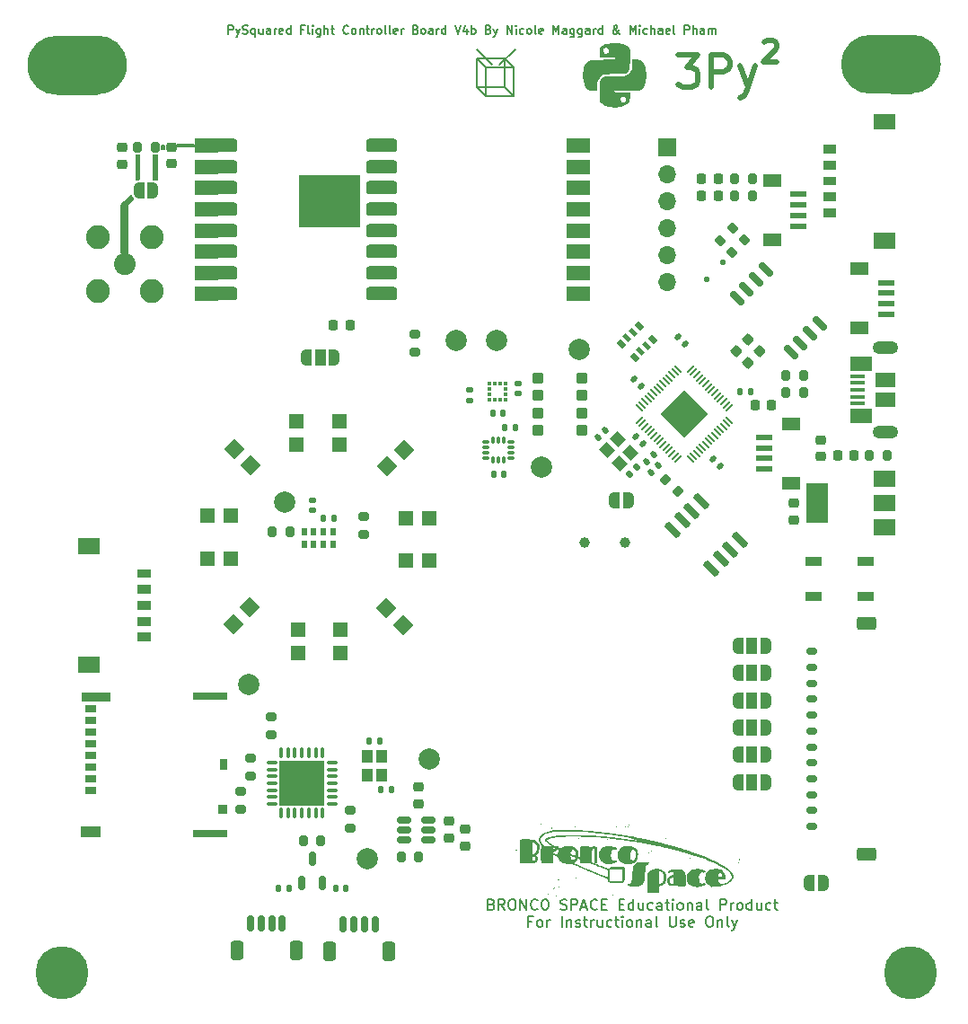
<source format=gbr>
%TF.GenerationSoftware,KiCad,Pcbnew,8.0.2-1*%
%TF.CreationDate,2024-07-17T18:36:44-07:00*%
%TF.ProjectId,FC_V4b,46435f56-3462-42e6-9b69-6361645f7063,rev?*%
%TF.SameCoordinates,Original*%
%TF.FileFunction,Soldermask,Top*%
%TF.FilePolarity,Negative*%
%FSLAX46Y46*%
G04 Gerber Fmt 4.6, Leading zero omitted, Abs format (unit mm)*
G04 Created by KiCad (PCBNEW 8.0.2-1) date 2024-07-17 18:36:44*
%MOMM*%
%LPD*%
G01*
G04 APERTURE LIST*
G04 Aperture macros list*
%AMRoundRect*
0 Rectangle with rounded corners*
0 $1 Rounding radius*
0 $2 $3 $4 $5 $6 $7 $8 $9 X,Y pos of 4 corners*
0 Add a 4 corners polygon primitive as box body*
4,1,4,$2,$3,$4,$5,$6,$7,$8,$9,$2,$3,0*
0 Add four circle primitives for the rounded corners*
1,1,$1+$1,$2,$3*
1,1,$1+$1,$4,$5*
1,1,$1+$1,$6,$7*
1,1,$1+$1,$8,$9*
0 Add four rect primitives between the rounded corners*
20,1,$1+$1,$2,$3,$4,$5,0*
20,1,$1+$1,$4,$5,$6,$7,0*
20,1,$1+$1,$6,$7,$8,$9,0*
20,1,$1+$1,$8,$9,$2,$3,0*%
%AMRotRect*
0 Rectangle, with rotation*
0 The origin of the aperture is its center*
0 $1 length*
0 $2 width*
0 $3 Rotation angle, in degrees counterclockwise*
0 Add horizontal line*
21,1,$1,$2,0,0,$3*%
%AMFreePoly0*
4,1,19,0.550000,-0.750000,0.000000,-0.750000,0.000000,-0.744911,-0.071157,-0.744911,-0.207708,-0.704816,-0.327430,-0.627875,-0.420627,-0.520320,-0.479746,-0.390866,-0.500000,-0.250000,-0.500000,0.250000,-0.479746,0.390866,-0.420627,0.520320,-0.327430,0.627875,-0.207708,0.704816,-0.071157,0.744911,0.000000,0.744911,0.000000,0.750000,0.550000,0.750000,0.550000,-0.750000,0.550000,-0.750000,
$1*%
%AMFreePoly1*
4,1,19,0.000000,0.744911,0.071157,0.744911,0.207708,0.704816,0.327430,0.627875,0.420627,0.520320,0.479746,0.390866,0.500000,0.250000,0.500000,-0.250000,0.479746,-0.390866,0.420627,-0.520320,0.327430,-0.627875,0.207708,-0.704816,0.071157,-0.744911,0.000000,-0.744911,0.000000,-0.750000,-0.550000,-0.750000,-0.550000,0.750000,0.000000,0.750000,0.000000,0.744911,0.000000,0.744911,
$1*%
%AMFreePoly2*
4,1,19,0.500000,-0.750000,0.000000,-0.750000,0.000000,-0.744911,-0.071157,-0.744911,-0.207708,-0.704816,-0.327430,-0.627875,-0.420627,-0.520320,-0.479746,-0.390866,-0.500000,-0.250000,-0.500000,0.250000,-0.479746,0.390866,-0.420627,0.520320,-0.327430,0.627875,-0.207708,0.704816,-0.071157,0.744911,0.000000,0.744911,0.000000,0.750000,0.500000,0.750000,0.500000,-0.750000,0.500000,-0.750000,
$1*%
%AMFreePoly3*
4,1,19,0.000000,0.744911,0.071157,0.744911,0.207708,0.704816,0.327430,0.627875,0.420627,0.520320,0.479746,0.390866,0.500000,0.250000,0.500000,-0.250000,0.479746,-0.390866,0.420627,-0.520320,0.327430,-0.627875,0.207708,-0.704816,0.071157,-0.744911,0.000000,-0.744911,0.000000,-0.750000,-0.500000,-0.750000,-0.500000,0.750000,0.000000,0.750000,0.000000,0.744911,0.000000,0.744911,
$1*%
G04 Aperture macros list end*
%ADD10C,0.200000*%
%ADD11C,0.150000*%
%ADD12C,0.500000*%
%ADD13C,0.000000*%
%ADD14C,0.010000*%
%ADD15RoundRect,0.200000X-0.275000X0.200000X-0.275000X-0.200000X0.275000X-0.200000X0.275000X0.200000X0*%
%ADD16R,1.100000X0.700000*%
%ADD17R,0.930000X0.900000*%
%ADD18R,0.780000X1.050000*%
%ADD19R,3.330000X0.700000*%
%ADD20R,2.800000X0.860000*%
%ADD21R,1.830000X1.140000*%
%ADD22FreePoly0,0.000000*%
%ADD23R,1.000000X1.500000*%
%ADD24FreePoly1,0.000000*%
%ADD25RoundRect,0.140000X-0.021213X0.219203X-0.219203X0.021213X0.021213X-0.219203X0.219203X-0.021213X0*%
%ADD26RoundRect,0.225000X-0.250000X0.225000X-0.250000X-0.225000X0.250000X-0.225000X0.250000X0.225000X0*%
%ADD27RoundRect,0.200000X-0.200000X-0.275000X0.200000X-0.275000X0.200000X0.275000X-0.200000X0.275000X0*%
%ADD28C,2.050000*%
%ADD29C,2.250000*%
%ADD30C,2.000000*%
%ADD31C,5.000000*%
%ADD32RoundRect,0.150000X0.150000X0.625000X-0.150000X0.625000X-0.150000X-0.625000X0.150000X-0.625000X0*%
%ADD33RoundRect,0.250000X0.350000X0.650000X-0.350000X0.650000X-0.350000X-0.650000X0.350000X-0.650000X0*%
%ADD34R,2.000000X1.500000*%
%ADD35R,2.000000X3.800000*%
%ADD36R,1.550000X0.600000*%
%ADD37R,1.800000X1.200000*%
%ADD38RotRect,1.400000X1.400000X45.000000*%
%ADD39RoundRect,0.140000X0.021213X-0.219203X0.219203X-0.021213X-0.021213X0.219203X-0.219203X0.021213X0*%
%ADD40FreePoly2,180.000000*%
%ADD41FreePoly3,180.000000*%
%ADD42RoundRect,0.218750X0.218750X0.256250X-0.218750X0.256250X-0.218750X-0.256250X0.218750X-0.256250X0*%
%ADD43R,1.400000X1.400000*%
%ADD44RotRect,0.800000X0.500000X135.000000*%
%ADD45RotRect,0.800000X0.400000X135.000000*%
%ADD46RoundRect,0.225000X0.250000X-0.225000X0.250000X0.225000X-0.250000X0.225000X-0.250000X-0.225000X0*%
%ADD47RoundRect,0.218750X-0.218750X-0.256250X0.218750X-0.256250X0.218750X0.256250X-0.218750X0.256250X0*%
%ADD48RoundRect,0.140000X0.170000X-0.140000X0.170000X0.140000X-0.170000X0.140000X-0.170000X-0.140000X0*%
%ADD49RoundRect,0.050800X-0.450000X-0.450000X0.450000X-0.450000X0.450000X0.450000X-0.450000X0.450000X0*%
%ADD50RoundRect,0.140000X-0.140000X-0.170000X0.140000X-0.170000X0.140000X0.170000X-0.140000X0.170000X0*%
%ADD51RoundRect,0.140000X-0.170000X0.140000X-0.170000X-0.140000X0.170000X-0.140000X0.170000X0.140000X0*%
%ADD52RoundRect,0.200000X0.200000X0.275000X-0.200000X0.275000X-0.200000X-0.275000X0.200000X-0.275000X0*%
%ADD53RoundRect,0.225000X0.017678X-0.335876X0.335876X-0.017678X-0.017678X0.335876X-0.335876X0.017678X0*%
%ADD54RoundRect,0.135000X-0.035355X0.226274X-0.226274X0.035355X0.035355X-0.226274X0.226274X-0.035355X0*%
%ADD55RotRect,1.400000X1.400000X135.000000*%
%ADD56RotRect,1.150000X1.000000X315.000000*%
%ADD57RoundRect,0.140000X0.219203X0.021213X0.021213X0.219203X-0.219203X-0.021213X-0.021213X-0.219203X0*%
%ADD58RoundRect,0.140000X0.140000X0.170000X-0.140000X0.170000X-0.140000X-0.170000X0.140000X-0.170000X0*%
%ADD59FreePoly2,0.000000*%
%ADD60FreePoly3,0.000000*%
%ADD61R,1.000000X1.150000*%
%ADD62RoundRect,0.150000X-0.512500X-0.150000X0.512500X-0.150000X0.512500X0.150000X-0.512500X0.150000X0*%
%ADD63RoundRect,0.150000X0.150000X-0.512500X0.150000X0.512500X-0.150000X0.512500X-0.150000X-0.512500X0*%
%ADD64RoundRect,0.200000X0.053033X-0.335876X0.335876X-0.053033X-0.053033X0.335876X-0.335876X0.053033X0*%
%ADD65RoundRect,0.063500X1.000000X0.650000X-1.000000X0.650000X-1.000000X-0.650000X1.000000X-0.650000X0*%
%ADD66RoundRect,0.063500X2.849999X2.400000X-2.849999X2.400000X-2.849999X-2.400000X2.849999X-2.400000X0*%
%ADD67RoundRect,0.087500X-0.225000X-0.087500X0.225000X-0.087500X0.225000X0.087500X-0.225000X0.087500X0*%
%ADD68RoundRect,0.087500X-0.087500X-0.225000X0.087500X-0.225000X0.087500X0.225000X-0.087500X0.225000X0*%
%ADD69RoundRect,0.225000X-0.225000X-0.250000X0.225000X-0.250000X0.225000X0.250000X-0.225000X0.250000X0*%
%ADD70RoundRect,0.150000X-0.565685X0.353553X0.353553X-0.565685X0.565685X-0.353553X-0.353553X0.565685X0*%
%ADD71RoundRect,0.140000X-0.219203X-0.021213X-0.021213X-0.219203X0.219203X0.021213X0.021213X0.219203X0*%
%ADD72R,1.500000X0.900000*%
%ADD73RotRect,1.400000X1.400000X315.000000*%
%ADD74RoundRect,0.125000X0.000000X-0.176777X0.176777X0.000000X0.000000X0.176777X-0.176777X0.000000X0*%
%ADD75RoundRect,0.200000X0.335876X0.053033X0.053033X0.335876X-0.335876X-0.053033X-0.053033X-0.335876X0*%
%ADD76RoundRect,0.200000X0.275000X-0.200000X0.275000X0.200000X-0.275000X0.200000X-0.275000X-0.200000X0*%
%ADD77RoundRect,0.050000X-0.309359X0.238649X0.238649X-0.309359X0.309359X-0.238649X-0.238649X0.309359X0*%
%ADD78RoundRect,0.050000X-0.309359X-0.238649X-0.238649X-0.309359X0.309359X0.238649X0.238649X0.309359X0*%
%ADD79RotRect,3.200000X3.200000X315.000000*%
%ADD80RoundRect,0.317500X1.157500X0.317500X-1.157500X0.317500X-1.157500X-0.317500X1.157500X-0.317500X0*%
%ADD81R,0.375000X0.350000*%
%ADD82R,0.350000X0.375000*%
%ADD83RoundRect,0.225000X0.225000X0.250000X-0.225000X0.250000X-0.225000X-0.250000X0.225000X-0.250000X0*%
%ADD84RoundRect,0.075000X-0.437500X-0.075000X0.437500X-0.075000X0.437500X0.075000X-0.437500X0.075000X0*%
%ADD85RoundRect,0.075000X-0.075000X-0.437500X0.075000X-0.437500X0.075000X0.437500X-0.075000X0.437500X0*%
%ADD86R,4.250000X4.250000*%
%ADD87RotRect,1.400000X1.400000X225.000000*%
%ADD88R,0.500000X0.800000*%
%ADD89RoundRect,0.150000X0.350000X-0.150000X0.350000X0.150000X-0.350000X0.150000X-0.350000X-0.150000X0*%
%ADD90RoundRect,0.250000X0.650000X-0.375000X0.650000X0.375000X-0.650000X0.375000X-0.650000X-0.375000X0*%
%ADD91RoundRect,0.150000X0.618718X-0.406586X-0.406586X0.618718X-0.618718X0.406586X0.406586X-0.618718X0*%
%ADD92RoundRect,0.200000X-0.053033X0.335876X-0.335876X0.053033X0.053033X-0.335876X0.335876X-0.053033X0*%
%ADD93R,1.380000X0.450000*%
%ADD94O,2.416000X1.208000*%
%ADD95R,2.100000X1.475000*%
%ADD96R,1.900000X1.375000*%
%ADD97R,1.700000X1.700000*%
%ADD98O,1.700000X1.700000*%
%ADD99C,1.000000*%
G04 APERTURE END LIST*
D10*
X187840000Y-52410000D02*
X186360000Y-50930000D01*
D11*
X153291978Y-52405459D02*
G75*
G02*
X147907162Y-52405459I-2692408J0D01*
G01*
X147907162Y-52405459D02*
G75*
G02*
X153291978Y-52405459I2692408J0D01*
G01*
D10*
X189040000Y-51820000D02*
X186340000Y-51820000D01*
X186340000Y-51820000D02*
X187190000Y-52670000D01*
X186340000Y-54520000D02*
X189040000Y-54520000D01*
X189040000Y-54520000D02*
X189040000Y-51820000D01*
D11*
X146799570Y-55127504D02*
X150599570Y-55134011D01*
D10*
X189040000Y-54520000D02*
X189890000Y-55370000D01*
X186340000Y-54520000D02*
X186340000Y-51820000D01*
D11*
X223543845Y-55035798D02*
X227343845Y-55042305D01*
X149506967Y-52430757D02*
G75*
G02*
X144092173Y-52430757I-2707397J0D01*
G01*
X144092173Y-52430757D02*
G75*
G02*
X149506967Y-52430757I2707397J0D01*
G01*
X230036253Y-52313753D02*
G75*
G02*
X224651437Y-52313753I-2692408J0D01*
G01*
X224651437Y-52313753D02*
G75*
G02*
X230036253Y-52313753I2692408J0D01*
G01*
X227393845Y-49635798D02*
X223593845Y-49642305D01*
X150649570Y-49727504D02*
X146849570Y-49734011D01*
D10*
X189890000Y-55370000D02*
X189890000Y-52670000D01*
X189040000Y-51820000D02*
X189890000Y-52670000D01*
X187190000Y-52670000D02*
X187190000Y-55370000D01*
X187190000Y-55370000D02*
X186340000Y-54520000D01*
X189890000Y-52670000D02*
X187190000Y-52670000D01*
X187190000Y-55370000D02*
X189890000Y-55370000D01*
X188520000Y-52390000D02*
X189990000Y-50920000D01*
D11*
X226251242Y-52339051D02*
G75*
G02*
X220836448Y-52339051I-2707397J0D01*
G01*
X220836448Y-52339051D02*
G75*
G02*
X226251242Y-52339051I2707397J0D01*
G01*
X187763561Y-131526037D02*
X187906418Y-131573656D01*
X187906418Y-131573656D02*
X187954037Y-131621275D01*
X187954037Y-131621275D02*
X188001656Y-131716513D01*
X188001656Y-131716513D02*
X188001656Y-131859370D01*
X188001656Y-131859370D02*
X187954037Y-131954608D01*
X187954037Y-131954608D02*
X187906418Y-132002228D01*
X187906418Y-132002228D02*
X187811180Y-132049847D01*
X187811180Y-132049847D02*
X187430228Y-132049847D01*
X187430228Y-132049847D02*
X187430228Y-131049847D01*
X187430228Y-131049847D02*
X187763561Y-131049847D01*
X187763561Y-131049847D02*
X187858799Y-131097466D01*
X187858799Y-131097466D02*
X187906418Y-131145085D01*
X187906418Y-131145085D02*
X187954037Y-131240323D01*
X187954037Y-131240323D02*
X187954037Y-131335561D01*
X187954037Y-131335561D02*
X187906418Y-131430799D01*
X187906418Y-131430799D02*
X187858799Y-131478418D01*
X187858799Y-131478418D02*
X187763561Y-131526037D01*
X187763561Y-131526037D02*
X187430228Y-131526037D01*
X189001656Y-132049847D02*
X188668323Y-131573656D01*
X188430228Y-132049847D02*
X188430228Y-131049847D01*
X188430228Y-131049847D02*
X188811180Y-131049847D01*
X188811180Y-131049847D02*
X188906418Y-131097466D01*
X188906418Y-131097466D02*
X188954037Y-131145085D01*
X188954037Y-131145085D02*
X189001656Y-131240323D01*
X189001656Y-131240323D02*
X189001656Y-131383180D01*
X189001656Y-131383180D02*
X188954037Y-131478418D01*
X188954037Y-131478418D02*
X188906418Y-131526037D01*
X188906418Y-131526037D02*
X188811180Y-131573656D01*
X188811180Y-131573656D02*
X188430228Y-131573656D01*
X189620704Y-131049847D02*
X189811180Y-131049847D01*
X189811180Y-131049847D02*
X189906418Y-131097466D01*
X189906418Y-131097466D02*
X190001656Y-131192704D01*
X190001656Y-131192704D02*
X190049275Y-131383180D01*
X190049275Y-131383180D02*
X190049275Y-131716513D01*
X190049275Y-131716513D02*
X190001656Y-131906989D01*
X190001656Y-131906989D02*
X189906418Y-132002228D01*
X189906418Y-132002228D02*
X189811180Y-132049847D01*
X189811180Y-132049847D02*
X189620704Y-132049847D01*
X189620704Y-132049847D02*
X189525466Y-132002228D01*
X189525466Y-132002228D02*
X189430228Y-131906989D01*
X189430228Y-131906989D02*
X189382609Y-131716513D01*
X189382609Y-131716513D02*
X189382609Y-131383180D01*
X189382609Y-131383180D02*
X189430228Y-131192704D01*
X189430228Y-131192704D02*
X189525466Y-131097466D01*
X189525466Y-131097466D02*
X189620704Y-131049847D01*
X190477847Y-132049847D02*
X190477847Y-131049847D01*
X190477847Y-131049847D02*
X191049275Y-132049847D01*
X191049275Y-132049847D02*
X191049275Y-131049847D01*
X192096894Y-131954608D02*
X192049275Y-132002228D01*
X192049275Y-132002228D02*
X191906418Y-132049847D01*
X191906418Y-132049847D02*
X191811180Y-132049847D01*
X191811180Y-132049847D02*
X191668323Y-132002228D01*
X191668323Y-132002228D02*
X191573085Y-131906989D01*
X191573085Y-131906989D02*
X191525466Y-131811751D01*
X191525466Y-131811751D02*
X191477847Y-131621275D01*
X191477847Y-131621275D02*
X191477847Y-131478418D01*
X191477847Y-131478418D02*
X191525466Y-131287942D01*
X191525466Y-131287942D02*
X191573085Y-131192704D01*
X191573085Y-131192704D02*
X191668323Y-131097466D01*
X191668323Y-131097466D02*
X191811180Y-131049847D01*
X191811180Y-131049847D02*
X191906418Y-131049847D01*
X191906418Y-131049847D02*
X192049275Y-131097466D01*
X192049275Y-131097466D02*
X192096894Y-131145085D01*
X192715942Y-131049847D02*
X192906418Y-131049847D01*
X192906418Y-131049847D02*
X193001656Y-131097466D01*
X193001656Y-131097466D02*
X193096894Y-131192704D01*
X193096894Y-131192704D02*
X193144513Y-131383180D01*
X193144513Y-131383180D02*
X193144513Y-131716513D01*
X193144513Y-131716513D02*
X193096894Y-131906989D01*
X193096894Y-131906989D02*
X193001656Y-132002228D01*
X193001656Y-132002228D02*
X192906418Y-132049847D01*
X192906418Y-132049847D02*
X192715942Y-132049847D01*
X192715942Y-132049847D02*
X192620704Y-132002228D01*
X192620704Y-132002228D02*
X192525466Y-131906989D01*
X192525466Y-131906989D02*
X192477847Y-131716513D01*
X192477847Y-131716513D02*
X192477847Y-131383180D01*
X192477847Y-131383180D02*
X192525466Y-131192704D01*
X192525466Y-131192704D02*
X192620704Y-131097466D01*
X192620704Y-131097466D02*
X192715942Y-131049847D01*
X194287371Y-132002228D02*
X194430228Y-132049847D01*
X194430228Y-132049847D02*
X194668323Y-132049847D01*
X194668323Y-132049847D02*
X194763561Y-132002228D01*
X194763561Y-132002228D02*
X194811180Y-131954608D01*
X194811180Y-131954608D02*
X194858799Y-131859370D01*
X194858799Y-131859370D02*
X194858799Y-131764132D01*
X194858799Y-131764132D02*
X194811180Y-131668894D01*
X194811180Y-131668894D02*
X194763561Y-131621275D01*
X194763561Y-131621275D02*
X194668323Y-131573656D01*
X194668323Y-131573656D02*
X194477847Y-131526037D01*
X194477847Y-131526037D02*
X194382609Y-131478418D01*
X194382609Y-131478418D02*
X194334990Y-131430799D01*
X194334990Y-131430799D02*
X194287371Y-131335561D01*
X194287371Y-131335561D02*
X194287371Y-131240323D01*
X194287371Y-131240323D02*
X194334990Y-131145085D01*
X194334990Y-131145085D02*
X194382609Y-131097466D01*
X194382609Y-131097466D02*
X194477847Y-131049847D01*
X194477847Y-131049847D02*
X194715942Y-131049847D01*
X194715942Y-131049847D02*
X194858799Y-131097466D01*
X195287371Y-132049847D02*
X195287371Y-131049847D01*
X195287371Y-131049847D02*
X195668323Y-131049847D01*
X195668323Y-131049847D02*
X195763561Y-131097466D01*
X195763561Y-131097466D02*
X195811180Y-131145085D01*
X195811180Y-131145085D02*
X195858799Y-131240323D01*
X195858799Y-131240323D02*
X195858799Y-131383180D01*
X195858799Y-131383180D02*
X195811180Y-131478418D01*
X195811180Y-131478418D02*
X195763561Y-131526037D01*
X195763561Y-131526037D02*
X195668323Y-131573656D01*
X195668323Y-131573656D02*
X195287371Y-131573656D01*
X196239752Y-131764132D02*
X196715942Y-131764132D01*
X196144514Y-132049847D02*
X196477847Y-131049847D01*
X196477847Y-131049847D02*
X196811180Y-132049847D01*
X197715942Y-131954608D02*
X197668323Y-132002228D01*
X197668323Y-132002228D02*
X197525466Y-132049847D01*
X197525466Y-132049847D02*
X197430228Y-132049847D01*
X197430228Y-132049847D02*
X197287371Y-132002228D01*
X197287371Y-132002228D02*
X197192133Y-131906989D01*
X197192133Y-131906989D02*
X197144514Y-131811751D01*
X197144514Y-131811751D02*
X197096895Y-131621275D01*
X197096895Y-131621275D02*
X197096895Y-131478418D01*
X197096895Y-131478418D02*
X197144514Y-131287942D01*
X197144514Y-131287942D02*
X197192133Y-131192704D01*
X197192133Y-131192704D02*
X197287371Y-131097466D01*
X197287371Y-131097466D02*
X197430228Y-131049847D01*
X197430228Y-131049847D02*
X197525466Y-131049847D01*
X197525466Y-131049847D02*
X197668323Y-131097466D01*
X197668323Y-131097466D02*
X197715942Y-131145085D01*
X198144514Y-131526037D02*
X198477847Y-131526037D01*
X198620704Y-132049847D02*
X198144514Y-132049847D01*
X198144514Y-132049847D02*
X198144514Y-131049847D01*
X198144514Y-131049847D02*
X198620704Y-131049847D01*
X199811181Y-131526037D02*
X200144514Y-131526037D01*
X200287371Y-132049847D02*
X199811181Y-132049847D01*
X199811181Y-132049847D02*
X199811181Y-131049847D01*
X199811181Y-131049847D02*
X200287371Y-131049847D01*
X201144514Y-132049847D02*
X201144514Y-131049847D01*
X201144514Y-132002228D02*
X201049276Y-132049847D01*
X201049276Y-132049847D02*
X200858800Y-132049847D01*
X200858800Y-132049847D02*
X200763562Y-132002228D01*
X200763562Y-132002228D02*
X200715943Y-131954608D01*
X200715943Y-131954608D02*
X200668324Y-131859370D01*
X200668324Y-131859370D02*
X200668324Y-131573656D01*
X200668324Y-131573656D02*
X200715943Y-131478418D01*
X200715943Y-131478418D02*
X200763562Y-131430799D01*
X200763562Y-131430799D02*
X200858800Y-131383180D01*
X200858800Y-131383180D02*
X201049276Y-131383180D01*
X201049276Y-131383180D02*
X201144514Y-131430799D01*
X202049276Y-131383180D02*
X202049276Y-132049847D01*
X201620705Y-131383180D02*
X201620705Y-131906989D01*
X201620705Y-131906989D02*
X201668324Y-132002228D01*
X201668324Y-132002228D02*
X201763562Y-132049847D01*
X201763562Y-132049847D02*
X201906419Y-132049847D01*
X201906419Y-132049847D02*
X202001657Y-132002228D01*
X202001657Y-132002228D02*
X202049276Y-131954608D01*
X202954038Y-132002228D02*
X202858800Y-132049847D01*
X202858800Y-132049847D02*
X202668324Y-132049847D01*
X202668324Y-132049847D02*
X202573086Y-132002228D01*
X202573086Y-132002228D02*
X202525467Y-131954608D01*
X202525467Y-131954608D02*
X202477848Y-131859370D01*
X202477848Y-131859370D02*
X202477848Y-131573656D01*
X202477848Y-131573656D02*
X202525467Y-131478418D01*
X202525467Y-131478418D02*
X202573086Y-131430799D01*
X202573086Y-131430799D02*
X202668324Y-131383180D01*
X202668324Y-131383180D02*
X202858800Y-131383180D01*
X202858800Y-131383180D02*
X202954038Y-131430799D01*
X203811181Y-132049847D02*
X203811181Y-131526037D01*
X203811181Y-131526037D02*
X203763562Y-131430799D01*
X203763562Y-131430799D02*
X203668324Y-131383180D01*
X203668324Y-131383180D02*
X203477848Y-131383180D01*
X203477848Y-131383180D02*
X203382610Y-131430799D01*
X203811181Y-132002228D02*
X203715943Y-132049847D01*
X203715943Y-132049847D02*
X203477848Y-132049847D01*
X203477848Y-132049847D02*
X203382610Y-132002228D01*
X203382610Y-132002228D02*
X203334991Y-131906989D01*
X203334991Y-131906989D02*
X203334991Y-131811751D01*
X203334991Y-131811751D02*
X203382610Y-131716513D01*
X203382610Y-131716513D02*
X203477848Y-131668894D01*
X203477848Y-131668894D02*
X203715943Y-131668894D01*
X203715943Y-131668894D02*
X203811181Y-131621275D01*
X204144515Y-131383180D02*
X204525467Y-131383180D01*
X204287372Y-131049847D02*
X204287372Y-131906989D01*
X204287372Y-131906989D02*
X204334991Y-132002228D01*
X204334991Y-132002228D02*
X204430229Y-132049847D01*
X204430229Y-132049847D02*
X204525467Y-132049847D01*
X204858801Y-132049847D02*
X204858801Y-131383180D01*
X204858801Y-131049847D02*
X204811182Y-131097466D01*
X204811182Y-131097466D02*
X204858801Y-131145085D01*
X204858801Y-131145085D02*
X204906420Y-131097466D01*
X204906420Y-131097466D02*
X204858801Y-131049847D01*
X204858801Y-131049847D02*
X204858801Y-131145085D01*
X205477848Y-132049847D02*
X205382610Y-132002228D01*
X205382610Y-132002228D02*
X205334991Y-131954608D01*
X205334991Y-131954608D02*
X205287372Y-131859370D01*
X205287372Y-131859370D02*
X205287372Y-131573656D01*
X205287372Y-131573656D02*
X205334991Y-131478418D01*
X205334991Y-131478418D02*
X205382610Y-131430799D01*
X205382610Y-131430799D02*
X205477848Y-131383180D01*
X205477848Y-131383180D02*
X205620705Y-131383180D01*
X205620705Y-131383180D02*
X205715943Y-131430799D01*
X205715943Y-131430799D02*
X205763562Y-131478418D01*
X205763562Y-131478418D02*
X205811181Y-131573656D01*
X205811181Y-131573656D02*
X205811181Y-131859370D01*
X205811181Y-131859370D02*
X205763562Y-131954608D01*
X205763562Y-131954608D02*
X205715943Y-132002228D01*
X205715943Y-132002228D02*
X205620705Y-132049847D01*
X205620705Y-132049847D02*
X205477848Y-132049847D01*
X206239753Y-131383180D02*
X206239753Y-132049847D01*
X206239753Y-131478418D02*
X206287372Y-131430799D01*
X206287372Y-131430799D02*
X206382610Y-131383180D01*
X206382610Y-131383180D02*
X206525467Y-131383180D01*
X206525467Y-131383180D02*
X206620705Y-131430799D01*
X206620705Y-131430799D02*
X206668324Y-131526037D01*
X206668324Y-131526037D02*
X206668324Y-132049847D01*
X207573086Y-132049847D02*
X207573086Y-131526037D01*
X207573086Y-131526037D02*
X207525467Y-131430799D01*
X207525467Y-131430799D02*
X207430229Y-131383180D01*
X207430229Y-131383180D02*
X207239753Y-131383180D01*
X207239753Y-131383180D02*
X207144515Y-131430799D01*
X207573086Y-132002228D02*
X207477848Y-132049847D01*
X207477848Y-132049847D02*
X207239753Y-132049847D01*
X207239753Y-132049847D02*
X207144515Y-132002228D01*
X207144515Y-132002228D02*
X207096896Y-131906989D01*
X207096896Y-131906989D02*
X207096896Y-131811751D01*
X207096896Y-131811751D02*
X207144515Y-131716513D01*
X207144515Y-131716513D02*
X207239753Y-131668894D01*
X207239753Y-131668894D02*
X207477848Y-131668894D01*
X207477848Y-131668894D02*
X207573086Y-131621275D01*
X208192134Y-132049847D02*
X208096896Y-132002228D01*
X208096896Y-132002228D02*
X208049277Y-131906989D01*
X208049277Y-131906989D02*
X208049277Y-131049847D01*
X209334992Y-132049847D02*
X209334992Y-131049847D01*
X209334992Y-131049847D02*
X209715944Y-131049847D01*
X209715944Y-131049847D02*
X209811182Y-131097466D01*
X209811182Y-131097466D02*
X209858801Y-131145085D01*
X209858801Y-131145085D02*
X209906420Y-131240323D01*
X209906420Y-131240323D02*
X209906420Y-131383180D01*
X209906420Y-131383180D02*
X209858801Y-131478418D01*
X209858801Y-131478418D02*
X209811182Y-131526037D01*
X209811182Y-131526037D02*
X209715944Y-131573656D01*
X209715944Y-131573656D02*
X209334992Y-131573656D01*
X210334992Y-132049847D02*
X210334992Y-131383180D01*
X210334992Y-131573656D02*
X210382611Y-131478418D01*
X210382611Y-131478418D02*
X210430230Y-131430799D01*
X210430230Y-131430799D02*
X210525468Y-131383180D01*
X210525468Y-131383180D02*
X210620706Y-131383180D01*
X211096897Y-132049847D02*
X211001659Y-132002228D01*
X211001659Y-132002228D02*
X210954040Y-131954608D01*
X210954040Y-131954608D02*
X210906421Y-131859370D01*
X210906421Y-131859370D02*
X210906421Y-131573656D01*
X210906421Y-131573656D02*
X210954040Y-131478418D01*
X210954040Y-131478418D02*
X211001659Y-131430799D01*
X211001659Y-131430799D02*
X211096897Y-131383180D01*
X211096897Y-131383180D02*
X211239754Y-131383180D01*
X211239754Y-131383180D02*
X211334992Y-131430799D01*
X211334992Y-131430799D02*
X211382611Y-131478418D01*
X211382611Y-131478418D02*
X211430230Y-131573656D01*
X211430230Y-131573656D02*
X211430230Y-131859370D01*
X211430230Y-131859370D02*
X211382611Y-131954608D01*
X211382611Y-131954608D02*
X211334992Y-132002228D01*
X211334992Y-132002228D02*
X211239754Y-132049847D01*
X211239754Y-132049847D02*
X211096897Y-132049847D01*
X212287373Y-132049847D02*
X212287373Y-131049847D01*
X212287373Y-132002228D02*
X212192135Y-132049847D01*
X212192135Y-132049847D02*
X212001659Y-132049847D01*
X212001659Y-132049847D02*
X211906421Y-132002228D01*
X211906421Y-132002228D02*
X211858802Y-131954608D01*
X211858802Y-131954608D02*
X211811183Y-131859370D01*
X211811183Y-131859370D02*
X211811183Y-131573656D01*
X211811183Y-131573656D02*
X211858802Y-131478418D01*
X211858802Y-131478418D02*
X211906421Y-131430799D01*
X211906421Y-131430799D02*
X212001659Y-131383180D01*
X212001659Y-131383180D02*
X212192135Y-131383180D01*
X212192135Y-131383180D02*
X212287373Y-131430799D01*
X213192135Y-131383180D02*
X213192135Y-132049847D01*
X212763564Y-131383180D02*
X212763564Y-131906989D01*
X212763564Y-131906989D02*
X212811183Y-132002228D01*
X212811183Y-132002228D02*
X212906421Y-132049847D01*
X212906421Y-132049847D02*
X213049278Y-132049847D01*
X213049278Y-132049847D02*
X213144516Y-132002228D01*
X213144516Y-132002228D02*
X213192135Y-131954608D01*
X214096897Y-132002228D02*
X214001659Y-132049847D01*
X214001659Y-132049847D02*
X213811183Y-132049847D01*
X213811183Y-132049847D02*
X213715945Y-132002228D01*
X213715945Y-132002228D02*
X213668326Y-131954608D01*
X213668326Y-131954608D02*
X213620707Y-131859370D01*
X213620707Y-131859370D02*
X213620707Y-131573656D01*
X213620707Y-131573656D02*
X213668326Y-131478418D01*
X213668326Y-131478418D02*
X213715945Y-131430799D01*
X213715945Y-131430799D02*
X213811183Y-131383180D01*
X213811183Y-131383180D02*
X214001659Y-131383180D01*
X214001659Y-131383180D02*
X214096897Y-131430799D01*
X214382612Y-131383180D02*
X214763564Y-131383180D01*
X214525469Y-131049847D02*
X214525469Y-131906989D01*
X214525469Y-131906989D02*
X214573088Y-132002228D01*
X214573088Y-132002228D02*
X214668326Y-132049847D01*
X214668326Y-132049847D02*
X214763564Y-132049847D01*
X191573085Y-133135981D02*
X191239752Y-133135981D01*
X191239752Y-133659791D02*
X191239752Y-132659791D01*
X191239752Y-132659791D02*
X191715942Y-132659791D01*
X192239752Y-133659791D02*
X192144514Y-133612172D01*
X192144514Y-133612172D02*
X192096895Y-133564552D01*
X192096895Y-133564552D02*
X192049276Y-133469314D01*
X192049276Y-133469314D02*
X192049276Y-133183600D01*
X192049276Y-133183600D02*
X192096895Y-133088362D01*
X192096895Y-133088362D02*
X192144514Y-133040743D01*
X192144514Y-133040743D02*
X192239752Y-132993124D01*
X192239752Y-132993124D02*
X192382609Y-132993124D01*
X192382609Y-132993124D02*
X192477847Y-133040743D01*
X192477847Y-133040743D02*
X192525466Y-133088362D01*
X192525466Y-133088362D02*
X192573085Y-133183600D01*
X192573085Y-133183600D02*
X192573085Y-133469314D01*
X192573085Y-133469314D02*
X192525466Y-133564552D01*
X192525466Y-133564552D02*
X192477847Y-133612172D01*
X192477847Y-133612172D02*
X192382609Y-133659791D01*
X192382609Y-133659791D02*
X192239752Y-133659791D01*
X193001657Y-133659791D02*
X193001657Y-132993124D01*
X193001657Y-133183600D02*
X193049276Y-133088362D01*
X193049276Y-133088362D02*
X193096895Y-133040743D01*
X193096895Y-133040743D02*
X193192133Y-132993124D01*
X193192133Y-132993124D02*
X193287371Y-132993124D01*
X194382610Y-133659791D02*
X194382610Y-132659791D01*
X194858800Y-132993124D02*
X194858800Y-133659791D01*
X194858800Y-133088362D02*
X194906419Y-133040743D01*
X194906419Y-133040743D02*
X195001657Y-132993124D01*
X195001657Y-132993124D02*
X195144514Y-132993124D01*
X195144514Y-132993124D02*
X195239752Y-133040743D01*
X195239752Y-133040743D02*
X195287371Y-133135981D01*
X195287371Y-133135981D02*
X195287371Y-133659791D01*
X195715943Y-133612172D02*
X195811181Y-133659791D01*
X195811181Y-133659791D02*
X196001657Y-133659791D01*
X196001657Y-133659791D02*
X196096895Y-133612172D01*
X196096895Y-133612172D02*
X196144514Y-133516933D01*
X196144514Y-133516933D02*
X196144514Y-133469314D01*
X196144514Y-133469314D02*
X196096895Y-133374076D01*
X196096895Y-133374076D02*
X196001657Y-133326457D01*
X196001657Y-133326457D02*
X195858800Y-133326457D01*
X195858800Y-133326457D02*
X195763562Y-133278838D01*
X195763562Y-133278838D02*
X195715943Y-133183600D01*
X195715943Y-133183600D02*
X195715943Y-133135981D01*
X195715943Y-133135981D02*
X195763562Y-133040743D01*
X195763562Y-133040743D02*
X195858800Y-132993124D01*
X195858800Y-132993124D02*
X196001657Y-132993124D01*
X196001657Y-132993124D02*
X196096895Y-133040743D01*
X196430229Y-132993124D02*
X196811181Y-132993124D01*
X196573086Y-132659791D02*
X196573086Y-133516933D01*
X196573086Y-133516933D02*
X196620705Y-133612172D01*
X196620705Y-133612172D02*
X196715943Y-133659791D01*
X196715943Y-133659791D02*
X196811181Y-133659791D01*
X197144515Y-133659791D02*
X197144515Y-132993124D01*
X197144515Y-133183600D02*
X197192134Y-133088362D01*
X197192134Y-133088362D02*
X197239753Y-133040743D01*
X197239753Y-133040743D02*
X197334991Y-132993124D01*
X197334991Y-132993124D02*
X197430229Y-132993124D01*
X198192134Y-132993124D02*
X198192134Y-133659791D01*
X197763563Y-132993124D02*
X197763563Y-133516933D01*
X197763563Y-133516933D02*
X197811182Y-133612172D01*
X197811182Y-133612172D02*
X197906420Y-133659791D01*
X197906420Y-133659791D02*
X198049277Y-133659791D01*
X198049277Y-133659791D02*
X198144515Y-133612172D01*
X198144515Y-133612172D02*
X198192134Y-133564552D01*
X199096896Y-133612172D02*
X199001658Y-133659791D01*
X199001658Y-133659791D02*
X198811182Y-133659791D01*
X198811182Y-133659791D02*
X198715944Y-133612172D01*
X198715944Y-133612172D02*
X198668325Y-133564552D01*
X198668325Y-133564552D02*
X198620706Y-133469314D01*
X198620706Y-133469314D02*
X198620706Y-133183600D01*
X198620706Y-133183600D02*
X198668325Y-133088362D01*
X198668325Y-133088362D02*
X198715944Y-133040743D01*
X198715944Y-133040743D02*
X198811182Y-132993124D01*
X198811182Y-132993124D02*
X199001658Y-132993124D01*
X199001658Y-132993124D02*
X199096896Y-133040743D01*
X199382611Y-132993124D02*
X199763563Y-132993124D01*
X199525468Y-132659791D02*
X199525468Y-133516933D01*
X199525468Y-133516933D02*
X199573087Y-133612172D01*
X199573087Y-133612172D02*
X199668325Y-133659791D01*
X199668325Y-133659791D02*
X199763563Y-133659791D01*
X200096897Y-133659791D02*
X200096897Y-132993124D01*
X200096897Y-132659791D02*
X200049278Y-132707410D01*
X200049278Y-132707410D02*
X200096897Y-132755029D01*
X200096897Y-132755029D02*
X200144516Y-132707410D01*
X200144516Y-132707410D02*
X200096897Y-132659791D01*
X200096897Y-132659791D02*
X200096897Y-132755029D01*
X200715944Y-133659791D02*
X200620706Y-133612172D01*
X200620706Y-133612172D02*
X200573087Y-133564552D01*
X200573087Y-133564552D02*
X200525468Y-133469314D01*
X200525468Y-133469314D02*
X200525468Y-133183600D01*
X200525468Y-133183600D02*
X200573087Y-133088362D01*
X200573087Y-133088362D02*
X200620706Y-133040743D01*
X200620706Y-133040743D02*
X200715944Y-132993124D01*
X200715944Y-132993124D02*
X200858801Y-132993124D01*
X200858801Y-132993124D02*
X200954039Y-133040743D01*
X200954039Y-133040743D02*
X201001658Y-133088362D01*
X201001658Y-133088362D02*
X201049277Y-133183600D01*
X201049277Y-133183600D02*
X201049277Y-133469314D01*
X201049277Y-133469314D02*
X201001658Y-133564552D01*
X201001658Y-133564552D02*
X200954039Y-133612172D01*
X200954039Y-133612172D02*
X200858801Y-133659791D01*
X200858801Y-133659791D02*
X200715944Y-133659791D01*
X201477849Y-132993124D02*
X201477849Y-133659791D01*
X201477849Y-133088362D02*
X201525468Y-133040743D01*
X201525468Y-133040743D02*
X201620706Y-132993124D01*
X201620706Y-132993124D02*
X201763563Y-132993124D01*
X201763563Y-132993124D02*
X201858801Y-133040743D01*
X201858801Y-133040743D02*
X201906420Y-133135981D01*
X201906420Y-133135981D02*
X201906420Y-133659791D01*
X202811182Y-133659791D02*
X202811182Y-133135981D01*
X202811182Y-133135981D02*
X202763563Y-133040743D01*
X202763563Y-133040743D02*
X202668325Y-132993124D01*
X202668325Y-132993124D02*
X202477849Y-132993124D01*
X202477849Y-132993124D02*
X202382611Y-133040743D01*
X202811182Y-133612172D02*
X202715944Y-133659791D01*
X202715944Y-133659791D02*
X202477849Y-133659791D01*
X202477849Y-133659791D02*
X202382611Y-133612172D01*
X202382611Y-133612172D02*
X202334992Y-133516933D01*
X202334992Y-133516933D02*
X202334992Y-133421695D01*
X202334992Y-133421695D02*
X202382611Y-133326457D01*
X202382611Y-133326457D02*
X202477849Y-133278838D01*
X202477849Y-133278838D02*
X202715944Y-133278838D01*
X202715944Y-133278838D02*
X202811182Y-133231219D01*
X203430230Y-133659791D02*
X203334992Y-133612172D01*
X203334992Y-133612172D02*
X203287373Y-133516933D01*
X203287373Y-133516933D02*
X203287373Y-132659791D01*
X204573088Y-132659791D02*
X204573088Y-133469314D01*
X204573088Y-133469314D02*
X204620707Y-133564552D01*
X204620707Y-133564552D02*
X204668326Y-133612172D01*
X204668326Y-133612172D02*
X204763564Y-133659791D01*
X204763564Y-133659791D02*
X204954040Y-133659791D01*
X204954040Y-133659791D02*
X205049278Y-133612172D01*
X205049278Y-133612172D02*
X205096897Y-133564552D01*
X205096897Y-133564552D02*
X205144516Y-133469314D01*
X205144516Y-133469314D02*
X205144516Y-132659791D01*
X205573088Y-133612172D02*
X205668326Y-133659791D01*
X205668326Y-133659791D02*
X205858802Y-133659791D01*
X205858802Y-133659791D02*
X205954040Y-133612172D01*
X205954040Y-133612172D02*
X206001659Y-133516933D01*
X206001659Y-133516933D02*
X206001659Y-133469314D01*
X206001659Y-133469314D02*
X205954040Y-133374076D01*
X205954040Y-133374076D02*
X205858802Y-133326457D01*
X205858802Y-133326457D02*
X205715945Y-133326457D01*
X205715945Y-133326457D02*
X205620707Y-133278838D01*
X205620707Y-133278838D02*
X205573088Y-133183600D01*
X205573088Y-133183600D02*
X205573088Y-133135981D01*
X205573088Y-133135981D02*
X205620707Y-133040743D01*
X205620707Y-133040743D02*
X205715945Y-132993124D01*
X205715945Y-132993124D02*
X205858802Y-132993124D01*
X205858802Y-132993124D02*
X205954040Y-133040743D01*
X206811183Y-133612172D02*
X206715945Y-133659791D01*
X206715945Y-133659791D02*
X206525469Y-133659791D01*
X206525469Y-133659791D02*
X206430231Y-133612172D01*
X206430231Y-133612172D02*
X206382612Y-133516933D01*
X206382612Y-133516933D02*
X206382612Y-133135981D01*
X206382612Y-133135981D02*
X206430231Y-133040743D01*
X206430231Y-133040743D02*
X206525469Y-132993124D01*
X206525469Y-132993124D02*
X206715945Y-132993124D01*
X206715945Y-132993124D02*
X206811183Y-133040743D01*
X206811183Y-133040743D02*
X206858802Y-133135981D01*
X206858802Y-133135981D02*
X206858802Y-133231219D01*
X206858802Y-133231219D02*
X206382612Y-133326457D01*
X208239755Y-132659791D02*
X208430231Y-132659791D01*
X208430231Y-132659791D02*
X208525469Y-132707410D01*
X208525469Y-132707410D02*
X208620707Y-132802648D01*
X208620707Y-132802648D02*
X208668326Y-132993124D01*
X208668326Y-132993124D02*
X208668326Y-133326457D01*
X208668326Y-133326457D02*
X208620707Y-133516933D01*
X208620707Y-133516933D02*
X208525469Y-133612172D01*
X208525469Y-133612172D02*
X208430231Y-133659791D01*
X208430231Y-133659791D02*
X208239755Y-133659791D01*
X208239755Y-133659791D02*
X208144517Y-133612172D01*
X208144517Y-133612172D02*
X208049279Y-133516933D01*
X208049279Y-133516933D02*
X208001660Y-133326457D01*
X208001660Y-133326457D02*
X208001660Y-132993124D01*
X208001660Y-132993124D02*
X208049279Y-132802648D01*
X208049279Y-132802648D02*
X208144517Y-132707410D01*
X208144517Y-132707410D02*
X208239755Y-132659791D01*
X209096898Y-132993124D02*
X209096898Y-133659791D01*
X209096898Y-133088362D02*
X209144517Y-133040743D01*
X209144517Y-133040743D02*
X209239755Y-132993124D01*
X209239755Y-132993124D02*
X209382612Y-132993124D01*
X209382612Y-132993124D02*
X209477850Y-133040743D01*
X209477850Y-133040743D02*
X209525469Y-133135981D01*
X209525469Y-133135981D02*
X209525469Y-133659791D01*
X210144517Y-133659791D02*
X210049279Y-133612172D01*
X210049279Y-133612172D02*
X210001660Y-133516933D01*
X210001660Y-133516933D02*
X210001660Y-132659791D01*
X210430232Y-132993124D02*
X210668327Y-133659791D01*
X210906422Y-132993124D02*
X210668327Y-133659791D01*
X210668327Y-133659791D02*
X210573089Y-133897886D01*
X210573089Y-133897886D02*
X210525470Y-133945505D01*
X210525470Y-133945505D02*
X210430232Y-133993124D01*
D12*
X213498571Y-50289714D02*
X213593809Y-50194476D01*
X213593809Y-50194476D02*
X213784285Y-50099238D01*
X213784285Y-50099238D02*
X214260476Y-50099238D01*
X214260476Y-50099238D02*
X214450952Y-50194476D01*
X214450952Y-50194476D02*
X214546190Y-50289714D01*
X214546190Y-50289714D02*
X214641428Y-50480190D01*
X214641428Y-50480190D02*
X214641428Y-50670666D01*
X214641428Y-50670666D02*
X214546190Y-50956380D01*
X214546190Y-50956380D02*
X213403333Y-52099238D01*
X213403333Y-52099238D02*
X214641428Y-52099238D01*
X205367143Y-51481857D02*
X207224286Y-51481857D01*
X207224286Y-51481857D02*
X206224286Y-52624714D01*
X206224286Y-52624714D02*
X206652857Y-52624714D01*
X206652857Y-52624714D02*
X206938572Y-52767571D01*
X206938572Y-52767571D02*
X207081429Y-52910428D01*
X207081429Y-52910428D02*
X207224286Y-53196142D01*
X207224286Y-53196142D02*
X207224286Y-53910428D01*
X207224286Y-53910428D02*
X207081429Y-54196142D01*
X207081429Y-54196142D02*
X206938572Y-54339000D01*
X206938572Y-54339000D02*
X206652857Y-54481857D01*
X206652857Y-54481857D02*
X205795714Y-54481857D01*
X205795714Y-54481857D02*
X205510000Y-54339000D01*
X205510000Y-54339000D02*
X205367143Y-54196142D01*
X208510000Y-54481857D02*
X208510000Y-51481857D01*
X208510000Y-51481857D02*
X209652857Y-51481857D01*
X209652857Y-51481857D02*
X209938572Y-51624714D01*
X209938572Y-51624714D02*
X210081429Y-51767571D01*
X210081429Y-51767571D02*
X210224286Y-52053285D01*
X210224286Y-52053285D02*
X210224286Y-52481857D01*
X210224286Y-52481857D02*
X210081429Y-52767571D01*
X210081429Y-52767571D02*
X209938572Y-52910428D01*
X209938572Y-52910428D02*
X209652857Y-53053285D01*
X209652857Y-53053285D02*
X208510000Y-53053285D01*
X211224286Y-52481857D02*
X211938572Y-54481857D01*
X212652857Y-52481857D02*
X211938572Y-54481857D01*
X211938572Y-54481857D02*
X211652857Y-55196142D01*
X211652857Y-55196142D02*
X211510000Y-55339000D01*
X211510000Y-55339000D02*
X211224286Y-55481857D01*
D10*
X162948565Y-49491695D02*
X162948565Y-48691695D01*
X162948565Y-48691695D02*
X163253327Y-48691695D01*
X163253327Y-48691695D02*
X163329517Y-48729790D01*
X163329517Y-48729790D02*
X163367612Y-48767885D01*
X163367612Y-48767885D02*
X163405708Y-48844076D01*
X163405708Y-48844076D02*
X163405708Y-48958361D01*
X163405708Y-48958361D02*
X163367612Y-49034552D01*
X163367612Y-49034552D02*
X163329517Y-49072647D01*
X163329517Y-49072647D02*
X163253327Y-49110742D01*
X163253327Y-49110742D02*
X162948565Y-49110742D01*
X163672374Y-48958361D02*
X163862850Y-49491695D01*
X164053327Y-48958361D02*
X163862850Y-49491695D01*
X163862850Y-49491695D02*
X163786660Y-49682171D01*
X163786660Y-49682171D02*
X163748565Y-49720266D01*
X163748565Y-49720266D02*
X163672374Y-49758361D01*
X164319993Y-49453600D02*
X164434279Y-49491695D01*
X164434279Y-49491695D02*
X164624755Y-49491695D01*
X164624755Y-49491695D02*
X164700946Y-49453600D01*
X164700946Y-49453600D02*
X164739041Y-49415504D01*
X164739041Y-49415504D02*
X164777136Y-49339314D01*
X164777136Y-49339314D02*
X164777136Y-49263123D01*
X164777136Y-49263123D02*
X164739041Y-49186933D01*
X164739041Y-49186933D02*
X164700946Y-49148838D01*
X164700946Y-49148838D02*
X164624755Y-49110742D01*
X164624755Y-49110742D02*
X164472374Y-49072647D01*
X164472374Y-49072647D02*
X164396184Y-49034552D01*
X164396184Y-49034552D02*
X164358089Y-48996457D01*
X164358089Y-48996457D02*
X164319993Y-48920266D01*
X164319993Y-48920266D02*
X164319993Y-48844076D01*
X164319993Y-48844076D02*
X164358089Y-48767885D01*
X164358089Y-48767885D02*
X164396184Y-48729790D01*
X164396184Y-48729790D02*
X164472374Y-48691695D01*
X164472374Y-48691695D02*
X164662851Y-48691695D01*
X164662851Y-48691695D02*
X164777136Y-48729790D01*
X165462851Y-48958361D02*
X165462851Y-49758361D01*
X165462851Y-49453600D02*
X165386660Y-49491695D01*
X165386660Y-49491695D02*
X165234279Y-49491695D01*
X165234279Y-49491695D02*
X165158089Y-49453600D01*
X165158089Y-49453600D02*
X165119994Y-49415504D01*
X165119994Y-49415504D02*
X165081898Y-49339314D01*
X165081898Y-49339314D02*
X165081898Y-49110742D01*
X165081898Y-49110742D02*
X165119994Y-49034552D01*
X165119994Y-49034552D02*
X165158089Y-48996457D01*
X165158089Y-48996457D02*
X165234279Y-48958361D01*
X165234279Y-48958361D02*
X165386660Y-48958361D01*
X165386660Y-48958361D02*
X165462851Y-48996457D01*
X166186661Y-48958361D02*
X166186661Y-49491695D01*
X165843804Y-48958361D02*
X165843804Y-49377409D01*
X165843804Y-49377409D02*
X165881899Y-49453600D01*
X165881899Y-49453600D02*
X165958089Y-49491695D01*
X165958089Y-49491695D02*
X166072375Y-49491695D01*
X166072375Y-49491695D02*
X166148566Y-49453600D01*
X166148566Y-49453600D02*
X166186661Y-49415504D01*
X166910471Y-49491695D02*
X166910471Y-49072647D01*
X166910471Y-49072647D02*
X166872376Y-48996457D01*
X166872376Y-48996457D02*
X166796185Y-48958361D01*
X166796185Y-48958361D02*
X166643804Y-48958361D01*
X166643804Y-48958361D02*
X166567614Y-48996457D01*
X166910471Y-49453600D02*
X166834280Y-49491695D01*
X166834280Y-49491695D02*
X166643804Y-49491695D01*
X166643804Y-49491695D02*
X166567614Y-49453600D01*
X166567614Y-49453600D02*
X166529518Y-49377409D01*
X166529518Y-49377409D02*
X166529518Y-49301219D01*
X166529518Y-49301219D02*
X166567614Y-49225028D01*
X166567614Y-49225028D02*
X166643804Y-49186933D01*
X166643804Y-49186933D02*
X166834280Y-49186933D01*
X166834280Y-49186933D02*
X166910471Y-49148838D01*
X167291424Y-49491695D02*
X167291424Y-48958361D01*
X167291424Y-49110742D02*
X167329519Y-49034552D01*
X167329519Y-49034552D02*
X167367614Y-48996457D01*
X167367614Y-48996457D02*
X167443805Y-48958361D01*
X167443805Y-48958361D02*
X167519995Y-48958361D01*
X168091424Y-49453600D02*
X168015233Y-49491695D01*
X168015233Y-49491695D02*
X167862852Y-49491695D01*
X167862852Y-49491695D02*
X167786662Y-49453600D01*
X167786662Y-49453600D02*
X167748566Y-49377409D01*
X167748566Y-49377409D02*
X167748566Y-49072647D01*
X167748566Y-49072647D02*
X167786662Y-48996457D01*
X167786662Y-48996457D02*
X167862852Y-48958361D01*
X167862852Y-48958361D02*
X168015233Y-48958361D01*
X168015233Y-48958361D02*
X168091424Y-48996457D01*
X168091424Y-48996457D02*
X168129519Y-49072647D01*
X168129519Y-49072647D02*
X168129519Y-49148838D01*
X168129519Y-49148838D02*
X167748566Y-49225028D01*
X168815233Y-49491695D02*
X168815233Y-48691695D01*
X168815233Y-49453600D02*
X168739042Y-49491695D01*
X168739042Y-49491695D02*
X168586661Y-49491695D01*
X168586661Y-49491695D02*
X168510471Y-49453600D01*
X168510471Y-49453600D02*
X168472376Y-49415504D01*
X168472376Y-49415504D02*
X168434280Y-49339314D01*
X168434280Y-49339314D02*
X168434280Y-49110742D01*
X168434280Y-49110742D02*
X168472376Y-49034552D01*
X168472376Y-49034552D02*
X168510471Y-48996457D01*
X168510471Y-48996457D02*
X168586661Y-48958361D01*
X168586661Y-48958361D02*
X168739042Y-48958361D01*
X168739042Y-48958361D02*
X168815233Y-48996457D01*
X170072376Y-49072647D02*
X169805710Y-49072647D01*
X169805710Y-49491695D02*
X169805710Y-48691695D01*
X169805710Y-48691695D02*
X170186662Y-48691695D01*
X170605709Y-49491695D02*
X170529519Y-49453600D01*
X170529519Y-49453600D02*
X170491424Y-49377409D01*
X170491424Y-49377409D02*
X170491424Y-48691695D01*
X170910472Y-49491695D02*
X170910472Y-48958361D01*
X170910472Y-48691695D02*
X170872376Y-48729790D01*
X170872376Y-48729790D02*
X170910472Y-48767885D01*
X170910472Y-48767885D02*
X170948567Y-48729790D01*
X170948567Y-48729790D02*
X170910472Y-48691695D01*
X170910472Y-48691695D02*
X170910472Y-48767885D01*
X171634281Y-48958361D02*
X171634281Y-49605980D01*
X171634281Y-49605980D02*
X171596186Y-49682171D01*
X171596186Y-49682171D02*
X171558090Y-49720266D01*
X171558090Y-49720266D02*
X171481900Y-49758361D01*
X171481900Y-49758361D02*
X171367614Y-49758361D01*
X171367614Y-49758361D02*
X171291424Y-49720266D01*
X171634281Y-49453600D02*
X171558090Y-49491695D01*
X171558090Y-49491695D02*
X171405709Y-49491695D01*
X171405709Y-49491695D02*
X171329519Y-49453600D01*
X171329519Y-49453600D02*
X171291424Y-49415504D01*
X171291424Y-49415504D02*
X171253328Y-49339314D01*
X171253328Y-49339314D02*
X171253328Y-49110742D01*
X171253328Y-49110742D02*
X171291424Y-49034552D01*
X171291424Y-49034552D02*
X171329519Y-48996457D01*
X171329519Y-48996457D02*
X171405709Y-48958361D01*
X171405709Y-48958361D02*
X171558090Y-48958361D01*
X171558090Y-48958361D02*
X171634281Y-48996457D01*
X172015234Y-49491695D02*
X172015234Y-48691695D01*
X172358091Y-49491695D02*
X172358091Y-49072647D01*
X172358091Y-49072647D02*
X172319996Y-48996457D01*
X172319996Y-48996457D02*
X172243805Y-48958361D01*
X172243805Y-48958361D02*
X172129519Y-48958361D01*
X172129519Y-48958361D02*
X172053329Y-48996457D01*
X172053329Y-48996457D02*
X172015234Y-49034552D01*
X172624758Y-48958361D02*
X172929520Y-48958361D01*
X172739044Y-48691695D02*
X172739044Y-49377409D01*
X172739044Y-49377409D02*
X172777139Y-49453600D01*
X172777139Y-49453600D02*
X172853329Y-49491695D01*
X172853329Y-49491695D02*
X172929520Y-49491695D01*
X174262854Y-49415504D02*
X174224758Y-49453600D01*
X174224758Y-49453600D02*
X174110473Y-49491695D01*
X174110473Y-49491695D02*
X174034282Y-49491695D01*
X174034282Y-49491695D02*
X173919996Y-49453600D01*
X173919996Y-49453600D02*
X173843806Y-49377409D01*
X173843806Y-49377409D02*
X173805711Y-49301219D01*
X173805711Y-49301219D02*
X173767615Y-49148838D01*
X173767615Y-49148838D02*
X173767615Y-49034552D01*
X173767615Y-49034552D02*
X173805711Y-48882171D01*
X173805711Y-48882171D02*
X173843806Y-48805980D01*
X173843806Y-48805980D02*
X173919996Y-48729790D01*
X173919996Y-48729790D02*
X174034282Y-48691695D01*
X174034282Y-48691695D02*
X174110473Y-48691695D01*
X174110473Y-48691695D02*
X174224758Y-48729790D01*
X174224758Y-48729790D02*
X174262854Y-48767885D01*
X174719996Y-49491695D02*
X174643806Y-49453600D01*
X174643806Y-49453600D02*
X174605711Y-49415504D01*
X174605711Y-49415504D02*
X174567615Y-49339314D01*
X174567615Y-49339314D02*
X174567615Y-49110742D01*
X174567615Y-49110742D02*
X174605711Y-49034552D01*
X174605711Y-49034552D02*
X174643806Y-48996457D01*
X174643806Y-48996457D02*
X174719996Y-48958361D01*
X174719996Y-48958361D02*
X174834282Y-48958361D01*
X174834282Y-48958361D02*
X174910473Y-48996457D01*
X174910473Y-48996457D02*
X174948568Y-49034552D01*
X174948568Y-49034552D02*
X174986663Y-49110742D01*
X174986663Y-49110742D02*
X174986663Y-49339314D01*
X174986663Y-49339314D02*
X174948568Y-49415504D01*
X174948568Y-49415504D02*
X174910473Y-49453600D01*
X174910473Y-49453600D02*
X174834282Y-49491695D01*
X174834282Y-49491695D02*
X174719996Y-49491695D01*
X175329521Y-48958361D02*
X175329521Y-49491695D01*
X175329521Y-49034552D02*
X175367616Y-48996457D01*
X175367616Y-48996457D02*
X175443806Y-48958361D01*
X175443806Y-48958361D02*
X175558092Y-48958361D01*
X175558092Y-48958361D02*
X175634283Y-48996457D01*
X175634283Y-48996457D02*
X175672378Y-49072647D01*
X175672378Y-49072647D02*
X175672378Y-49491695D01*
X175939045Y-48958361D02*
X176243807Y-48958361D01*
X176053331Y-48691695D02*
X176053331Y-49377409D01*
X176053331Y-49377409D02*
X176091426Y-49453600D01*
X176091426Y-49453600D02*
X176167616Y-49491695D01*
X176167616Y-49491695D02*
X176243807Y-49491695D01*
X176510474Y-49491695D02*
X176510474Y-48958361D01*
X176510474Y-49110742D02*
X176548569Y-49034552D01*
X176548569Y-49034552D02*
X176586664Y-48996457D01*
X176586664Y-48996457D02*
X176662855Y-48958361D01*
X176662855Y-48958361D02*
X176739045Y-48958361D01*
X177119997Y-49491695D02*
X177043807Y-49453600D01*
X177043807Y-49453600D02*
X177005712Y-49415504D01*
X177005712Y-49415504D02*
X176967616Y-49339314D01*
X176967616Y-49339314D02*
X176967616Y-49110742D01*
X176967616Y-49110742D02*
X177005712Y-49034552D01*
X177005712Y-49034552D02*
X177043807Y-48996457D01*
X177043807Y-48996457D02*
X177119997Y-48958361D01*
X177119997Y-48958361D02*
X177234283Y-48958361D01*
X177234283Y-48958361D02*
X177310474Y-48996457D01*
X177310474Y-48996457D02*
X177348569Y-49034552D01*
X177348569Y-49034552D02*
X177386664Y-49110742D01*
X177386664Y-49110742D02*
X177386664Y-49339314D01*
X177386664Y-49339314D02*
X177348569Y-49415504D01*
X177348569Y-49415504D02*
X177310474Y-49453600D01*
X177310474Y-49453600D02*
X177234283Y-49491695D01*
X177234283Y-49491695D02*
X177119997Y-49491695D01*
X177843807Y-49491695D02*
X177767617Y-49453600D01*
X177767617Y-49453600D02*
X177729522Y-49377409D01*
X177729522Y-49377409D02*
X177729522Y-48691695D01*
X178262855Y-49491695D02*
X178186665Y-49453600D01*
X178186665Y-49453600D02*
X178148570Y-49377409D01*
X178148570Y-49377409D02*
X178148570Y-48691695D01*
X178872380Y-49453600D02*
X178796189Y-49491695D01*
X178796189Y-49491695D02*
X178643808Y-49491695D01*
X178643808Y-49491695D02*
X178567618Y-49453600D01*
X178567618Y-49453600D02*
X178529522Y-49377409D01*
X178529522Y-49377409D02*
X178529522Y-49072647D01*
X178529522Y-49072647D02*
X178567618Y-48996457D01*
X178567618Y-48996457D02*
X178643808Y-48958361D01*
X178643808Y-48958361D02*
X178796189Y-48958361D01*
X178796189Y-48958361D02*
X178872380Y-48996457D01*
X178872380Y-48996457D02*
X178910475Y-49072647D01*
X178910475Y-49072647D02*
X178910475Y-49148838D01*
X178910475Y-49148838D02*
X178529522Y-49225028D01*
X179253332Y-49491695D02*
X179253332Y-48958361D01*
X179253332Y-49110742D02*
X179291427Y-49034552D01*
X179291427Y-49034552D02*
X179329522Y-48996457D01*
X179329522Y-48996457D02*
X179405713Y-48958361D01*
X179405713Y-48958361D02*
X179481903Y-48958361D01*
X180624760Y-49072647D02*
X180739046Y-49110742D01*
X180739046Y-49110742D02*
X180777141Y-49148838D01*
X180777141Y-49148838D02*
X180815237Y-49225028D01*
X180815237Y-49225028D02*
X180815237Y-49339314D01*
X180815237Y-49339314D02*
X180777141Y-49415504D01*
X180777141Y-49415504D02*
X180739046Y-49453600D01*
X180739046Y-49453600D02*
X180662856Y-49491695D01*
X180662856Y-49491695D02*
X180358094Y-49491695D01*
X180358094Y-49491695D02*
X180358094Y-48691695D01*
X180358094Y-48691695D02*
X180624760Y-48691695D01*
X180624760Y-48691695D02*
X180700951Y-48729790D01*
X180700951Y-48729790D02*
X180739046Y-48767885D01*
X180739046Y-48767885D02*
X180777141Y-48844076D01*
X180777141Y-48844076D02*
X180777141Y-48920266D01*
X180777141Y-48920266D02*
X180739046Y-48996457D01*
X180739046Y-48996457D02*
X180700951Y-49034552D01*
X180700951Y-49034552D02*
X180624760Y-49072647D01*
X180624760Y-49072647D02*
X180358094Y-49072647D01*
X181272379Y-49491695D02*
X181196189Y-49453600D01*
X181196189Y-49453600D02*
X181158094Y-49415504D01*
X181158094Y-49415504D02*
X181119998Y-49339314D01*
X181119998Y-49339314D02*
X181119998Y-49110742D01*
X181119998Y-49110742D02*
X181158094Y-49034552D01*
X181158094Y-49034552D02*
X181196189Y-48996457D01*
X181196189Y-48996457D02*
X181272379Y-48958361D01*
X181272379Y-48958361D02*
X181386665Y-48958361D01*
X181386665Y-48958361D02*
X181462856Y-48996457D01*
X181462856Y-48996457D02*
X181500951Y-49034552D01*
X181500951Y-49034552D02*
X181539046Y-49110742D01*
X181539046Y-49110742D02*
X181539046Y-49339314D01*
X181539046Y-49339314D02*
X181500951Y-49415504D01*
X181500951Y-49415504D02*
X181462856Y-49453600D01*
X181462856Y-49453600D02*
X181386665Y-49491695D01*
X181386665Y-49491695D02*
X181272379Y-49491695D01*
X182224761Y-49491695D02*
X182224761Y-49072647D01*
X182224761Y-49072647D02*
X182186666Y-48996457D01*
X182186666Y-48996457D02*
X182110475Y-48958361D01*
X182110475Y-48958361D02*
X181958094Y-48958361D01*
X181958094Y-48958361D02*
X181881904Y-48996457D01*
X182224761Y-49453600D02*
X182148570Y-49491695D01*
X182148570Y-49491695D02*
X181958094Y-49491695D01*
X181958094Y-49491695D02*
X181881904Y-49453600D01*
X181881904Y-49453600D02*
X181843808Y-49377409D01*
X181843808Y-49377409D02*
X181843808Y-49301219D01*
X181843808Y-49301219D02*
X181881904Y-49225028D01*
X181881904Y-49225028D02*
X181958094Y-49186933D01*
X181958094Y-49186933D02*
X182148570Y-49186933D01*
X182148570Y-49186933D02*
X182224761Y-49148838D01*
X182605714Y-49491695D02*
X182605714Y-48958361D01*
X182605714Y-49110742D02*
X182643809Y-49034552D01*
X182643809Y-49034552D02*
X182681904Y-48996457D01*
X182681904Y-48996457D02*
X182758095Y-48958361D01*
X182758095Y-48958361D02*
X182834285Y-48958361D01*
X183443809Y-49491695D02*
X183443809Y-48691695D01*
X183443809Y-49453600D02*
X183367618Y-49491695D01*
X183367618Y-49491695D02*
X183215237Y-49491695D01*
X183215237Y-49491695D02*
X183139047Y-49453600D01*
X183139047Y-49453600D02*
X183100952Y-49415504D01*
X183100952Y-49415504D02*
X183062856Y-49339314D01*
X183062856Y-49339314D02*
X183062856Y-49110742D01*
X183062856Y-49110742D02*
X183100952Y-49034552D01*
X183100952Y-49034552D02*
X183139047Y-48996457D01*
X183139047Y-48996457D02*
X183215237Y-48958361D01*
X183215237Y-48958361D02*
X183367618Y-48958361D01*
X183367618Y-48958361D02*
X183443809Y-48996457D01*
X184320000Y-48691695D02*
X184586667Y-49491695D01*
X184586667Y-49491695D02*
X184853333Y-48691695D01*
X185462857Y-48958361D02*
X185462857Y-49491695D01*
X185272381Y-48653600D02*
X185081904Y-49225028D01*
X185081904Y-49225028D02*
X185577143Y-49225028D01*
X185881905Y-49491695D02*
X185881905Y-48691695D01*
X185881905Y-48996457D02*
X185958095Y-48958361D01*
X185958095Y-48958361D02*
X186110476Y-48958361D01*
X186110476Y-48958361D02*
X186186667Y-48996457D01*
X186186667Y-48996457D02*
X186224762Y-49034552D01*
X186224762Y-49034552D02*
X186262857Y-49110742D01*
X186262857Y-49110742D02*
X186262857Y-49339314D01*
X186262857Y-49339314D02*
X186224762Y-49415504D01*
X186224762Y-49415504D02*
X186186667Y-49453600D01*
X186186667Y-49453600D02*
X186110476Y-49491695D01*
X186110476Y-49491695D02*
X185958095Y-49491695D01*
X185958095Y-49491695D02*
X185881905Y-49453600D01*
X187481905Y-49072647D02*
X187596191Y-49110742D01*
X187596191Y-49110742D02*
X187634286Y-49148838D01*
X187634286Y-49148838D02*
X187672382Y-49225028D01*
X187672382Y-49225028D02*
X187672382Y-49339314D01*
X187672382Y-49339314D02*
X187634286Y-49415504D01*
X187634286Y-49415504D02*
X187596191Y-49453600D01*
X187596191Y-49453600D02*
X187520001Y-49491695D01*
X187520001Y-49491695D02*
X187215239Y-49491695D01*
X187215239Y-49491695D02*
X187215239Y-48691695D01*
X187215239Y-48691695D02*
X187481905Y-48691695D01*
X187481905Y-48691695D02*
X187558096Y-48729790D01*
X187558096Y-48729790D02*
X187596191Y-48767885D01*
X187596191Y-48767885D02*
X187634286Y-48844076D01*
X187634286Y-48844076D02*
X187634286Y-48920266D01*
X187634286Y-48920266D02*
X187596191Y-48996457D01*
X187596191Y-48996457D02*
X187558096Y-49034552D01*
X187558096Y-49034552D02*
X187481905Y-49072647D01*
X187481905Y-49072647D02*
X187215239Y-49072647D01*
X187939048Y-48958361D02*
X188129524Y-49491695D01*
X188320001Y-48958361D02*
X188129524Y-49491695D01*
X188129524Y-49491695D02*
X188053334Y-49682171D01*
X188053334Y-49682171D02*
X188015239Y-49720266D01*
X188015239Y-49720266D02*
X187939048Y-49758361D01*
X189234287Y-49491695D02*
X189234287Y-48691695D01*
X189234287Y-48691695D02*
X189691430Y-49491695D01*
X189691430Y-49491695D02*
X189691430Y-48691695D01*
X190072382Y-49491695D02*
X190072382Y-48958361D01*
X190072382Y-48691695D02*
X190034286Y-48729790D01*
X190034286Y-48729790D02*
X190072382Y-48767885D01*
X190072382Y-48767885D02*
X190110477Y-48729790D01*
X190110477Y-48729790D02*
X190072382Y-48691695D01*
X190072382Y-48691695D02*
X190072382Y-48767885D01*
X190796191Y-49453600D02*
X190720000Y-49491695D01*
X190720000Y-49491695D02*
X190567619Y-49491695D01*
X190567619Y-49491695D02*
X190491429Y-49453600D01*
X190491429Y-49453600D02*
X190453334Y-49415504D01*
X190453334Y-49415504D02*
X190415238Y-49339314D01*
X190415238Y-49339314D02*
X190415238Y-49110742D01*
X190415238Y-49110742D02*
X190453334Y-49034552D01*
X190453334Y-49034552D02*
X190491429Y-48996457D01*
X190491429Y-48996457D02*
X190567619Y-48958361D01*
X190567619Y-48958361D02*
X190720000Y-48958361D01*
X190720000Y-48958361D02*
X190796191Y-48996457D01*
X191253333Y-49491695D02*
X191177143Y-49453600D01*
X191177143Y-49453600D02*
X191139048Y-49415504D01*
X191139048Y-49415504D02*
X191100952Y-49339314D01*
X191100952Y-49339314D02*
X191100952Y-49110742D01*
X191100952Y-49110742D02*
X191139048Y-49034552D01*
X191139048Y-49034552D02*
X191177143Y-48996457D01*
X191177143Y-48996457D02*
X191253333Y-48958361D01*
X191253333Y-48958361D02*
X191367619Y-48958361D01*
X191367619Y-48958361D02*
X191443810Y-48996457D01*
X191443810Y-48996457D02*
X191481905Y-49034552D01*
X191481905Y-49034552D02*
X191520000Y-49110742D01*
X191520000Y-49110742D02*
X191520000Y-49339314D01*
X191520000Y-49339314D02*
X191481905Y-49415504D01*
X191481905Y-49415504D02*
X191443810Y-49453600D01*
X191443810Y-49453600D02*
X191367619Y-49491695D01*
X191367619Y-49491695D02*
X191253333Y-49491695D01*
X191977143Y-49491695D02*
X191900953Y-49453600D01*
X191900953Y-49453600D02*
X191862858Y-49377409D01*
X191862858Y-49377409D02*
X191862858Y-48691695D01*
X192586668Y-49453600D02*
X192510477Y-49491695D01*
X192510477Y-49491695D02*
X192358096Y-49491695D01*
X192358096Y-49491695D02*
X192281906Y-49453600D01*
X192281906Y-49453600D02*
X192243810Y-49377409D01*
X192243810Y-49377409D02*
X192243810Y-49072647D01*
X192243810Y-49072647D02*
X192281906Y-48996457D01*
X192281906Y-48996457D02*
X192358096Y-48958361D01*
X192358096Y-48958361D02*
X192510477Y-48958361D01*
X192510477Y-48958361D02*
X192586668Y-48996457D01*
X192586668Y-48996457D02*
X192624763Y-49072647D01*
X192624763Y-49072647D02*
X192624763Y-49148838D01*
X192624763Y-49148838D02*
X192243810Y-49225028D01*
X193577144Y-49491695D02*
X193577144Y-48691695D01*
X193577144Y-48691695D02*
X193843810Y-49263123D01*
X193843810Y-49263123D02*
X194110477Y-48691695D01*
X194110477Y-48691695D02*
X194110477Y-49491695D01*
X194834287Y-49491695D02*
X194834287Y-49072647D01*
X194834287Y-49072647D02*
X194796192Y-48996457D01*
X194796192Y-48996457D02*
X194720001Y-48958361D01*
X194720001Y-48958361D02*
X194567620Y-48958361D01*
X194567620Y-48958361D02*
X194491430Y-48996457D01*
X194834287Y-49453600D02*
X194758096Y-49491695D01*
X194758096Y-49491695D02*
X194567620Y-49491695D01*
X194567620Y-49491695D02*
X194491430Y-49453600D01*
X194491430Y-49453600D02*
X194453334Y-49377409D01*
X194453334Y-49377409D02*
X194453334Y-49301219D01*
X194453334Y-49301219D02*
X194491430Y-49225028D01*
X194491430Y-49225028D02*
X194567620Y-49186933D01*
X194567620Y-49186933D02*
X194758096Y-49186933D01*
X194758096Y-49186933D02*
X194834287Y-49148838D01*
X195558097Y-48958361D02*
X195558097Y-49605980D01*
X195558097Y-49605980D02*
X195520002Y-49682171D01*
X195520002Y-49682171D02*
X195481906Y-49720266D01*
X195481906Y-49720266D02*
X195405716Y-49758361D01*
X195405716Y-49758361D02*
X195291430Y-49758361D01*
X195291430Y-49758361D02*
X195215240Y-49720266D01*
X195558097Y-49453600D02*
X195481906Y-49491695D01*
X195481906Y-49491695D02*
X195329525Y-49491695D01*
X195329525Y-49491695D02*
X195253335Y-49453600D01*
X195253335Y-49453600D02*
X195215240Y-49415504D01*
X195215240Y-49415504D02*
X195177144Y-49339314D01*
X195177144Y-49339314D02*
X195177144Y-49110742D01*
X195177144Y-49110742D02*
X195215240Y-49034552D01*
X195215240Y-49034552D02*
X195253335Y-48996457D01*
X195253335Y-48996457D02*
X195329525Y-48958361D01*
X195329525Y-48958361D02*
X195481906Y-48958361D01*
X195481906Y-48958361D02*
X195558097Y-48996457D01*
X196281907Y-48958361D02*
X196281907Y-49605980D01*
X196281907Y-49605980D02*
X196243812Y-49682171D01*
X196243812Y-49682171D02*
X196205716Y-49720266D01*
X196205716Y-49720266D02*
X196129526Y-49758361D01*
X196129526Y-49758361D02*
X196015240Y-49758361D01*
X196015240Y-49758361D02*
X195939050Y-49720266D01*
X196281907Y-49453600D02*
X196205716Y-49491695D01*
X196205716Y-49491695D02*
X196053335Y-49491695D01*
X196053335Y-49491695D02*
X195977145Y-49453600D01*
X195977145Y-49453600D02*
X195939050Y-49415504D01*
X195939050Y-49415504D02*
X195900954Y-49339314D01*
X195900954Y-49339314D02*
X195900954Y-49110742D01*
X195900954Y-49110742D02*
X195939050Y-49034552D01*
X195939050Y-49034552D02*
X195977145Y-48996457D01*
X195977145Y-48996457D02*
X196053335Y-48958361D01*
X196053335Y-48958361D02*
X196205716Y-48958361D01*
X196205716Y-48958361D02*
X196281907Y-48996457D01*
X197005717Y-49491695D02*
X197005717Y-49072647D01*
X197005717Y-49072647D02*
X196967622Y-48996457D01*
X196967622Y-48996457D02*
X196891431Y-48958361D01*
X196891431Y-48958361D02*
X196739050Y-48958361D01*
X196739050Y-48958361D02*
X196662860Y-48996457D01*
X197005717Y-49453600D02*
X196929526Y-49491695D01*
X196929526Y-49491695D02*
X196739050Y-49491695D01*
X196739050Y-49491695D02*
X196662860Y-49453600D01*
X196662860Y-49453600D02*
X196624764Y-49377409D01*
X196624764Y-49377409D02*
X196624764Y-49301219D01*
X196624764Y-49301219D02*
X196662860Y-49225028D01*
X196662860Y-49225028D02*
X196739050Y-49186933D01*
X196739050Y-49186933D02*
X196929526Y-49186933D01*
X196929526Y-49186933D02*
X197005717Y-49148838D01*
X197386670Y-49491695D02*
X197386670Y-48958361D01*
X197386670Y-49110742D02*
X197424765Y-49034552D01*
X197424765Y-49034552D02*
X197462860Y-48996457D01*
X197462860Y-48996457D02*
X197539051Y-48958361D01*
X197539051Y-48958361D02*
X197615241Y-48958361D01*
X198224765Y-49491695D02*
X198224765Y-48691695D01*
X198224765Y-49453600D02*
X198148574Y-49491695D01*
X198148574Y-49491695D02*
X197996193Y-49491695D01*
X197996193Y-49491695D02*
X197920003Y-49453600D01*
X197920003Y-49453600D02*
X197881908Y-49415504D01*
X197881908Y-49415504D02*
X197843812Y-49339314D01*
X197843812Y-49339314D02*
X197843812Y-49110742D01*
X197843812Y-49110742D02*
X197881908Y-49034552D01*
X197881908Y-49034552D02*
X197920003Y-48996457D01*
X197920003Y-48996457D02*
X197996193Y-48958361D01*
X197996193Y-48958361D02*
X198148574Y-48958361D01*
X198148574Y-48958361D02*
X198224765Y-48996457D01*
X199862861Y-49491695D02*
X199824766Y-49491695D01*
X199824766Y-49491695D02*
X199748575Y-49453600D01*
X199748575Y-49453600D02*
X199634289Y-49339314D01*
X199634289Y-49339314D02*
X199443813Y-49110742D01*
X199443813Y-49110742D02*
X199367623Y-48996457D01*
X199367623Y-48996457D02*
X199329527Y-48882171D01*
X199329527Y-48882171D02*
X199329527Y-48805980D01*
X199329527Y-48805980D02*
X199367623Y-48729790D01*
X199367623Y-48729790D02*
X199443813Y-48691695D01*
X199443813Y-48691695D02*
X199481908Y-48691695D01*
X199481908Y-48691695D02*
X199558099Y-48729790D01*
X199558099Y-48729790D02*
X199596194Y-48805980D01*
X199596194Y-48805980D02*
X199596194Y-48844076D01*
X199596194Y-48844076D02*
X199558099Y-48920266D01*
X199558099Y-48920266D02*
X199520004Y-48958361D01*
X199520004Y-48958361D02*
X199291432Y-49110742D01*
X199291432Y-49110742D02*
X199253337Y-49148838D01*
X199253337Y-49148838D02*
X199215242Y-49225028D01*
X199215242Y-49225028D02*
X199215242Y-49339314D01*
X199215242Y-49339314D02*
X199253337Y-49415504D01*
X199253337Y-49415504D02*
X199291432Y-49453600D01*
X199291432Y-49453600D02*
X199367623Y-49491695D01*
X199367623Y-49491695D02*
X199481908Y-49491695D01*
X199481908Y-49491695D02*
X199558099Y-49453600D01*
X199558099Y-49453600D02*
X199596194Y-49415504D01*
X199596194Y-49415504D02*
X199710480Y-49263123D01*
X199710480Y-49263123D02*
X199748575Y-49148838D01*
X199748575Y-49148838D02*
X199748575Y-49072647D01*
X200815242Y-49491695D02*
X200815242Y-48691695D01*
X200815242Y-48691695D02*
X201081908Y-49263123D01*
X201081908Y-49263123D02*
X201348575Y-48691695D01*
X201348575Y-48691695D02*
X201348575Y-49491695D01*
X201729528Y-49491695D02*
X201729528Y-48958361D01*
X201729528Y-48691695D02*
X201691432Y-48729790D01*
X201691432Y-48729790D02*
X201729528Y-48767885D01*
X201729528Y-48767885D02*
X201767623Y-48729790D01*
X201767623Y-48729790D02*
X201729528Y-48691695D01*
X201729528Y-48691695D02*
X201729528Y-48767885D01*
X202453337Y-49453600D02*
X202377146Y-49491695D01*
X202377146Y-49491695D02*
X202224765Y-49491695D01*
X202224765Y-49491695D02*
X202148575Y-49453600D01*
X202148575Y-49453600D02*
X202110480Y-49415504D01*
X202110480Y-49415504D02*
X202072384Y-49339314D01*
X202072384Y-49339314D02*
X202072384Y-49110742D01*
X202072384Y-49110742D02*
X202110480Y-49034552D01*
X202110480Y-49034552D02*
X202148575Y-48996457D01*
X202148575Y-48996457D02*
X202224765Y-48958361D01*
X202224765Y-48958361D02*
X202377146Y-48958361D01*
X202377146Y-48958361D02*
X202453337Y-48996457D01*
X202796194Y-49491695D02*
X202796194Y-48691695D01*
X203139051Y-49491695D02*
X203139051Y-49072647D01*
X203139051Y-49072647D02*
X203100956Y-48996457D01*
X203100956Y-48996457D02*
X203024765Y-48958361D01*
X203024765Y-48958361D02*
X202910479Y-48958361D01*
X202910479Y-48958361D02*
X202834289Y-48996457D01*
X202834289Y-48996457D02*
X202796194Y-49034552D01*
X203862861Y-49491695D02*
X203862861Y-49072647D01*
X203862861Y-49072647D02*
X203824766Y-48996457D01*
X203824766Y-48996457D02*
X203748575Y-48958361D01*
X203748575Y-48958361D02*
X203596194Y-48958361D01*
X203596194Y-48958361D02*
X203520004Y-48996457D01*
X203862861Y-49453600D02*
X203786670Y-49491695D01*
X203786670Y-49491695D02*
X203596194Y-49491695D01*
X203596194Y-49491695D02*
X203520004Y-49453600D01*
X203520004Y-49453600D02*
X203481908Y-49377409D01*
X203481908Y-49377409D02*
X203481908Y-49301219D01*
X203481908Y-49301219D02*
X203520004Y-49225028D01*
X203520004Y-49225028D02*
X203596194Y-49186933D01*
X203596194Y-49186933D02*
X203786670Y-49186933D01*
X203786670Y-49186933D02*
X203862861Y-49148838D01*
X204548576Y-49453600D02*
X204472385Y-49491695D01*
X204472385Y-49491695D02*
X204320004Y-49491695D01*
X204320004Y-49491695D02*
X204243814Y-49453600D01*
X204243814Y-49453600D02*
X204205718Y-49377409D01*
X204205718Y-49377409D02*
X204205718Y-49072647D01*
X204205718Y-49072647D02*
X204243814Y-48996457D01*
X204243814Y-48996457D02*
X204320004Y-48958361D01*
X204320004Y-48958361D02*
X204472385Y-48958361D01*
X204472385Y-48958361D02*
X204548576Y-48996457D01*
X204548576Y-48996457D02*
X204586671Y-49072647D01*
X204586671Y-49072647D02*
X204586671Y-49148838D01*
X204586671Y-49148838D02*
X204205718Y-49225028D01*
X205043813Y-49491695D02*
X204967623Y-49453600D01*
X204967623Y-49453600D02*
X204929528Y-49377409D01*
X204929528Y-49377409D02*
X204929528Y-48691695D01*
X205958100Y-49491695D02*
X205958100Y-48691695D01*
X205958100Y-48691695D02*
X206262862Y-48691695D01*
X206262862Y-48691695D02*
X206339052Y-48729790D01*
X206339052Y-48729790D02*
X206377147Y-48767885D01*
X206377147Y-48767885D02*
X206415243Y-48844076D01*
X206415243Y-48844076D02*
X206415243Y-48958361D01*
X206415243Y-48958361D02*
X206377147Y-49034552D01*
X206377147Y-49034552D02*
X206339052Y-49072647D01*
X206339052Y-49072647D02*
X206262862Y-49110742D01*
X206262862Y-49110742D02*
X205958100Y-49110742D01*
X206758100Y-49491695D02*
X206758100Y-48691695D01*
X207100957Y-49491695D02*
X207100957Y-49072647D01*
X207100957Y-49072647D02*
X207062862Y-48996457D01*
X207062862Y-48996457D02*
X206986671Y-48958361D01*
X206986671Y-48958361D02*
X206872385Y-48958361D01*
X206872385Y-48958361D02*
X206796195Y-48996457D01*
X206796195Y-48996457D02*
X206758100Y-49034552D01*
X207824767Y-49491695D02*
X207824767Y-49072647D01*
X207824767Y-49072647D02*
X207786672Y-48996457D01*
X207786672Y-48996457D02*
X207710481Y-48958361D01*
X207710481Y-48958361D02*
X207558100Y-48958361D01*
X207558100Y-48958361D02*
X207481910Y-48996457D01*
X207824767Y-49453600D02*
X207748576Y-49491695D01*
X207748576Y-49491695D02*
X207558100Y-49491695D01*
X207558100Y-49491695D02*
X207481910Y-49453600D01*
X207481910Y-49453600D02*
X207443814Y-49377409D01*
X207443814Y-49377409D02*
X207443814Y-49301219D01*
X207443814Y-49301219D02*
X207481910Y-49225028D01*
X207481910Y-49225028D02*
X207558100Y-49186933D01*
X207558100Y-49186933D02*
X207748576Y-49186933D01*
X207748576Y-49186933D02*
X207824767Y-49148838D01*
X208205720Y-49491695D02*
X208205720Y-48958361D01*
X208205720Y-49034552D02*
X208243815Y-48996457D01*
X208243815Y-48996457D02*
X208320005Y-48958361D01*
X208320005Y-48958361D02*
X208434291Y-48958361D01*
X208434291Y-48958361D02*
X208510482Y-48996457D01*
X208510482Y-48996457D02*
X208548577Y-49072647D01*
X208548577Y-49072647D02*
X208548577Y-49491695D01*
X208548577Y-49072647D02*
X208586672Y-48996457D01*
X208586672Y-48996457D02*
X208662863Y-48958361D01*
X208662863Y-48958361D02*
X208777148Y-48958361D01*
X208777148Y-48958361D02*
X208853339Y-48996457D01*
X208853339Y-48996457D02*
X208891434Y-49072647D01*
X208891434Y-49072647D02*
X208891434Y-49491695D01*
D13*
%TO.C,G\u002A\u002A\u002A*%
G36*
X199620334Y-50355565D02*
G01*
X199828168Y-50366891D01*
X200003889Y-50386690D01*
X200153499Y-50415801D01*
X200283002Y-50455060D01*
X200367669Y-50490315D01*
X200521673Y-50583331D01*
X200652262Y-50704203D01*
X200749839Y-50843813D01*
X200759384Y-50862427D01*
X200814015Y-50973444D01*
X200814015Y-51843919D01*
X200813941Y-52064303D01*
X200813565Y-52244691D01*
X200812655Y-52389729D01*
X200810981Y-52504060D01*
X200808310Y-52592329D01*
X200804410Y-52659181D01*
X200799051Y-52709259D01*
X200792001Y-52747209D01*
X200783028Y-52777674D01*
X200771901Y-52805300D01*
X200765374Y-52819681D01*
X200694072Y-52937753D01*
X200596415Y-53050432D01*
X200485612Y-53144255D01*
X200394708Y-53197450D01*
X200364950Y-53210463D01*
X200335662Y-53221195D01*
X200302299Y-53229925D01*
X200260311Y-53236936D01*
X200205151Y-53242508D01*
X200132272Y-53246923D01*
X200037124Y-53250461D01*
X199915161Y-53253405D01*
X199761835Y-53256035D01*
X199572597Y-53258632D01*
X199363224Y-53261230D01*
X198448109Y-53272390D01*
X198296919Y-53344006D01*
X198169903Y-53418755D01*
X198047139Y-53516928D01*
X197941122Y-53627009D01*
X197864344Y-53737482D01*
X197858969Y-53747688D01*
X197817011Y-53840902D01*
X197786124Y-53938344D01*
X197764912Y-54048737D01*
X197751981Y-54180804D01*
X197745936Y-54343266D01*
X197745034Y-54460032D01*
X197745034Y-54823620D01*
X197438136Y-54822127D01*
X197298879Y-54819165D01*
X197178414Y-54812166D01*
X197086037Y-54801832D01*
X197039644Y-54791966D01*
X196894540Y-54727350D01*
X196769404Y-54629565D01*
X196662942Y-54496684D01*
X196573863Y-54326777D01*
X196500873Y-54117915D01*
X196451815Y-53914728D01*
X196402593Y-53581746D01*
X196393612Y-53257385D01*
X196425110Y-52932391D01*
X196484634Y-52645814D01*
X196557431Y-52436491D01*
X196660560Y-52257242D01*
X196792418Y-52110153D01*
X196951402Y-51997310D01*
X197003611Y-51970697D01*
X197131238Y-51910879D01*
X199385544Y-51888559D01*
X199385544Y-51710000D01*
X198663993Y-51704108D01*
X197942443Y-51698217D01*
X197949758Y-51280031D01*
X197952740Y-51131132D01*
X197953873Y-51095760D01*
X198300776Y-51095760D01*
X198316177Y-51160561D01*
X198354071Y-51220168D01*
X198362590Y-51230520D01*
X198442115Y-51304752D01*
X198524419Y-51336718D01*
X198617558Y-51328481D01*
X198671536Y-51309585D01*
X198736159Y-51267705D01*
X198790055Y-51208966D01*
X198793495Y-51203566D01*
X198832517Y-51104535D01*
X198833434Y-51008842D01*
X198802407Y-50922723D01*
X198745597Y-50852410D01*
X198669164Y-50804140D01*
X198579270Y-50784147D01*
X198482076Y-50798665D01*
X198421634Y-50827254D01*
X198347954Y-50887129D01*
X198310638Y-50959706D01*
X198302832Y-51006924D01*
X198300776Y-51095760D01*
X197953873Y-51095760D01*
X197956323Y-51019225D01*
X197961376Y-50936661D01*
X197968771Y-50875793D01*
X197979379Y-50828973D01*
X197994070Y-50788553D01*
X198009499Y-50755380D01*
X198083318Y-50648984D01*
X198192344Y-50559402D01*
X198337692Y-50486304D01*
X198520473Y-50429362D01*
X198741803Y-50388245D01*
X199002793Y-50362626D01*
X199304559Y-50352175D01*
X199374384Y-50351877D01*
X199620334Y-50355565D01*
G37*
G36*
X201356598Y-51900698D02*
G01*
X201514172Y-51902570D01*
X201635501Y-51908311D01*
X201728926Y-51919610D01*
X201802789Y-51938157D01*
X201865431Y-51965640D01*
X201925193Y-52003747D01*
X201947533Y-52020334D01*
X202042519Y-52116913D01*
X202129157Y-52253238D01*
X202205948Y-52424941D01*
X202271390Y-52627657D01*
X202323985Y-52857020D01*
X202362232Y-53108663D01*
X202378030Y-53273279D01*
X202380772Y-53473291D01*
X202361680Y-53684060D01*
X202323210Y-53897086D01*
X202267821Y-54103874D01*
X202197971Y-54295926D01*
X202116117Y-54464743D01*
X202024718Y-54601829D01*
X201978908Y-54653135D01*
X201942568Y-54688956D01*
X201908347Y-54719372D01*
X201872428Y-54744824D01*
X201830995Y-54765754D01*
X201780231Y-54782605D01*
X201716319Y-54795819D01*
X201635444Y-54805838D01*
X201533788Y-54813104D01*
X201407536Y-54818060D01*
X201252870Y-54821147D01*
X201065975Y-54822808D01*
X200843033Y-54823485D01*
X200580229Y-54823619D01*
X200507362Y-54823620D01*
X199371817Y-54823620D01*
X199378680Y-54918480D01*
X199385544Y-55013339D01*
X200105359Y-55019228D01*
X200825175Y-55025117D01*
X200825175Y-55333235D01*
X200822479Y-55501337D01*
X200812897Y-55633618D01*
X200794187Y-55738655D01*
X200764107Y-55825023D01*
X200720414Y-55901301D01*
X200660866Y-55976063D01*
X200655578Y-55981983D01*
X200533581Y-56089144D01*
X200375348Y-56183598D01*
X200187920Y-56263583D01*
X199978337Y-56327337D01*
X199753641Y-56373097D01*
X199520872Y-56399102D01*
X199287072Y-56403590D01*
X199059280Y-56384799D01*
X199050746Y-56383589D01*
X198924329Y-56359809D01*
X198778860Y-56323761D01*
X198630680Y-56280201D01*
X198496134Y-56233884D01*
X198402783Y-56195000D01*
X198277443Y-56121106D01*
X198160034Y-56025431D01*
X198062474Y-55919110D01*
X197998528Y-55817307D01*
X197985063Y-55787493D01*
X197974138Y-55758520D01*
X197965487Y-55725584D01*
X197958842Y-55683884D01*
X197953938Y-55628616D01*
X197953403Y-55617131D01*
X199930084Y-55617131D01*
X199934155Y-55712929D01*
X199973516Y-55805890D01*
X200004387Y-55845189D01*
X200085754Y-55911664D01*
X200171453Y-55935834D01*
X200269511Y-55919386D01*
X200300886Y-55907477D01*
X200386643Y-55851652D01*
X200440159Y-55775604D01*
X200463194Y-55688032D01*
X200457509Y-55597637D01*
X200424863Y-55513120D01*
X200367017Y-55443180D01*
X200285731Y-55396519D01*
X200194495Y-55381617D01*
X200093508Y-55400738D01*
X200013370Y-55452232D01*
X199957692Y-55527298D01*
X199930084Y-55617131D01*
X197953403Y-55617131D01*
X197950506Y-55554978D01*
X197948280Y-55458166D01*
X197946992Y-55333379D01*
X197946377Y-55175813D01*
X197946166Y-54980666D01*
X197946131Y-54874677D01*
X197946197Y-54658690D01*
X197946674Y-54482459D01*
X197947795Y-54341103D01*
X197949790Y-54229740D01*
X197952892Y-54143487D01*
X197957331Y-54077463D01*
X197963341Y-54026784D01*
X197971151Y-53986568D01*
X197980995Y-53951934D01*
X197991297Y-53922800D01*
X198070223Y-53773435D01*
X198184836Y-53644220D01*
X198327907Y-53543018D01*
X198351884Y-53530486D01*
X198488719Y-53462109D01*
X199271929Y-53461667D01*
X199462163Y-53460931D01*
X199644666Y-53459044D01*
X199813000Y-53456159D01*
X199960726Y-53452432D01*
X200081405Y-53448017D01*
X200168600Y-53443070D01*
X200207497Y-53439197D01*
X200404097Y-53389085D01*
X200581480Y-53300165D01*
X200735147Y-53175774D01*
X200860596Y-53019248D01*
X200920958Y-52910224D01*
X200992573Y-52759033D01*
X200999480Y-52329376D01*
X201006386Y-51899719D01*
X201356598Y-51900698D01*
G37*
D14*
%TO.C,J14*%
X150756200Y-98396200D02*
X148803800Y-98396200D01*
X148803800Y-96993800D01*
X150756200Y-96993800D01*
X150756200Y-98396200D01*
G36*
X150756200Y-98396200D02*
G01*
X148803800Y-98396200D01*
X148803800Y-96993800D01*
X150756200Y-96993800D01*
X150756200Y-98396200D01*
G37*
X150756200Y-109606200D02*
X148803800Y-109606200D01*
X148803800Y-108203800D01*
X150756200Y-108203800D01*
X150756200Y-109606200D01*
G36*
X150756200Y-109606200D02*
G01*
X148803800Y-109606200D01*
X148803800Y-108203800D01*
X150756200Y-108203800D01*
X150756200Y-109606200D01*
G37*
X155546200Y-100676200D02*
X154393800Y-100676200D01*
X154393800Y-99923800D01*
X155546200Y-99923800D01*
X155546200Y-100676200D01*
G36*
X155546200Y-100676200D02*
G01*
X154393800Y-100676200D01*
X154393800Y-99923800D01*
X155546200Y-99923800D01*
X155546200Y-100676200D01*
G37*
X155546200Y-102176200D02*
X154393800Y-102176200D01*
X154393800Y-101423800D01*
X155546200Y-101423800D01*
X155546200Y-102176200D01*
G36*
X155546200Y-102176200D02*
G01*
X154393800Y-102176200D01*
X154393800Y-101423800D01*
X155546200Y-101423800D01*
X155546200Y-102176200D01*
G37*
X155546200Y-103676200D02*
X154393800Y-103676200D01*
X154393800Y-102923800D01*
X155546200Y-102923800D01*
X155546200Y-103676200D01*
G36*
X155546200Y-103676200D02*
G01*
X154393800Y-103676200D01*
X154393800Y-102923800D01*
X155546200Y-102923800D01*
X155546200Y-103676200D01*
G37*
X155546200Y-105176200D02*
X154393800Y-105176200D01*
X154393800Y-104423800D01*
X155546200Y-104423800D01*
X155546200Y-105176200D01*
G36*
X155546200Y-105176200D02*
G01*
X154393800Y-105176200D01*
X154393800Y-104423800D01*
X155546200Y-104423800D01*
X155546200Y-105176200D01*
G37*
X155546200Y-106676200D02*
X154393800Y-106676200D01*
X154393800Y-105923800D01*
X155546200Y-105923800D01*
X155546200Y-106676200D01*
G36*
X155546200Y-106676200D02*
G01*
X154393800Y-106676200D01*
X154393800Y-105923800D01*
X155546200Y-105923800D01*
X155546200Y-106676200D01*
G37*
%TO.C,J16*%
X220176200Y-59923801D02*
X220176200Y-60676200D01*
X219023800Y-60676200D01*
X219023801Y-59923800D01*
X220176200Y-59923801D01*
G36*
X220176200Y-59923801D02*
G01*
X220176200Y-60676200D01*
X219023800Y-60676200D01*
X219023801Y-59923800D01*
X220176200Y-59923801D01*
G37*
X220176200Y-62176200D02*
X219023800Y-62176200D01*
X219023800Y-61423800D01*
X220176200Y-61423800D01*
X220176200Y-62176200D01*
G36*
X220176200Y-62176200D02*
G01*
X219023800Y-62176200D01*
X219023800Y-61423800D01*
X220176200Y-61423800D01*
X220176200Y-62176200D01*
G37*
X220176200Y-63676200D02*
X219023800Y-63676200D01*
X219023800Y-62923800D01*
X220176200Y-62923800D01*
X220176200Y-63676200D01*
G36*
X220176200Y-63676200D02*
G01*
X219023800Y-63676200D01*
X219023800Y-62923800D01*
X220176200Y-62923800D01*
X220176200Y-63676200D01*
G37*
X220176200Y-65176200D02*
X219023800Y-65176200D01*
X219023800Y-64423800D01*
X220176200Y-64423800D01*
X220176200Y-65176200D01*
G36*
X220176200Y-65176200D02*
G01*
X219023800Y-65176200D01*
X219023800Y-64423800D01*
X220176200Y-64423800D01*
X220176200Y-65176200D01*
G37*
X220176200Y-66676199D02*
X219023801Y-66676200D01*
X219023800Y-65923800D01*
X220176200Y-65923800D01*
X220176200Y-66676199D01*
G36*
X220176200Y-66676199D02*
G01*
X219023801Y-66676200D01*
X219023800Y-65923800D01*
X220176200Y-65923800D01*
X220176200Y-66676199D01*
G37*
X225766200Y-58396200D02*
X223813800Y-58396200D01*
X223813800Y-56993800D01*
X225766200Y-56993800D01*
X225766200Y-58396200D01*
G36*
X225766200Y-58396200D02*
G01*
X223813800Y-58396200D01*
X223813800Y-56993800D01*
X225766200Y-56993800D01*
X225766200Y-58396200D01*
G37*
X225766200Y-69606200D02*
X223813800Y-69606200D01*
X223813800Y-68203800D01*
X225766200Y-68203800D01*
X225766200Y-69606200D01*
G36*
X225766200Y-69606200D02*
G01*
X223813800Y-69606200D01*
X223813800Y-68203800D01*
X225766200Y-68203800D01*
X225766200Y-69606200D01*
G37*
D13*
%TO.C,G\u002A\u002A\u002A*%
G36*
X190131258Y-124069035D02*
G01*
X190120117Y-124080175D01*
X190108977Y-124069035D01*
X190120117Y-124057895D01*
X190131258Y-124069035D01*
G37*
G36*
X190153538Y-123935351D02*
G01*
X190142398Y-123946491D01*
X190131258Y-123935351D01*
X190142398Y-123924211D01*
X190153538Y-123935351D01*
G37*
G36*
X191423538Y-129928860D02*
G01*
X191412398Y-129940000D01*
X191401258Y-129928860D01*
X191412398Y-129917719D01*
X191423538Y-129928860D01*
G37*
G36*
X192493012Y-125428158D02*
G01*
X192481872Y-125439298D01*
X192470731Y-125428158D01*
X192481872Y-125417018D01*
X192493012Y-125428158D01*
G37*
G36*
X196458977Y-130641842D02*
G01*
X196447837Y-130652982D01*
X196436696Y-130641842D01*
X196447837Y-130630702D01*
X196458977Y-130641842D01*
G37*
G36*
X198976696Y-130686403D02*
G01*
X198965556Y-130697544D01*
X198954416Y-130686403D01*
X198965556Y-130675263D01*
X198976696Y-130686403D01*
G37*
G36*
X199021258Y-129817456D02*
G01*
X199010117Y-129828596D01*
X198998977Y-129817456D01*
X199010117Y-129806316D01*
X199021258Y-129817456D01*
G37*
G36*
X199221784Y-130641842D02*
G01*
X199210644Y-130652982D01*
X199199503Y-130641842D01*
X199210644Y-130630702D01*
X199221784Y-130641842D01*
G37*
G36*
X199533714Y-130708684D02*
G01*
X199522573Y-130719825D01*
X199511433Y-130708684D01*
X199522573Y-130697544D01*
X199533714Y-130708684D01*
G37*
G36*
X200424942Y-128012719D02*
G01*
X200413802Y-128023860D01*
X200402661Y-128012719D01*
X200413802Y-128001579D01*
X200424942Y-128012719D01*
G37*
G36*
X202675293Y-124447807D02*
G01*
X202664152Y-124458947D01*
X202653012Y-124447807D01*
X202664152Y-124436667D01*
X202675293Y-124447807D01*
G37*
G36*
X202853538Y-126497632D02*
G01*
X202842398Y-126508772D01*
X202831258Y-126497632D01*
X202842398Y-126486491D01*
X202853538Y-126497632D01*
G37*
G36*
X204168100Y-125272193D02*
G01*
X204156959Y-125283333D01*
X204145819Y-125272193D01*
X204156959Y-125261053D01*
X204168100Y-125272193D01*
G37*
G36*
X211543012Y-126363947D02*
G01*
X211531872Y-126375088D01*
X211520731Y-126363947D01*
X211531872Y-126352807D01*
X211543012Y-126363947D01*
G37*
G36*
X193822427Y-129858304D02*
G01*
X193819369Y-129871550D01*
X193807573Y-129873158D01*
X193789234Y-129865006D01*
X193792720Y-129858304D01*
X193819162Y-129855638D01*
X193822427Y-129858304D01*
G37*
G36*
X193978392Y-130437602D02*
G01*
X193981059Y-130464044D01*
X193978392Y-130467310D01*
X193965146Y-130464251D01*
X193963538Y-130452456D01*
X193971691Y-130434117D01*
X193978392Y-130437602D01*
G37*
G36*
X194446287Y-130749532D02*
G01*
X194448953Y-130775974D01*
X194446287Y-130779240D01*
X194433041Y-130776181D01*
X194431433Y-130764386D01*
X194439585Y-130746046D01*
X194446287Y-130749532D01*
G37*
G36*
X194513031Y-128530746D02*
G01*
X194515974Y-128576362D01*
X194513031Y-128586447D01*
X194504899Y-128589246D01*
X194501793Y-128558596D01*
X194505295Y-128526966D01*
X194513031Y-128530746D01*
G37*
G36*
X198926100Y-130862328D02*
G01*
X198919456Y-130872455D01*
X198896857Y-130874030D01*
X198873083Y-130868589D01*
X198883396Y-130860569D01*
X198918218Y-130857913D01*
X198926100Y-130862328D01*
G37*
G36*
X199504006Y-127674795D02*
G01*
X199500948Y-127688041D01*
X199489152Y-127689649D01*
X199470813Y-127681497D01*
X199474299Y-127674795D01*
X199500741Y-127672129D01*
X199504006Y-127674795D01*
G37*
G36*
X199838217Y-128320936D02*
G01*
X199835158Y-128334181D01*
X199823363Y-128335789D01*
X199805023Y-128327637D01*
X199808509Y-128320936D01*
X199834951Y-128318269D01*
X199838217Y-128320936D01*
G37*
G36*
X199905059Y-129123041D02*
G01*
X199907725Y-129149483D01*
X199905059Y-129152749D01*
X199891813Y-129149690D01*
X199890205Y-129137895D01*
X199898357Y-129119555D01*
X199905059Y-129123041D01*
G37*
G36*
X200530311Y-127965837D02*
G01*
X200523666Y-127975964D01*
X200501068Y-127977539D01*
X200477293Y-127972098D01*
X200487606Y-127964078D01*
X200522428Y-127961422D01*
X200530311Y-127965837D01*
G37*
G36*
X203692778Y-127117778D02*
G01*
X203689720Y-127131024D01*
X203677924Y-127132632D01*
X203659585Y-127124479D01*
X203663071Y-127117778D01*
X203689512Y-127115111D01*
X203692778Y-127117778D01*
G37*
G36*
X211580147Y-125402164D02*
G01*
X211577088Y-125415410D01*
X211565293Y-125417018D01*
X211546953Y-125408865D01*
X211550439Y-125402164D01*
X211576881Y-125399497D01*
X211580147Y-125402164D01*
G37*
G36*
X190103407Y-124178322D02*
G01*
X190145507Y-124217826D01*
X190151585Y-124235032D01*
X190145851Y-124236140D01*
X190127655Y-124221115D01*
X190095720Y-124186009D01*
X190053275Y-124135877D01*
X190103407Y-124178322D01*
G37*
G36*
X193137143Y-130546219D02*
G01*
X193134412Y-130566940D01*
X193122141Y-130583712D01*
X193107579Y-130566850D01*
X193099404Y-130534049D01*
X193103500Y-130525243D01*
X193125526Y-130521584D01*
X193137143Y-130546219D01*
G37*
G36*
X198390596Y-125651664D02*
G01*
X198377882Y-125668047D01*
X198359148Y-125682127D01*
X198363823Y-125659801D01*
X198365409Y-125655574D01*
X198383060Y-125628290D01*
X198393095Y-125628095D01*
X198390596Y-125651664D01*
G37*
G36*
X199400393Y-130508382D02*
G01*
X199413246Y-130535085D01*
X199410218Y-130543118D01*
X199388710Y-130562875D01*
X199378185Y-130540373D01*
X199377749Y-130529124D01*
X199388711Y-130506176D01*
X199400393Y-130508382D01*
G37*
G36*
X203158303Y-127412988D02*
G01*
X203154413Y-127439712D01*
X203125084Y-127461736D01*
X203102356Y-127452039D01*
X203098626Y-127435278D01*
X203116565Y-127404585D01*
X203133904Y-127400000D01*
X203158303Y-127412988D01*
G37*
G36*
X210559219Y-126629188D02*
G01*
X210583138Y-126651622D01*
X210578231Y-126664520D01*
X210575116Y-126664737D01*
X210556271Y-126648911D01*
X210549393Y-126639014D01*
X210546767Y-126623767D01*
X210559219Y-126629188D01*
G37*
G36*
X192174092Y-127503515D02*
G01*
X192169942Y-127511403D01*
X192148949Y-127532682D01*
X192145031Y-127533684D01*
X192143511Y-127519292D01*
X192147661Y-127511403D01*
X192168654Y-127490125D01*
X192172572Y-127489123D01*
X192174092Y-127503515D01*
G37*
G36*
X192440095Y-123933541D02*
G01*
X192448451Y-123946491D01*
X192429789Y-123964594D01*
X192403889Y-123968772D01*
X192367684Y-123959441D01*
X192359328Y-123946491D01*
X192377989Y-123928388D01*
X192403889Y-123924211D01*
X192440095Y-123933541D01*
G37*
G36*
X192531704Y-125341524D02*
G01*
X192515293Y-125372456D01*
X192497989Y-125393336D01*
X192493429Y-125373268D01*
X192493353Y-125368201D01*
X192504707Y-125327915D01*
X192515293Y-125316754D01*
X192534975Y-125314956D01*
X192531704Y-125341524D01*
G37*
G36*
X193205994Y-130664123D02*
G01*
X193227250Y-130684144D01*
X193228275Y-130687718D01*
X193211037Y-130697288D01*
X193205994Y-130697544D01*
X193184570Y-130680415D01*
X193183714Y-130673948D01*
X193197364Y-130660641D01*
X193205994Y-130664123D01*
G37*
G36*
X193329646Y-129908855D02*
G01*
X193317398Y-129928860D01*
X193283849Y-129956945D01*
X193267380Y-129962281D01*
X193260589Y-129948864D01*
X193272837Y-129928860D01*
X193306385Y-129900775D01*
X193322854Y-129895439D01*
X193329646Y-129908855D01*
G37*
G36*
X193619972Y-130039603D02*
G01*
X193618187Y-130051403D01*
X193599130Y-130072636D01*
X193595907Y-130073684D01*
X193578193Y-130058144D01*
X193573626Y-130051403D01*
X193578917Y-130032527D01*
X193595907Y-130029123D01*
X193619972Y-130039603D01*
G37*
G36*
X194112207Y-125653828D02*
G01*
X194115233Y-125660434D01*
X194104477Y-125680751D01*
X194086082Y-125684386D01*
X194058352Y-125673081D01*
X194056932Y-125660434D01*
X194079934Y-125637415D01*
X194086082Y-125636482D01*
X194112207Y-125653828D01*
G37*
G36*
X194141321Y-129181819D02*
G01*
X194158494Y-129199167D01*
X194146900Y-129220295D01*
X194097223Y-129227018D01*
X194046149Y-129219661D01*
X194035951Y-129199167D01*
X194062806Y-129177418D01*
X194097223Y-129171316D01*
X194141321Y-129181819D01*
G37*
G36*
X195292722Y-125230141D02*
G01*
X195289240Y-125238772D01*
X195269218Y-125260027D01*
X195265644Y-125261053D01*
X195256074Y-125243814D01*
X195255819Y-125238772D01*
X195272947Y-125217347D01*
X195279415Y-125216491D01*
X195292722Y-125230141D01*
G37*
G36*
X195388856Y-130803622D02*
G01*
X195389503Y-130808947D01*
X195372548Y-130830581D01*
X195367223Y-130831228D01*
X195345589Y-130814273D01*
X195344942Y-130808947D01*
X195361897Y-130787314D01*
X195367223Y-130786667D01*
X195388856Y-130803622D01*
G37*
G36*
X195765272Y-128997871D02*
G01*
X195768275Y-129012721D01*
X195755202Y-129051216D01*
X195745994Y-129059912D01*
X195726717Y-129055111D01*
X195723714Y-129040261D01*
X195736787Y-129001766D01*
X195745994Y-128993070D01*
X195765272Y-128997871D01*
G37*
G36*
X196028347Y-125297337D02*
G01*
X196031373Y-125303943D01*
X196020618Y-125324259D01*
X196002223Y-125327895D01*
X195974493Y-125316589D01*
X195973072Y-125303943D01*
X195996074Y-125280923D01*
X196002223Y-125279991D01*
X196028347Y-125297337D01*
G37*
G36*
X197639207Y-128954323D02*
G01*
X197639854Y-128959649D01*
X197622899Y-128981282D01*
X197617573Y-128981930D01*
X197595940Y-128964975D01*
X197595293Y-128959649D01*
X197612248Y-128938016D01*
X197617573Y-128937368D01*
X197639207Y-128954323D01*
G37*
G36*
X198729359Y-125370383D02*
G01*
X198731609Y-125381963D01*
X198712866Y-125410888D01*
X198685190Y-125417018D01*
X198651233Y-125406373D01*
X198648045Y-125389167D01*
X198672020Y-125361423D01*
X198705711Y-125354594D01*
X198729359Y-125370383D01*
G37*
G36*
X199269757Y-128417990D02*
G01*
X199288626Y-128436053D01*
X199307238Y-128468806D01*
X199306116Y-128481691D01*
X199285215Y-128476396D01*
X199266345Y-128458333D01*
X199247733Y-128425580D01*
X199248855Y-128412695D01*
X199269757Y-128417990D01*
G37*
G36*
X199281621Y-130415743D02*
G01*
X199277780Y-130438695D01*
X199257857Y-130464127D01*
X199230589Y-130487299D01*
X199222150Y-130477192D01*
X199221784Y-130466503D01*
X199234506Y-130430383D01*
X199261477Y-130410622D01*
X199281621Y-130415743D01*
G37*
G36*
X201379565Y-125006766D02*
G01*
X201370472Y-125033414D01*
X201344536Y-125054735D01*
X201342613Y-125055425D01*
X201325837Y-125048464D01*
X201329679Y-125028967D01*
X201352446Y-124998321D01*
X201364972Y-124993684D01*
X201379565Y-125006766D01*
G37*
G36*
X201605819Y-127280625D02*
G01*
X201593082Y-127313328D01*
X201571169Y-127345610D01*
X201548134Y-127373001D01*
X201548094Y-127365511D01*
X201563047Y-127333158D01*
X201589635Y-127281122D01*
X201602819Y-127266634D01*
X201605819Y-127280625D01*
G37*
G36*
X201802575Y-126855013D02*
G01*
X201806345Y-126865263D01*
X201788299Y-126885030D01*
X201772924Y-126887544D01*
X201743274Y-126875513D01*
X201739503Y-126865263D01*
X201757550Y-126845496D01*
X201772924Y-126842982D01*
X201802575Y-126855013D01*
G37*
G36*
X202605455Y-126645061D02*
G01*
X202598226Y-126663254D01*
X202565841Y-126686021D01*
X202532940Y-126668417D01*
X202530371Y-126664579D01*
X202535337Y-126639235D01*
X202552298Y-126628406D01*
X202592684Y-126624006D01*
X202605455Y-126645061D01*
G37*
G36*
X203200590Y-126269098D02*
G01*
X203205036Y-126296698D01*
X203180261Y-126322159D01*
X203148238Y-126330526D01*
X203123873Y-126327328D01*
X203132003Y-126310489D01*
X203149023Y-126292861D01*
X203182767Y-126269038D01*
X203200590Y-126269098D01*
G37*
G36*
X203362224Y-126186592D02*
G01*
X203365994Y-126196842D01*
X203347948Y-126216609D01*
X203332573Y-126219123D01*
X203302923Y-126207092D01*
X203299152Y-126196842D01*
X203317199Y-126177075D01*
X203332573Y-126174561D01*
X203362224Y-126186592D01*
G37*
G36*
X204234686Y-125300572D02*
G01*
X204234942Y-125305614D01*
X204217814Y-125327039D01*
X204211346Y-125327895D01*
X204198039Y-125314245D01*
X204201521Y-125305614D01*
X204221542Y-125284359D01*
X204225116Y-125283333D01*
X204234686Y-125300572D01*
G37*
G36*
X204745260Y-124802977D02*
G01*
X204769365Y-124830661D01*
X204753850Y-124852231D01*
X204709203Y-124860000D01*
X204668432Y-124857417D01*
X204666431Y-124844029D01*
X204684784Y-124823943D01*
X204722293Y-124801440D01*
X204745260Y-124802977D01*
G37*
G36*
X206236490Y-128130846D02*
G01*
X206240205Y-128146403D01*
X206223590Y-128174430D01*
X206188457Y-128178316D01*
X206166542Y-128165576D01*
X206161360Y-128138314D01*
X206186854Y-128116685D01*
X206208099Y-128112982D01*
X206236490Y-128130846D01*
G37*
G36*
X206536434Y-127171108D02*
G01*
X206540994Y-127177193D01*
X206535943Y-127196267D01*
X206520029Y-127199474D01*
X206489544Y-127187841D01*
X206485293Y-127177193D01*
X206501284Y-127155550D01*
X206506258Y-127154912D01*
X206536434Y-127171108D01*
G37*
G36*
X207122077Y-123934691D02*
G01*
X207120293Y-123946491D01*
X207101235Y-123967723D01*
X207098012Y-123968772D01*
X207080298Y-123953232D01*
X207075731Y-123946491D01*
X207081022Y-123927615D01*
X207098012Y-123924211D01*
X207122077Y-123934691D01*
G37*
G36*
X209247452Y-123985727D02*
G01*
X209248100Y-123991053D01*
X209231145Y-124012686D01*
X209225819Y-124013333D01*
X209204186Y-123996378D01*
X209203538Y-123991053D01*
X209220493Y-123969419D01*
X209225819Y-123968772D01*
X209247452Y-123985727D01*
G37*
G36*
X211112957Y-127605232D02*
G01*
X211119679Y-127624122D01*
X211105660Y-127643738D01*
X211077471Y-127636765D01*
X211063061Y-127621325D01*
X211057044Y-127591319D01*
X211060263Y-127585672D01*
X211086323Y-127583993D01*
X211112957Y-127605232D01*
G37*
G36*
X191107727Y-124320817D02*
G01*
X191111609Y-124336403D01*
X191108605Y-124365093D01*
X191106038Y-124368066D01*
X191083531Y-124359436D01*
X191072617Y-124355068D01*
X191046565Y-124331410D01*
X191055360Y-124308547D01*
X191078187Y-124302982D01*
X191107727Y-124320817D01*
G37*
G36*
X193740737Y-129873240D02*
G01*
X193759320Y-129892344D01*
X193748236Y-129918104D01*
X193724021Y-129944218D01*
X193688656Y-129973829D01*
X193675621Y-129968033D01*
X193675455Y-129961662D01*
X193687471Y-129899030D01*
X193713028Y-129869024D01*
X193740737Y-129873240D01*
G37*
G36*
X194003789Y-129941513D02*
G01*
X194022263Y-129951003D01*
X194061609Y-129973461D01*
X194063135Y-129982775D01*
X194038679Y-129984424D01*
X193986959Y-129969667D01*
X193963538Y-129951140D01*
X193945541Y-129924325D01*
X193957857Y-129921118D01*
X194003789Y-129941513D01*
G37*
G36*
X195656283Y-124173930D02*
G01*
X195656530Y-124186009D01*
X195648410Y-124225128D01*
X195634591Y-124236140D01*
X195613194Y-124223346D01*
X195612651Y-124219430D01*
X195623784Y-124188187D01*
X195634591Y-124169298D01*
X195650844Y-124151800D01*
X195656283Y-124173930D01*
G37*
G36*
X199555189Y-124199495D02*
G01*
X199555653Y-124218115D01*
X199548431Y-124267450D01*
X199533714Y-124291842D01*
X199515600Y-124285847D01*
X199511774Y-124265306D01*
X199523930Y-124211026D01*
X199533714Y-124191579D01*
X199549242Y-124176243D01*
X199555189Y-124199495D01*
G37*
G36*
X208212285Y-128035481D02*
G01*
X208223187Y-128057281D01*
X208205473Y-128082589D01*
X208166944Y-128091058D01*
X208129520Y-128078472D01*
X208126638Y-128075848D01*
X208112230Y-128044918D01*
X208137923Y-128026718D01*
X208167486Y-128023860D01*
X208212285Y-128035481D01*
G37*
G36*
X194164048Y-129854194D02*
G01*
X194164065Y-129856561D01*
X194148231Y-129898087D01*
X194130644Y-129917719D01*
X194104194Y-129933589D01*
X194097240Y-129914403D01*
X194097223Y-129912035D01*
X194113056Y-129870509D01*
X194130644Y-129850877D01*
X194157093Y-129835008D01*
X194164048Y-129854194D01*
G37*
G36*
X200391458Y-124168082D02*
G01*
X200426386Y-124192988D01*
X200463132Y-124227465D01*
X200488038Y-124259443D01*
X200491784Y-124270709D01*
X200477905Y-124281909D01*
X200444432Y-124267244D01*
X200404300Y-124232766D01*
X200376165Y-124192555D01*
X200372006Y-124164823D01*
X200391458Y-124168082D01*
G37*
G36*
X190148545Y-126362375D02*
G01*
X190145162Y-126387870D01*
X190104230Y-126424476D01*
X190098620Y-126428227D01*
X190049168Y-126457533D01*
X190025883Y-126460140D01*
X190019862Y-126436843D01*
X190019854Y-126435246D01*
X190039188Y-126388481D01*
X190085402Y-126357506D01*
X190113433Y-126352807D01*
X190148545Y-126362375D01*
G37*
G36*
X193477991Y-124249564D02*
G01*
X193473878Y-124257458D01*
X193455779Y-124313792D01*
X193451082Y-124357219D01*
X193442710Y-124399772D01*
X193426016Y-124414386D01*
X193410796Y-124395039D01*
X193414876Y-124344759D01*
X193424639Y-124291004D01*
X193428800Y-124258294D01*
X193428802Y-124258020D01*
X193446484Y-124236227D01*
X193462738Y-124227885D01*
X193484949Y-124224869D01*
X193477991Y-124249564D01*
G37*
G36*
X200732420Y-124040146D02*
G01*
X200732359Y-124059491D01*
X200712270Y-124102275D01*
X200686740Y-124148002D01*
X200647333Y-124208398D01*
X200618612Y-124235166D01*
X200604192Y-124225457D01*
X200603187Y-124213860D01*
X200617569Y-124183122D01*
X200647749Y-124147018D01*
X200680798Y-124102906D01*
X200692310Y-124069035D01*
X200704341Y-124039385D01*
X200714591Y-124035614D01*
X200732420Y-124040146D01*
G37*
G36*
X194008100Y-130672724D02*
G01*
X193989899Y-130694002D01*
X193944718Y-130722194D01*
X193930117Y-130729472D01*
X193880153Y-130758144D01*
X193853499Y-130783111D01*
X193852135Y-130787712D01*
X193835148Y-130808338D01*
X193829854Y-130808947D01*
X193811903Y-130790237D01*
X193807573Y-130763249D01*
X193827655Y-130719688D01*
X193884840Y-130685267D01*
X193957519Y-130658953D01*
X193997016Y-130655604D01*
X194008100Y-130672724D01*
G37*
G36*
X211109398Y-127080523D02*
G01*
X211121628Y-127110065D01*
X211133456Y-127172050D01*
X211146155Y-127271797D01*
X211149835Y-127305307D01*
X211151134Y-127368799D01*
X211139938Y-127399182D01*
X211118889Y-127391856D01*
X211108364Y-127377437D01*
X211096455Y-127338704D01*
X211087957Y-127275764D01*
X211083506Y-127203458D01*
X211083741Y-127136628D01*
X211089301Y-127090113D01*
X211095496Y-127078105D01*
X211109398Y-127080523D01*
G37*
G36*
X198818167Y-126036937D02*
G01*
X198989144Y-126040905D01*
X199129867Y-126054261D01*
X199254120Y-126079564D01*
X199375685Y-126119373D01*
X199466872Y-126157378D01*
X199558449Y-126201908D01*
X199611173Y-126239270D01*
X199628889Y-126275041D01*
X199615441Y-126314800D01*
X199594419Y-126342420D01*
X199554794Y-126381668D01*
X199523027Y-126389367D01*
X199494757Y-126378087D01*
X199444338Y-126362882D01*
X199371937Y-126353870D01*
X199338821Y-126352807D01*
X199264141Y-126357853D01*
X199213535Y-126377869D01*
X199172794Y-126414079D01*
X199107005Y-126497080D01*
X199063442Y-126586867D01*
X199037631Y-126695987D01*
X199025585Y-126826791D01*
X199025588Y-126989887D01*
X199045351Y-127120477D01*
X199087032Y-127226995D01*
X199150564Y-127315429D01*
X199199818Y-127365353D01*
X199242915Y-127390470D01*
X199299365Y-127399170D01*
X199347223Y-127400000D01*
X199423632Y-127395210D01*
X199486761Y-127382967D01*
X199509926Y-127373490D01*
X199560708Y-127362592D01*
X199604028Y-127391328D01*
X199629716Y-127446182D01*
X199619568Y-127490936D01*
X199569896Y-127537916D01*
X199485518Y-127584887D01*
X199371246Y-127629616D01*
X199231897Y-127669869D01*
X199076959Y-127702590D01*
X198951126Y-127722163D01*
X198849236Y-127729751D01*
X198752277Y-127725227D01*
X198641235Y-127708459D01*
X198593645Y-127699300D01*
X198432976Y-127654425D01*
X198283713Y-127588511D01*
X198155498Y-127507092D01*
X198057973Y-127415704D01*
X198027635Y-127374343D01*
X197949556Y-127225774D01*
X197904436Y-127073953D01*
X197888633Y-126904568D01*
X197889586Y-126831842D01*
X197911576Y-126639149D01*
X197964021Y-126477108D01*
X198049793Y-126341372D01*
X198171765Y-126227596D01*
X198332809Y-126131431D01*
X198361413Y-126117841D01*
X198435861Y-126084222D01*
X198494884Y-126061481D01*
X198550438Y-126047500D01*
X198614482Y-126040161D01*
X198698972Y-126037345D01*
X198815865Y-126036935D01*
X198818167Y-126036937D01*
G37*
G36*
X207327116Y-128187994D02*
G01*
X207447160Y-128209082D01*
X207569221Y-128239774D01*
X207685386Y-128277265D01*
X207787742Y-128318755D01*
X207868378Y-128361440D01*
X207919380Y-128402517D01*
X207933538Y-128433113D01*
X207915939Y-128476589D01*
X207873010Y-128511946D01*
X207819555Y-128532857D01*
X207770380Y-128532996D01*
X207744152Y-128514035D01*
X207707808Y-128493086D01*
X207646977Y-128490626D01*
X207576735Y-128504632D01*
X207512155Y-128533078D01*
X207491370Y-128547976D01*
X207413574Y-128632522D01*
X207361259Y-128737075D01*
X207331971Y-128868618D01*
X207323241Y-129026491D01*
X207332607Y-129189581D01*
X207362435Y-129319168D01*
X207415324Y-129422570D01*
X207493694Y-129506962D01*
X207542745Y-129540198D01*
X207596103Y-129554936D01*
X207665503Y-129551979D01*
X207762678Y-129532133D01*
X207783924Y-129526855D01*
X207848091Y-129528915D01*
X207902368Y-129560704D01*
X207931791Y-129612019D01*
X207933538Y-129628869D01*
X207913223Y-129663112D01*
X207857857Y-129703656D01*
X207775812Y-129746783D01*
X207675459Y-129788777D01*
X207565167Y-129825920D01*
X207453309Y-129854497D01*
X207405098Y-129863505D01*
X207279174Y-129881942D01*
X207178641Y-129890291D01*
X207085484Y-129888538D01*
X206981685Y-129876667D01*
X206897486Y-129863093D01*
X206750907Y-129825160D01*
X206605051Y-129764894D01*
X206475253Y-129689652D01*
X206388379Y-129618794D01*
X206335994Y-129555507D01*
X206281144Y-129472544D01*
X206248272Y-129412588D01*
X206215576Y-129338653D01*
X206195028Y-129268667D01*
X206183228Y-129186555D01*
X206176776Y-129076241D01*
X206176702Y-129074251D01*
X206176144Y-128956838D01*
X206182542Y-128849446D01*
X206194864Y-128768395D01*
X206196394Y-128762321D01*
X206262247Y-128592584D01*
X206361840Y-128451933D01*
X206495142Y-128340389D01*
X206662119Y-128257971D01*
X206862735Y-128204698D01*
X207096959Y-128180588D01*
X207217002Y-128179312D01*
X207327116Y-128187994D01*
G37*
G36*
X201950711Y-127523255D02*
G01*
X202111309Y-127526650D01*
X202260399Y-127535567D01*
X202390897Y-127549142D01*
X202495715Y-127566516D01*
X202567768Y-127586827D01*
X202593953Y-127601442D01*
X202605780Y-127637230D01*
X202586813Y-127683080D01*
X202544539Y-127726242D01*
X202508707Y-127746570D01*
X202457609Y-127777044D01*
X202401471Y-127823411D01*
X202352418Y-127873915D01*
X202322574Y-127916797D01*
X202318633Y-127930876D01*
X202315219Y-127959169D01*
X202306485Y-128018036D01*
X202295748Y-128085865D01*
X202286935Y-128145662D01*
X202277907Y-128219184D01*
X202268212Y-128311302D01*
X202257404Y-128426892D01*
X202245033Y-128570824D01*
X202230650Y-128747972D01*
X202213806Y-128963210D01*
X202208076Y-129037632D01*
X202195869Y-129161291D01*
X202179917Y-129271709D01*
X202162129Y-129357122D01*
X202150292Y-129394123D01*
X202062925Y-129551726D01*
X201945802Y-129676746D01*
X201797973Y-129769935D01*
X201618485Y-129832044D01*
X201587652Y-129838962D01*
X201507237Y-129854869D01*
X201439833Y-129864558D01*
X201374264Y-129868029D01*
X201299356Y-129865284D01*
X201203936Y-129856327D01*
X201076830Y-129841158D01*
X201059942Y-129839048D01*
X200960453Y-129825954D01*
X200873986Y-129813406D01*
X200812534Y-129803206D01*
X200792573Y-129798938D01*
X200735996Y-129784840D01*
X200686740Y-129773812D01*
X200644088Y-129757724D01*
X200627522Y-129723845D01*
X200625468Y-129685972D01*
X200628204Y-129643540D01*
X200643103Y-129616278D01*
X200680206Y-129595054D01*
X200749550Y-129570735D01*
X200753582Y-129569423D01*
X200830574Y-129540646D01*
X200878257Y-129509831D01*
X200911028Y-129466269D01*
X200922893Y-129443478D01*
X200944162Y-129385501D01*
X200965557Y-129297299D01*
X200987406Y-129176573D01*
X201010037Y-129021026D01*
X201033777Y-128828359D01*
X201058954Y-128596274D01*
X201085897Y-128322474D01*
X201091963Y-128257807D01*
X201103491Y-128152285D01*
X201117197Y-128054160D01*
X201130901Y-127978109D01*
X201137348Y-127952010D01*
X201199786Y-127819092D01*
X201302093Y-127704448D01*
X201442825Y-127609649D01*
X201460536Y-127600526D01*
X201616042Y-127522544D01*
X201950711Y-127523255D01*
G37*
G36*
X200783075Y-126032671D02*
G01*
X200873322Y-126035229D01*
X200940256Y-126041233D01*
X200994499Y-126052465D01*
X201046676Y-126070705D01*
X201107409Y-126097734D01*
X201137924Y-126112089D01*
X201300144Y-126207225D01*
X201424358Y-126322864D01*
X201512351Y-126461892D01*
X201565909Y-126627197D01*
X201586820Y-126821666D01*
X201587132Y-126838293D01*
X201572422Y-127049428D01*
X201523023Y-127234194D01*
X201439743Y-127391377D01*
X201323395Y-127519765D01*
X201174788Y-127618147D01*
X201026908Y-127676330D01*
X200941091Y-127693160D01*
X200824904Y-127704279D01*
X200692202Y-127709442D01*
X200556843Y-127708404D01*
X200432679Y-127700920D01*
X200341828Y-127688445D01*
X200184712Y-127640313D01*
X200024222Y-127560171D01*
X199942913Y-127506875D01*
X199867165Y-127439927D01*
X199801941Y-127351484D01*
X199760792Y-127277456D01*
X199726340Y-127208269D01*
X199703568Y-127153001D01*
X199690058Y-127099170D01*
X199683392Y-127034296D01*
X199681152Y-126945898D01*
X199681000Y-126892741D01*
X200861947Y-126892741D01*
X200865412Y-127001163D01*
X200872586Y-127097641D01*
X200883149Y-127170231D01*
X200892717Y-127201082D01*
X200957418Y-127294963D01*
X201032223Y-127345505D01*
X201117500Y-127352855D01*
X201201091Y-127323918D01*
X201270192Y-127263182D01*
X201319918Y-127162728D01*
X201350107Y-127023049D01*
X201360599Y-126844634D01*
X201360607Y-126840214D01*
X201351115Y-126692709D01*
X201323738Y-126569651D01*
X201280467Y-126477873D01*
X201243027Y-126436855D01*
X201184705Y-126410130D01*
X201108155Y-126398001D01*
X201100914Y-126397864D01*
X201031495Y-126404519D01*
X200982157Y-126432335D01*
X200951406Y-126464866D01*
X200907896Y-126533342D01*
X200878406Y-126609200D01*
X200877013Y-126615261D01*
X200867428Y-126687845D01*
X200862513Y-126784320D01*
X200861947Y-126892741D01*
X199681000Y-126892741D01*
X199680922Y-126865263D01*
X199681763Y-126751088D01*
X199685594Y-126669809D01*
X199694292Y-126609774D01*
X199709735Y-126559331D01*
X199733800Y-126506829D01*
X199740935Y-126492884D01*
X199833488Y-126344377D01*
X199943991Y-126228355D01*
X200081137Y-126137394D01*
X200235556Y-126070452D01*
X200294386Y-126053042D01*
X200362880Y-126041393D01*
X200450649Y-126034626D01*
X200567303Y-126031862D01*
X200658889Y-126031777D01*
X200783075Y-126032671D01*
G37*
G36*
X205351871Y-128216167D02*
G01*
X205453384Y-128218870D01*
X205529321Y-128224580D01*
X205589168Y-128234321D01*
X205642413Y-128249120D01*
X205690584Y-128266843D01*
X205828659Y-128336059D01*
X205932760Y-128424328D01*
X206012077Y-128539625D01*
X206017987Y-128550961D01*
X206035619Y-128587180D01*
X206049140Y-128622248D01*
X206059202Y-128662682D01*
X206066456Y-128714998D01*
X206071553Y-128785712D01*
X206075145Y-128881342D01*
X206077883Y-129008404D01*
X206080418Y-129173413D01*
X206080456Y-129176112D01*
X206087813Y-129693365D01*
X205974862Y-129806316D01*
X205411262Y-129803875D01*
X205251695Y-129802481D01*
X205102109Y-129799860D01*
X204969805Y-129796242D01*
X204862084Y-129791858D01*
X204786249Y-129786940D01*
X204755057Y-129783112D01*
X204601524Y-129733688D01*
X204476575Y-129654549D01*
X204383306Y-129550399D01*
X204324811Y-129425940D01*
X204304187Y-129285877D01*
X204309487Y-129246545D01*
X204552717Y-129246545D01*
X204554322Y-129344275D01*
X204576202Y-129432330D01*
X204628572Y-129506949D01*
X204709245Y-129566489D01*
X204802211Y-129600565D01*
X204842091Y-129604805D01*
X204903363Y-129605789D01*
X204903363Y-129282719D01*
X204903071Y-129156802D01*
X204901562Y-129068708D01*
X204897889Y-129011698D01*
X204891103Y-128979034D01*
X204880257Y-128963979D01*
X204864403Y-128959793D01*
X204857914Y-128959649D01*
X204797153Y-128973061D01*
X204721477Y-129007051D01*
X204648969Y-129052251D01*
X204604895Y-129090737D01*
X204570051Y-129156364D01*
X204552717Y-129246545D01*
X204309487Y-129246545D01*
X204324530Y-129134913D01*
X204325672Y-129130748D01*
X204376844Y-129023223D01*
X204462678Y-128925864D01*
X204573345Y-128846258D01*
X204699021Y-128791995D01*
X204788424Y-128773399D01*
X204850477Y-128763914D01*
X204891668Y-128753033D01*
X204898399Y-128749233D01*
X204906942Y-128717307D01*
X204907531Y-128658972D01*
X204901622Y-128591378D01*
X204890669Y-128531673D01*
X204877078Y-128498070D01*
X204833281Y-128475653D01*
X204764641Y-128470768D01*
X204686870Y-128482484D01*
X204615681Y-128509873D01*
X204608682Y-128513952D01*
X204551079Y-128543333D01*
X204503698Y-128558104D01*
X204498004Y-128558513D01*
X204460297Y-128541416D01*
X204420056Y-128501896D01*
X204393797Y-128457815D01*
X204390907Y-128442686D01*
X204409843Y-128420361D01*
X204459800Y-128386746D01*
X204530504Y-128347297D01*
X204611680Y-128307467D01*
X204693054Y-128272711D01*
X204747398Y-128253452D01*
X204812997Y-128237032D01*
X204892144Y-128225759D01*
X204993552Y-128218923D01*
X205125930Y-128215818D01*
X205215293Y-128215444D01*
X205351871Y-128216167D01*
G37*
G36*
X203478140Y-128184541D02*
G01*
X203555494Y-128194287D01*
X203636073Y-128212966D01*
X203712172Y-128235146D01*
X203880483Y-128302746D01*
X204014681Y-128394562D01*
X204120862Y-128515597D01*
X204182066Y-128620962D01*
X204209570Y-128680156D01*
X204227601Y-128732501D01*
X204238113Y-128790014D01*
X204243061Y-128864710D01*
X204244398Y-128968606D01*
X204244392Y-129004211D01*
X204238787Y-129164080D01*
X204220246Y-129290889D01*
X204185370Y-129395108D01*
X204130762Y-129487206D01*
X204060927Y-129569441D01*
X203994524Y-129626434D01*
X203908290Y-129683504D01*
X203815504Y-129733531D01*
X203729449Y-129769394D01*
X203663407Y-129783975D01*
X203660662Y-129784017D01*
X203624018Y-129793355D01*
X203597674Y-129824830D01*
X203580251Y-129883681D01*
X203570370Y-129975146D01*
X203566650Y-130104464D01*
X203566521Y-130141405D01*
X203566521Y-130384470D01*
X203500785Y-130418463D01*
X203467094Y-130431176D01*
X203418333Y-130440322D01*
X203348023Y-130446339D01*
X203249682Y-130449667D01*
X203116830Y-130450745D01*
X203027320Y-130450541D01*
X202892587Y-130448916D01*
X202769487Y-130445583D01*
X202666498Y-130440915D01*
X202592094Y-130435287D01*
X202556895Y-130429806D01*
X202524058Y-130420102D01*
X202497440Y-130409755D01*
X202476390Y-130394352D01*
X202460255Y-130369476D01*
X202448385Y-130330714D01*
X202440126Y-130273649D01*
X202434828Y-130193867D01*
X202431839Y-130086953D01*
X202430506Y-129948492D01*
X202430179Y-129774068D01*
X202430205Y-129571623D01*
X202430303Y-129362969D01*
X202430779Y-129193794D01*
X202431911Y-129059012D01*
X202433972Y-128953540D01*
X202437240Y-128872295D01*
X202441989Y-128810193D01*
X202448495Y-128762151D01*
X202457033Y-128723084D01*
X202467581Y-128688878D01*
X203576248Y-128688878D01*
X203576438Y-128833878D01*
X203577854Y-129008050D01*
X203579536Y-129164935D01*
X203581223Y-129306523D01*
X203582830Y-129426906D01*
X203584275Y-129520179D01*
X203585472Y-129580434D01*
X203586307Y-129601721D01*
X203607596Y-129601981D01*
X203656763Y-129586672D01*
X203721757Y-129560011D01*
X203767047Y-129538459D01*
X203864713Y-129472904D01*
X203935640Y-129385619D01*
X203982134Y-129271504D01*
X204006504Y-129125461D01*
X204011646Y-128997925D01*
X204007423Y-128857318D01*
X203991625Y-128749275D01*
X203960636Y-128662514D01*
X203910840Y-128585754D01*
X203862040Y-128531093D01*
X203789613Y-128470364D01*
X203712081Y-128426891D01*
X203642018Y-128406522D01*
X203601710Y-128410010D01*
X203592496Y-128421346D01*
X203585523Y-128450387D01*
X203580611Y-128501646D01*
X203577579Y-128579638D01*
X203576248Y-128688878D01*
X202467581Y-128688878D01*
X202467880Y-128687909D01*
X202479884Y-128655272D01*
X202556680Y-128511991D01*
X202666915Y-128385698D01*
X202800251Y-128286813D01*
X202886959Y-128245004D01*
X202967506Y-128218395D01*
X203054437Y-128200722D01*
X203161381Y-128189832D01*
X203269575Y-128184590D01*
X203388128Y-128181913D01*
X203478140Y-128184541D01*
G37*
G36*
X190953938Y-125390751D02*
G01*
X191143427Y-125394972D01*
X191145030Y-125395014D01*
X191317121Y-125399841D01*
X191451296Y-125404653D01*
X191554194Y-125410089D01*
X191632457Y-125416784D01*
X191692725Y-125425377D01*
X191741637Y-125436503D01*
X191785834Y-125450801D01*
X191805898Y-125458417D01*
X191971830Y-125544894D01*
X192104497Y-125659536D01*
X192202401Y-125799256D01*
X192264045Y-125960971D01*
X192287930Y-126141594D01*
X192272560Y-126338041D01*
X192260941Y-126395799D01*
X192236333Y-126489669D01*
X192207634Y-126578343D01*
X192181550Y-126641540D01*
X192144124Y-126699056D01*
X192091898Y-126760734D01*
X192035514Y-126815962D01*
X191985615Y-126854133D01*
X191957109Y-126865263D01*
X191960198Y-126878971D01*
X191989691Y-126914796D01*
X192035866Y-126961707D01*
X192090436Y-127016120D01*
X192120540Y-127058236D01*
X192133440Y-127105351D01*
X192136401Y-127174764D01*
X192136438Y-127201225D01*
X192121166Y-127336266D01*
X192073750Y-127443051D01*
X191991519Y-127524905D01*
X191871807Y-127585153D01*
X191813451Y-127603773D01*
X191772692Y-127609469D01*
X191695689Y-127615166D01*
X191590055Y-127620676D01*
X191463407Y-127625814D01*
X191323358Y-127630394D01*
X191177522Y-127634230D01*
X191033515Y-127637134D01*
X190898951Y-127638922D01*
X190781444Y-127639406D01*
X190688609Y-127638400D01*
X190628060Y-127635719D01*
X190610293Y-127633199D01*
X190573240Y-127623854D01*
X190527383Y-127613352D01*
X190500668Y-127606677D01*
X190478405Y-127596928D01*
X190460217Y-127580318D01*
X190445730Y-127553060D01*
X190434566Y-127511366D01*
X190426351Y-127451449D01*
X190424342Y-127422281D01*
X191622392Y-127422281D01*
X191689719Y-127422281D01*
X191764298Y-127402663D01*
X191825013Y-127361009D01*
X191884737Y-127282801D01*
X191905778Y-127219172D01*
X191909895Y-127165180D01*
X191894879Y-127127567D01*
X191852207Y-127088096D01*
X191840189Y-127078820D01*
X191776259Y-127039995D01*
X191713392Y-127016801D01*
X191698505Y-127014560D01*
X191635205Y-127010088D01*
X191628799Y-127216184D01*
X191622392Y-127422281D01*
X190424342Y-127422281D01*
X190420708Y-127369522D01*
X190417261Y-127261797D01*
X190415634Y-127124487D01*
X190415452Y-126953804D01*
X190416339Y-126745961D01*
X190417639Y-126540655D01*
X191624801Y-126540655D01*
X191626776Y-126645751D01*
X191630922Y-126720487D01*
X191637239Y-126758489D01*
X191638918Y-126761287D01*
X191675812Y-126775296D01*
X191732353Y-126758679D01*
X191801753Y-126718163D01*
X191867388Y-126661552D01*
X191923818Y-126580611D01*
X191957240Y-126515135D01*
X191989794Y-126440941D01*
X192009948Y-126377842D01*
X192020600Y-126310422D01*
X192024651Y-126223264D01*
X192025117Y-126154141D01*
X192024103Y-126051384D01*
X192019297Y-125980322D01*
X192008059Y-125928101D01*
X191987745Y-125881870D01*
X191959425Y-125834612D01*
X191899765Y-125761754D01*
X191824343Y-125698661D01*
X191746637Y-125654870D01*
X191684108Y-125639825D01*
X191670735Y-125649517D01*
X191660196Y-125682361D01*
X191651650Y-125744005D01*
X191644250Y-125840095D01*
X191638659Y-125944137D01*
X191631927Y-126106939D01*
X191627375Y-126264876D01*
X191625000Y-126411572D01*
X191624801Y-126540655D01*
X190417639Y-126540655D01*
X190417836Y-126509591D01*
X190419948Y-126266782D01*
X190422836Y-126051056D01*
X190426417Y-125865272D01*
X190430613Y-125712288D01*
X190435344Y-125594963D01*
X190440529Y-125516157D01*
X190446089Y-125478728D01*
X190446740Y-125477222D01*
X190466897Y-125448262D01*
X190496041Y-125425833D01*
X190539240Y-125409336D01*
X190601561Y-125398176D01*
X190688073Y-125391757D01*
X190803843Y-125389480D01*
X190953938Y-125390751D01*
G37*
G36*
X195075086Y-124519944D02*
G01*
X195325775Y-124522135D01*
X195572495Y-124525640D01*
X195809186Y-124530432D01*
X196029783Y-124536481D01*
X196228225Y-124543759D01*
X196398448Y-124552237D01*
X196470117Y-124556849D01*
X196621581Y-124567888D01*
X196759484Y-124578577D01*
X196877187Y-124588351D01*
X196968051Y-124596642D01*
X197025439Y-124602886D01*
X197041696Y-124605592D01*
X197077618Y-124611649D01*
X197147666Y-124619904D01*
X197241529Y-124629244D01*
X197342486Y-124638038D01*
X197470986Y-124649020D01*
X197606435Y-124661453D01*
X197729602Y-124673532D01*
X197795819Y-124680546D01*
X197910964Y-124693221D01*
X198045064Y-124707830D01*
X198172762Y-124721610D01*
X198196872Y-124724192D01*
X198390730Y-124745068D01*
X198544772Y-124762043D01*
X198663520Y-124775672D01*
X198751495Y-124786507D01*
X198813219Y-124795102D01*
X198853214Y-124802011D01*
X198873915Y-124807102D01*
X198916817Y-124815936D01*
X198994528Y-124827543D01*
X199097472Y-124840715D01*
X199216075Y-124854242D01*
X199340763Y-124866914D01*
X199366609Y-124869333D01*
X199432717Y-124876688D01*
X199524318Y-124888464D01*
X199622868Y-124902262D01*
X199633977Y-124903895D01*
X199742504Y-124919647D01*
X199856089Y-124935669D01*
X199950248Y-124948509D01*
X199950713Y-124948571D01*
X200047066Y-124962964D01*
X200144875Y-124980125D01*
X200195801Y-124990455D01*
X200281187Y-125007633D01*
X200402668Y-125029673D01*
X200552214Y-125055210D01*
X200721796Y-125082880D01*
X200903384Y-125111317D01*
X200937398Y-125116515D01*
X201108980Y-125144250D01*
X201260720Y-125171973D01*
X201384123Y-125198038D01*
X201462576Y-125218308D01*
X201529359Y-125233265D01*
X201583538Y-125238772D01*
X201643571Y-125245607D01*
X201704500Y-125260301D01*
X201758318Y-125274577D01*
X201840563Y-125293395D01*
X201935830Y-125313279D01*
X201962310Y-125318481D01*
X202064193Y-125338402D01*
X202162936Y-125358053D01*
X202240161Y-125373769D01*
X202251959Y-125376234D01*
X202342398Y-125394960D01*
X202436766Y-125414062D01*
X202452486Y-125417187D01*
X202542587Y-125435931D01*
X202636725Y-125456800D01*
X202653012Y-125460582D01*
X202743100Y-125480732D01*
X202837228Y-125500353D01*
X202853538Y-125503562D01*
X202907286Y-125514957D01*
X202987777Y-125533592D01*
X203097974Y-125560195D01*
X203240839Y-125595495D01*
X203419335Y-125640221D01*
X203636424Y-125695102D01*
X203767047Y-125728277D01*
X203939620Y-125771650D01*
X204070740Y-125803446D01*
X204161888Y-125824020D01*
X204179240Y-125827580D01*
X204221533Y-125837975D01*
X204292333Y-125857297D01*
X204377466Y-125881661D01*
X204390907Y-125885602D01*
X204476487Y-125910264D01*
X204591051Y-125942558D01*
X204720544Y-125978557D01*
X204850913Y-126014332D01*
X204869942Y-126019508D01*
X205002142Y-126056003D01*
X205138375Y-126094594D01*
X205263509Y-126130937D01*
X205362412Y-126160688D01*
X205371258Y-126163439D01*
X205566063Y-126224033D01*
X205754025Y-126281842D01*
X205955170Y-126343006D01*
X206061959Y-126375263D01*
X206152083Y-126403513D01*
X206272989Y-126442957D01*
X206413478Y-126489857D01*
X206562345Y-126540476D01*
X206696959Y-126587079D01*
X206838502Y-126636454D01*
X206976983Y-126684571D01*
X207102645Y-126728053D01*
X207205730Y-126763524D01*
X207276258Y-126787532D01*
X207363136Y-126818045D01*
X207469814Y-126857483D01*
X207588797Y-126902854D01*
X207712593Y-126951164D01*
X207833709Y-126999421D01*
X207944650Y-127044634D01*
X208037923Y-127083809D01*
X208106035Y-127113955D01*
X208141492Y-127132080D01*
X208144091Y-127134082D01*
X208183292Y-127153865D01*
X208193032Y-127154912D01*
X208228371Y-127164558D01*
X208297389Y-127191572D01*
X208394071Y-127233070D01*
X208512403Y-127286167D01*
X208646371Y-127347979D01*
X208789961Y-127415619D01*
X208937158Y-127486204D01*
X209081949Y-127556849D01*
X209218318Y-127624669D01*
X209340251Y-127686780D01*
X209441736Y-127740296D01*
X209516756Y-127782333D01*
X209559298Y-127810006D01*
X209560030Y-127810600D01*
X209598214Y-127837229D01*
X209658531Y-127874670D01*
X209696123Y-127896632D01*
X209815194Y-127971607D01*
X209949978Y-128067743D01*
X210086480Y-128174167D01*
X210210703Y-128280007D01*
X210301711Y-128367098D01*
X210420350Y-128509719D01*
X210509280Y-128657349D01*
X210563513Y-128801099D01*
X210573877Y-128852124D01*
X210570607Y-128974640D01*
X210527825Y-129100875D01*
X210449358Y-129224181D01*
X210339033Y-129337912D01*
X210259117Y-129398805D01*
X210006401Y-129551959D01*
X209729241Y-129683689D01*
X209419013Y-129798035D01*
X209381784Y-129809951D01*
X209294139Y-129836806D01*
X209223679Y-129854944D01*
X209158189Y-129865700D01*
X209085455Y-129870409D01*
X208993263Y-129870408D01*
X208869397Y-129867030D01*
X208861918Y-129866789D01*
X208734162Y-129863502D01*
X208644577Y-129863543D01*
X208586867Y-129867314D01*
X208554736Y-129875218D01*
X208542034Y-129887271D01*
X208516302Y-129915882D01*
X208485540Y-129903843D01*
X208479416Y-129895439D01*
X208476049Y-129858058D01*
X208479270Y-129851113D01*
X208468039Y-129831375D01*
X208425127Y-129802228D01*
X208370781Y-129775064D01*
X208213980Y-129682404D01*
X208085170Y-129557429D01*
X207989768Y-129405439D01*
X207987074Y-129399637D01*
X207958943Y-129334700D01*
X207940537Y-129278205D01*
X207929846Y-129217626D01*
X207924859Y-129140435D01*
X207923563Y-129034107D01*
X207923576Y-129004211D01*
X207924349Y-128892373D01*
X207926395Y-128845240D01*
X209114416Y-128845240D01*
X209120649Y-128898378D01*
X209144202Y-128932317D01*
X209192352Y-128950472D01*
X209272376Y-128956259D01*
X209348065Y-128954895D01*
X209436836Y-128950924D01*
X209490531Y-128944771D01*
X209518625Y-128933326D01*
X209530593Y-128913482D01*
X209534330Y-128893786D01*
X209530621Y-128814607D01*
X209505683Y-128722962D01*
X209466581Y-128640809D01*
X209442624Y-128608728D01*
X209378626Y-128565500D01*
X209309165Y-128560067D01*
X209241186Y-128587424D01*
X209181635Y-128642567D01*
X209137456Y-128720493D01*
X209115592Y-128816195D01*
X209114416Y-128845240D01*
X207926395Y-128845240D01*
X207927793Y-128813030D01*
X207936221Y-128754115D01*
X207951943Y-128703563D01*
X207977271Y-128649307D01*
X207999701Y-128606860D01*
X208100343Y-128458505D01*
X208226500Y-128342886D01*
X208380222Y-128258988D01*
X208563557Y-128205793D01*
X208778552Y-128182285D01*
X208858187Y-128180872D01*
X209078536Y-128191404D01*
X209262775Y-128222683D01*
X209414837Y-128275910D01*
X209538658Y-128352282D01*
X209597742Y-128406249D01*
X209681559Y-128518978D01*
X209750559Y-128660975D01*
X209798787Y-128817840D01*
X209817929Y-128938661D01*
X209824472Y-129025028D01*
X209822799Y-129088127D01*
X209807187Y-129131611D01*
X209771915Y-129159131D01*
X209711260Y-129174339D01*
X209619499Y-129180886D01*
X209490911Y-129182425D01*
X209435894Y-129182456D01*
X209304625Y-129182674D01*
X209212507Y-129185189D01*
X209154132Y-129192795D01*
X209124093Y-129208285D01*
X209116982Y-129234451D01*
X209127391Y-129274086D01*
X209149912Y-129329984D01*
X209149972Y-129330130D01*
X209215468Y-129447803D01*
X209301363Y-129527286D01*
X209412070Y-129571487D01*
X209534378Y-129583509D01*
X209605175Y-129580355D01*
X209669425Y-129568157D01*
X209740818Y-129542805D01*
X209833044Y-129500193D01*
X209865161Y-129484261D01*
X210046823Y-129384603D01*
X210187427Y-129287003D01*
X210290164Y-129188267D01*
X210358226Y-129085202D01*
X210394806Y-128974615D01*
X210398730Y-128950557D01*
X210392751Y-128832685D01*
X210344699Y-128706474D01*
X210255927Y-128573581D01*
X210127786Y-128435661D01*
X209961629Y-128294371D01*
X209758808Y-128151368D01*
X209732257Y-128134291D01*
X209596401Y-128052588D01*
X209428366Y-127959238D01*
X209237457Y-127858869D01*
X209032978Y-127756107D01*
X208824234Y-127655579D01*
X208620528Y-127561913D01*
X208431167Y-127479735D01*
X208345731Y-127444783D01*
X208112198Y-127354203D01*
X207850196Y-127257154D01*
X207568154Y-127156454D01*
X207274506Y-127054916D01*
X206977681Y-126955359D01*
X206686112Y-126860598D01*
X206408227Y-126773450D01*
X206152460Y-126696729D01*
X205927241Y-126633253D01*
X205872573Y-126618701D01*
X205766764Y-126590497D01*
X205646246Y-126557694D01*
X205549503Y-126530858D01*
X205379610Y-126484085D01*
X205186349Y-126432435D01*
X204989740Y-126381185D01*
X204809804Y-126335611D01*
X204791959Y-126331188D01*
X204689327Y-126305551D01*
X204583866Y-126278784D01*
X204502310Y-126257698D01*
X204418012Y-126236709D01*
X204312187Y-126211942D01*
X204206965Y-126188569D01*
X204201521Y-126187402D01*
X204092167Y-126163651D01*
X203976347Y-126137919D01*
X203879014Y-126115749D01*
X203878451Y-126115618D01*
X203786654Y-126094274D01*
X203697742Y-126073599D01*
X203644503Y-126061217D01*
X203575083Y-126045961D01*
X203473049Y-126024673D01*
X203347804Y-125999205D01*
X203208754Y-125971410D01*
X203065304Y-125943140D01*
X202926859Y-125916247D01*
X202802824Y-125892583D01*
X202702605Y-125874000D01*
X202635606Y-125862350D01*
X202630731Y-125861581D01*
X202533434Y-125845807D01*
X202426275Y-125827450D01*
X202380073Y-125819184D01*
X202085183Y-125765479D01*
X201878758Y-125728094D01*
X201785527Y-125712189D01*
X201675546Y-125694739D01*
X201594679Y-125682718D01*
X201492316Y-125667739D01*
X201386287Y-125651630D01*
X201316170Y-125640551D01*
X201234529Y-125628273D01*
X201128769Y-125613719D01*
X201019049Y-125599641D01*
X200996735Y-125596923D01*
X200906553Y-125585026D01*
X200833226Y-125573416D01*
X200788068Y-125563968D01*
X200780172Y-125561062D01*
X200750212Y-125552757D01*
X200687767Y-125541330D01*
X200604604Y-125528858D01*
X200576010Y-125525046D01*
X200467593Y-125510724D01*
X200355693Y-125495459D01*
X200263301Y-125482391D01*
X200257837Y-125481592D01*
X200085250Y-125457258D01*
X199884498Y-125430533D01*
X199667090Y-125402823D01*
X199444533Y-125375531D01*
X199228336Y-125350060D01*
X199030008Y-125327814D01*
X198861058Y-125310197D01*
X198820731Y-125306299D01*
X198704295Y-125295226D01*
X198565128Y-125281887D01*
X198424850Y-125268359D01*
X198352837Y-125261375D01*
X198168295Y-125243726D01*
X198005366Y-125228959D01*
X197855107Y-125216476D01*
X197708576Y-125205679D01*
X197556830Y-125195970D01*
X197390925Y-125186752D01*
X197201919Y-125177427D01*
X196980869Y-125167398D01*
X196882310Y-125163091D01*
X196457601Y-125146495D01*
X196070384Y-125135327D01*
X195713925Y-125129536D01*
X195381494Y-125129072D01*
X195066357Y-125133883D01*
X194761783Y-125143919D01*
X194698802Y-125146674D01*
X194471678Y-125157792D01*
X194279512Y-125169238D01*
X194112706Y-125182035D01*
X193961663Y-125197202D01*
X193816785Y-125215760D01*
X193668473Y-125238731D01*
X193507130Y-125267135D01*
X193428802Y-125281756D01*
X193326659Y-125305190D01*
X193225123Y-125335505D01*
X193133319Y-125369114D01*
X193060373Y-125402433D01*
X193015408Y-125431874D01*
X193005468Y-125448125D01*
X193023753Y-125486783D01*
X193074242Y-125542852D01*
X193150383Y-125611745D01*
X193245627Y-125688874D01*
X193353423Y-125769654D01*
X193467221Y-125849498D01*
X193580471Y-125923818D01*
X193686623Y-125988028D01*
X193779125Y-126037542D01*
X193851428Y-126067773D01*
X193896982Y-126074133D01*
X193898766Y-126073641D01*
X193933664Y-126053604D01*
X193941258Y-126039376D01*
X193959738Y-126021943D01*
X193981651Y-126018596D01*
X194026199Y-126035291D01*
X194075817Y-126076037D01*
X194117410Y-126126826D01*
X194137880Y-126173647D01*
X194137808Y-126185629D01*
X194148293Y-126229153D01*
X194165777Y-126247041D01*
X194196067Y-126253650D01*
X194240790Y-126237567D01*
X194308909Y-126195412D01*
X194316551Y-126190184D01*
X194479253Y-126096865D01*
X194652223Y-126036656D01*
X194847827Y-126005505D01*
X194889539Y-126002479D01*
X195119946Y-126003922D01*
X195328492Y-126036402D01*
X195511956Y-126098563D01*
X195667119Y-126189049D01*
X195790759Y-126306504D01*
X195860962Y-126411655D01*
X195910735Y-126533622D01*
X195946309Y-126677884D01*
X195963796Y-126823995D01*
X195961119Y-126937979D01*
X195958299Y-127029663D01*
X195977261Y-127085384D01*
X196019718Y-127108967D01*
X196038372Y-127110351D01*
X196052584Y-127108022D01*
X196063158Y-127097226D01*
X196070629Y-127072249D01*
X196075533Y-127027377D01*
X196078404Y-126956896D01*
X196079778Y-126855092D01*
X196080189Y-126716252D01*
X196080205Y-126663630D01*
X196081265Y-126489111D01*
X196085057Y-126353789D01*
X196092501Y-126252338D01*
X196104516Y-126179431D01*
X196122022Y-126129743D01*
X196145938Y-126097946D01*
X196177184Y-126078713D01*
X196181466Y-126076998D01*
X196219704Y-126071159D01*
X196293720Y-126066972D01*
X196394767Y-126064366D01*
X196514095Y-126063271D01*
X196642957Y-126063617D01*
X196772603Y-126065332D01*
X196894283Y-126068347D01*
X196999251Y-126072590D01*
X197078756Y-126077992D01*
X197124050Y-126084480D01*
X197124495Y-126084606D01*
X197189905Y-126094294D01*
X197253403Y-126078286D01*
X197280312Y-126065859D01*
X197379202Y-126037738D01*
X197488306Y-126039219D01*
X197588433Y-126069034D01*
X197621408Y-126088422D01*
X197656558Y-126116513D01*
X197684823Y-126149051D01*
X197706883Y-126190862D01*
X197723414Y-126246771D01*
X197735097Y-126321604D01*
X197742609Y-126420186D01*
X197746629Y-126547343D01*
X197747835Y-126707900D01*
X197746905Y-126906682D01*
X197746291Y-126976667D01*
X197740117Y-127633947D01*
X197640662Y-127641031D01*
X197597601Y-127643571D01*
X197563248Y-127641421D01*
X197536620Y-127630128D01*
X197516733Y-127605238D01*
X197502603Y-127562297D01*
X197493247Y-127496854D01*
X197487682Y-127404454D01*
X197484923Y-127280645D01*
X197483986Y-127120972D01*
X197483889Y-126931300D01*
X197483720Y-126745090D01*
X197483006Y-126598364D01*
X197481435Y-126486044D01*
X197478695Y-126403052D01*
X197474476Y-126344312D01*
X197468467Y-126304745D01*
X197460355Y-126279274D01*
X197449830Y-126262822D01*
X197442444Y-126255364D01*
X197388623Y-126233261D01*
X197326786Y-126244331D01*
X197274320Y-126285135D01*
X197271307Y-126289214D01*
X197265339Y-126319563D01*
X197260125Y-126389577D01*
X197255821Y-126494364D01*
X197252586Y-126629031D01*
X197250575Y-126788685D01*
X197249942Y-126954386D01*
X197249942Y-127589386D01*
X197350205Y-127618752D01*
X197419185Y-127641669D01*
X197511336Y-127675848D01*
X197609002Y-127714686D01*
X197628714Y-127722881D01*
X197729939Y-127763760D01*
X197853624Y-127811401D01*
X197980020Y-127858274D01*
X198040907Y-127880071D01*
X198168174Y-127924994D01*
X198314142Y-127976644D01*
X198455539Y-128026784D01*
X198517724Y-128048880D01*
X198616725Y-128083192D01*
X198701922Y-128111048D01*
X198763654Y-128129398D01*
X198791200Y-128135263D01*
X198824807Y-128123311D01*
X198881016Y-128092280D01*
X198935172Y-128057281D01*
X199048539Y-127979298D01*
X199647617Y-127979298D01*
X199826907Y-127979442D01*
X199966984Y-127980124D01*
X200073198Y-127981720D01*
X200150897Y-127984608D01*
X200205429Y-127989165D01*
X200242145Y-127995767D01*
X200266391Y-128004790D01*
X200283518Y-128016611D01*
X200292084Y-128024686D01*
X200305646Y-128039812D01*
X200316051Y-128058302D01*
X200323575Y-128085522D01*
X200328496Y-128126839D01*
X200331090Y-128187620D01*
X200331634Y-128273231D01*
X200330404Y-128389039D01*
X200327679Y-128540412D01*
X200325137Y-128665256D01*
X200321444Y-128825162D01*
X200317346Y-128971488D01*
X200313073Y-129097997D01*
X200308858Y-129198451D01*
X200304934Y-129266612D01*
X200301639Y-129295931D01*
X200277752Y-129326860D01*
X200227807Y-129369487D01*
X200181921Y-129401764D01*
X200073366Y-129472105D01*
X199474287Y-129472105D01*
X199279750Y-129472033D01*
X199125178Y-129470905D01*
X199005975Y-129467358D01*
X198917545Y-129460028D01*
X198855292Y-129447550D01*
X198814622Y-129428558D01*
X198790938Y-129401690D01*
X198779644Y-129365581D01*
X198777610Y-129338421D01*
X198776145Y-129318865D01*
X198775859Y-129264745D01*
X198775547Y-129126754D01*
X198558622Y-129041286D01*
X198441971Y-128994887D01*
X198305075Y-128939770D01*
X198168818Y-128884368D01*
X198096639Y-128854738D01*
X197990444Y-128811631D01*
X197890242Y-128772187D01*
X197808351Y-128741186D01*
X197762429Y-128725071D01*
X197709484Y-128706014D01*
X197625854Y-128673491D01*
X197521812Y-128631596D01*
X197407629Y-128584422D01*
X197372486Y-128569664D01*
X197247837Y-128517432D01*
X197121178Y-128464912D01*
X197006095Y-128417704D01*
X196916170Y-128381406D01*
X196904591Y-128376814D01*
X196814005Y-128339232D01*
X196729903Y-128301284D01*
X196668891Y-128270503D01*
X196663800Y-128267585D01*
X196609837Y-128239414D01*
X196570503Y-128224911D01*
X196565830Y-128224386D01*
X196536890Y-128215733D01*
X196473901Y-128191656D01*
X196383466Y-128154979D01*
X196272188Y-128108528D01*
X196146672Y-128055127D01*
X196013522Y-127997600D01*
X195879341Y-127938772D01*
X195750733Y-127881467D01*
X195634303Y-127828509D01*
X195567749Y-127797505D01*
X195333802Y-127687150D01*
X195119044Y-127702235D01*
X194890225Y-127701699D01*
X194674894Y-127668473D01*
X194530983Y-127621007D01*
X195545468Y-127621007D01*
X195565358Y-127637416D01*
X195622050Y-127668632D01*
X195711081Y-127712645D01*
X195827987Y-127767448D01*
X195968304Y-127831031D01*
X196127568Y-127901387D01*
X196301315Y-127976505D01*
X196485080Y-128054378D01*
X196674401Y-128132997D01*
X196770907Y-128172428D01*
X196900021Y-128225361D01*
X197017171Y-128274293D01*
X197115229Y-128316174D01*
X197187067Y-128347955D01*
X197225558Y-128366587D01*
X197227661Y-128367835D01*
X197274628Y-128391116D01*
X197344131Y-128418985D01*
X197383626Y-128432881D01*
X197432535Y-128450696D01*
X197516386Y-128482945D01*
X197628897Y-128527138D01*
X197763786Y-128580788D01*
X197914772Y-128641405D01*
X198075572Y-128706503D01*
X198118889Y-128724131D01*
X198275521Y-128787783D01*
X198418843Y-128845722D01*
X198543657Y-128895870D01*
X198644763Y-128936149D01*
X198716959Y-128964481D01*
X198755046Y-128978787D01*
X198759459Y-128980110D01*
X198765191Y-128959744D01*
X198770075Y-128902352D01*
X198773744Y-128815470D01*
X198774131Y-128795272D01*
X198909854Y-128795272D01*
X198909854Y-129338421D01*
X199464144Y-129338421D01*
X199643039Y-129337960D01*
X199782123Y-129336411D01*
X199886140Y-129333522D01*
X199959831Y-129329043D01*
X200007940Y-129322723D01*
X200035209Y-129314313D01*
X200043852Y-129307793D01*
X200052721Y-129279413D01*
X200059071Y-129217099D01*
X200062988Y-129118377D01*
X200064558Y-128980773D01*
X200063864Y-128801812D01*
X200063290Y-128745206D01*
X200057310Y-128213246D01*
X199514201Y-128207273D01*
X199321546Y-128205976D01*
X199170924Y-128206859D01*
X199059855Y-128210006D01*
X198985858Y-128215500D01*
X198946455Y-128223427D01*
X198940473Y-128226712D01*
X198930516Y-128243398D01*
X198922853Y-128278072D01*
X198917228Y-128335520D01*
X198913381Y-128420525D01*
X198911055Y-128537872D01*
X198909993Y-128692347D01*
X198909854Y-128795272D01*
X198774131Y-128795272D01*
X198775830Y-128706632D01*
X198776170Y-128637622D01*
X198776170Y-128293313D01*
X198681477Y-128251477D01*
X198607021Y-128221477D01*
X198536826Y-128197688D01*
X198519942Y-128193055D01*
X198471221Y-128178246D01*
X198393207Y-128151555D01*
X198298135Y-128117256D01*
X198230293Y-128091884D01*
X198120612Y-128050772D01*
X197985860Y-128001049D01*
X197842984Y-127948932D01*
X197708935Y-127900637D01*
X197706696Y-127899838D01*
X197583171Y-127854705D01*
X197460514Y-127808147D01*
X197351819Y-127765241D01*
X197270179Y-127731066D01*
X197261082Y-127727010D01*
X197202695Y-127701488D01*
X197153226Y-127683782D01*
X197102754Y-127672603D01*
X197041359Y-127666664D01*
X196959121Y-127664676D01*
X196846119Y-127665352D01*
X196791571Y-127666059D01*
X196592858Y-127667013D01*
X196434224Y-127662831D01*
X196311327Y-127651936D01*
X196219827Y-127632751D01*
X196155383Y-127603699D01*
X196113654Y-127563202D01*
X196090300Y-127509683D01*
X196080979Y-127441565D01*
X196080205Y-127407559D01*
X196077882Y-127336145D01*
X196066271Y-127293487D01*
X196038412Y-127263843D01*
X196007793Y-127243791D01*
X195957935Y-127215209D01*
X195925960Y-127200211D01*
X195922773Y-127199557D01*
X195905718Y-127217273D01*
X195876412Y-127262466D01*
X195858323Y-127294167D01*
X195757387Y-127439950D01*
X195635461Y-127548008D01*
X195617880Y-127559343D01*
X195571226Y-127592207D01*
X195546607Y-127617327D01*
X195545468Y-127621007D01*
X194530983Y-127621007D01*
X194480214Y-127604262D01*
X194313347Y-127510771D01*
X194312602Y-127510239D01*
X194246762Y-127459237D01*
X194197531Y-127408551D01*
X194154744Y-127345099D01*
X194108240Y-127255797D01*
X194097356Y-127233174D01*
X194008219Y-127046415D01*
X193808020Y-126933558D01*
X193800765Y-126929519D01*
X195210620Y-126929519D01*
X195214021Y-126981126D01*
X195225908Y-127053433D01*
X195244225Y-127132632D01*
X195270733Y-127208234D01*
X195303774Y-127270050D01*
X195324411Y-127294167D01*
X195391271Y-127324457D01*
X195475231Y-127331308D01*
X195555286Y-127314379D01*
X195585199Y-127298384D01*
X195623965Y-127260998D01*
X195660807Y-127209974D01*
X195687452Y-127159326D01*
X195695630Y-127123068D01*
X195692617Y-127116389D01*
X195669774Y-127104458D01*
X195616135Y-127079722D01*
X195541874Y-127046600D01*
X195457161Y-127009510D01*
X195372167Y-126972869D01*
X195297065Y-126941097D01*
X195242025Y-126918612D01*
X195217218Y-126909830D01*
X195217072Y-126909825D01*
X195210620Y-126929519D01*
X193800765Y-126929519D01*
X193723739Y-126886639D01*
X193654595Y-126849259D01*
X193609271Y-126826046D01*
X193596293Y-126820702D01*
X193592231Y-126841687D01*
X193588754Y-126899467D01*
X193586142Y-126986273D01*
X193584676Y-127094340D01*
X193584462Y-127149342D01*
X193583451Y-127269889D01*
X193580877Y-127377887D01*
X193577090Y-127463880D01*
X193572437Y-127518410D01*
X193570490Y-127529006D01*
X193557277Y-127563209D01*
X193534742Y-127589580D01*
X193497669Y-127609029D01*
X193440838Y-127622465D01*
X193359032Y-127630798D01*
X193247031Y-127634938D01*
X193099619Y-127635793D01*
X192963245Y-127634831D01*
X192804622Y-127632948D01*
X192684679Y-127630572D01*
X192597537Y-127627170D01*
X192537314Y-127622206D01*
X192498129Y-127615146D01*
X192474102Y-127605454D01*
X192459353Y-127592597D01*
X192456359Y-127588734D01*
X192447591Y-127567959D01*
X192440591Y-127529396D01*
X192435192Y-127468853D01*
X192431224Y-127382137D01*
X192428519Y-127265055D01*
X192426908Y-127113417D01*
X192426223Y-126923028D01*
X192426170Y-126838506D01*
X192426265Y-126664202D01*
X193602966Y-126664202D01*
X193620204Y-126685382D01*
X193634898Y-126687454D01*
X193666449Y-126698519D01*
X193724152Y-126727341D01*
X193796380Y-126768044D01*
X193807573Y-126774706D01*
X193901087Y-126828560D01*
X193963284Y-126856953D01*
X193999553Y-126859688D01*
X194015284Y-126836570D01*
X194015866Y-126787403D01*
X194013855Y-126767216D01*
X194013326Y-126713470D01*
X195214232Y-126713470D01*
X195236467Y-126754091D01*
X195290914Y-126790162D01*
X195361652Y-126823530D01*
X195446587Y-126861611D01*
X195524644Y-126896705D01*
X195578889Y-126921198D01*
X195646087Y-126948895D01*
X195688615Y-126954672D01*
X195711436Y-126933104D01*
X195719512Y-126878765D01*
X195717808Y-126786230D01*
X195717082Y-126770151D01*
X195700008Y-126616064D01*
X195664312Y-126501293D01*
X195608968Y-126424215D01*
X195532950Y-126383205D01*
X195467486Y-126375088D01*
X195383895Y-126389222D01*
X195319208Y-126435008D01*
X195267747Y-126517520D01*
X195245432Y-126573479D01*
X195218967Y-126657024D01*
X195214232Y-126713470D01*
X194013326Y-126713470D01*
X194013101Y-126690626D01*
X194032072Y-126612216D01*
X194061154Y-126541717D01*
X194091612Y-126472815D01*
X194112726Y-126420524D01*
X194119503Y-126398252D01*
X194101514Y-126378610D01*
X194060022Y-126355139D01*
X194020536Y-126341873D01*
X193984986Y-126347380D01*
X193937981Y-126375943D01*
X193909628Y-126396974D01*
X193834431Y-126451543D01*
X193748763Y-126510302D01*
X193712880Y-126533814D01*
X193653346Y-126580453D01*
X193615361Y-126626571D01*
X193602966Y-126664202D01*
X192426265Y-126664202D01*
X192426277Y-126641873D01*
X192426789Y-126484991D01*
X192427994Y-126363050D01*
X192430177Y-126271239D01*
X192433627Y-126204748D01*
X192438630Y-126158767D01*
X192445473Y-126128486D01*
X192454442Y-126109093D01*
X192465825Y-126095779D01*
X192470731Y-126091409D01*
X192498384Y-126063158D01*
X193524995Y-126063158D01*
X193528884Y-126078641D01*
X193550082Y-126112677D01*
X193572487Y-126168856D01*
X193584071Y-126248410D01*
X193584766Y-126273164D01*
X193584766Y-126384131D01*
X193672966Y-126298006D01*
X193719593Y-126248020D01*
X193747200Y-126209569D01*
X193750739Y-126195009D01*
X193727745Y-126176693D01*
X193679932Y-126146127D01*
X193621621Y-126111677D01*
X193567130Y-126081704D01*
X193530778Y-126064572D01*
X193524995Y-126063158D01*
X192498384Y-126063158D01*
X192504129Y-126057289D01*
X192515293Y-126036993D01*
X192503428Y-126012113D01*
X192472033Y-125961067D01*
X192427411Y-125894002D01*
X192418042Y-125880410D01*
X192318383Y-125708091D01*
X192260539Y-125540636D01*
X192251243Y-125447973D01*
X192406843Y-125447973D01*
X192421824Y-125554320D01*
X192462473Y-125663507D01*
X192531936Y-125784418D01*
X192614949Y-125901665D01*
X192718796Y-126039813D01*
X193090510Y-126046492D01*
X193214081Y-126048990D01*
X193320939Y-126051680D01*
X193403636Y-126054332D01*
X193454722Y-126056714D01*
X193467793Y-126058164D01*
X193473287Y-126046954D01*
X193473363Y-126043838D01*
X193456203Y-126021632D01*
X193412362Y-125986158D01*
X193378670Y-125962998D01*
X193187289Y-125831898D01*
X193034270Y-125712380D01*
X192920366Y-125605217D01*
X192846328Y-125511179D01*
X192812910Y-125431037D01*
X192813877Y-125384451D01*
X192845496Y-125341913D01*
X192916616Y-125296869D01*
X193022352Y-125250766D01*
X193157819Y-125205055D01*
X193318133Y-125161183D01*
X193498409Y-125120601D01*
X193693763Y-125084756D01*
X193899309Y-125055099D01*
X193941258Y-125050032D01*
X194078144Y-125037335D01*
X194253712Y-125026278D01*
X194462112Y-125016906D01*
X194697492Y-125009266D01*
X194954002Y-125003405D01*
X195225790Y-124999369D01*
X195507006Y-124997204D01*
X195791799Y-124996958D01*
X196074318Y-124998677D01*
X196348712Y-125002407D01*
X196609131Y-125008195D01*
X196849723Y-125016087D01*
X197049416Y-125025296D01*
X197232216Y-125035466D01*
X197413576Y-125046048D01*
X197585059Y-125056513D01*
X197738224Y-125066333D01*
X197864634Y-125074978D01*
X197955851Y-125081920D01*
X197962924Y-125082518D01*
X198125331Y-125097187D01*
X198319464Y-125115913D01*
X198532808Y-125137404D01*
X198752850Y-125160364D01*
X198967077Y-125183498D01*
X199162975Y-125205513D01*
X199249635Y-125215636D01*
X199372664Y-125230201D01*
X199510847Y-125246508D01*
X199635091Y-125261123D01*
X199639547Y-125261646D01*
X199756331Y-125275351D01*
X199882377Y-125290148D01*
X199992234Y-125303049D01*
X200001609Y-125304151D01*
X200105516Y-125317476D01*
X200212032Y-125332910D01*
X200291258Y-125345929D01*
X200372285Y-125359278D01*
X200477833Y-125374917D01*
X200588165Y-125389952D01*
X200614328Y-125393296D01*
X200717724Y-125407389D01*
X200816421Y-125422700D01*
X200893270Y-125436516D01*
X200909867Y-125440047D01*
X200993638Y-125454216D01*
X201077525Y-125461369D01*
X201090358Y-125461579D01*
X201166632Y-125467189D01*
X201236298Y-125480819D01*
X201240433Y-125482080D01*
X201303491Y-125497845D01*
X201377352Y-125510364D01*
X201449338Y-125518345D01*
X201506773Y-125520497D01*
X201536979Y-125515528D01*
X201538837Y-125512478D01*
X201518776Y-125500554D01*
X201463715Y-125477934D01*
X201381204Y-125447172D01*
X201278788Y-125410820D01*
X201164014Y-125371432D01*
X201044431Y-125331562D01*
X200927586Y-125293761D01*
X200821025Y-125260585D01*
X200732296Y-125234586D01*
X200670030Y-125218556D01*
X200493672Y-125183308D01*
X200356697Y-125164481D01*
X200346959Y-125163639D01*
X200287031Y-125155236D01*
X200246696Y-125144607D01*
X200203686Y-125133012D01*
X200139535Y-125121482D01*
X200124152Y-125119332D01*
X200052338Y-125108950D01*
X199960374Y-125094421D01*
X199894013Y-125083306D01*
X199787986Y-125065942D01*
X199661319Y-125046967D01*
X199510200Y-125025880D01*
X199330814Y-125002179D01*
X199119350Y-124975363D01*
X198871994Y-124944931D01*
X198584933Y-124910381D01*
X198519942Y-124902637D01*
X198335732Y-124880877D01*
X198185868Y-124863578D01*
X198060478Y-124849670D01*
X197949692Y-124838082D01*
X197843639Y-124827743D01*
X197751258Y-124819265D01*
X197650882Y-124809369D01*
X197565136Y-124799277D01*
X197505010Y-124790374D01*
X197483889Y-124785532D01*
X197450736Y-124779454D01*
X197381857Y-124771254D01*
X197285984Y-124761830D01*
X197171848Y-124752078D01*
X197116258Y-124747777D01*
X196730568Y-124719989D01*
X196380548Y-124697349D01*
X196057622Y-124679685D01*
X195753217Y-124666829D01*
X195458759Y-124658609D01*
X195165673Y-124654856D01*
X194865386Y-124655399D01*
X194549324Y-124660069D01*
X194208912Y-124668695D01*
X193835577Y-124681107D01*
X193807573Y-124682129D01*
X193690270Y-124691927D01*
X193544722Y-124712328D01*
X193385225Y-124740667D01*
X193226075Y-124774278D01*
X193081569Y-124810497D01*
X193016609Y-124829586D01*
X192871570Y-124880634D01*
X192757045Y-124935637D01*
X192659192Y-125002843D01*
X192564173Y-125090498D01*
X192544691Y-125110785D01*
X192479222Y-125185310D01*
X192440230Y-125246106D01*
X192419477Y-125307386D01*
X192414382Y-125335586D01*
X192406843Y-125447973D01*
X192251243Y-125447973D01*
X192244455Y-125380316D01*
X192270079Y-125229406D01*
X192337353Y-125090177D01*
X192439873Y-124970727D01*
X192597953Y-124851792D01*
X192796574Y-124750405D01*
X193035248Y-124666729D01*
X193313485Y-124600926D01*
X193630798Y-124553161D01*
X193718451Y-124543833D01*
X193827154Y-124536017D01*
X193974329Y-124529717D01*
X194153914Y-124524903D01*
X194359844Y-124521548D01*
X194586058Y-124519622D01*
X194826493Y-124519097D01*
X195075086Y-124519944D01*
G37*
%TD*%
D15*
%TO.C,R11*%
X164100000Y-120875000D03*
X164100000Y-122525000D03*
%TD*%
D16*
%TO.C,J4*%
X149960000Y-120775000D03*
X149960000Y-119675000D03*
X149960000Y-118575000D03*
X149960000Y-117475000D03*
X149960000Y-116375000D03*
X149960000Y-115275000D03*
X149960000Y-114175000D03*
X149960000Y-113075000D03*
D17*
X162425000Y-122565000D03*
D18*
X162500000Y-118300000D03*
D19*
X161225000Y-111915000D03*
D20*
X150460000Y-111995000D03*
D21*
X149975000Y-124655000D03*
D19*
X161225000Y-124875000D03*
%TD*%
D22*
%TO.C,JP7*%
X211010000Y-107140000D03*
D23*
X212310000Y-107140000D03*
D24*
X213610000Y-107140000D03*
%TD*%
D25*
%TO.C,C11*%
X203079411Y-89110589D03*
X202400589Y-89789411D03*
%TD*%
D26*
%TO.C,C13*%
X216300000Y-93725000D03*
X216300000Y-95275000D03*
%TD*%
D27*
%TO.C,R7*%
X215520000Y-81700000D03*
X217170000Y-81700000D03*
%TD*%
D28*
%TO.C,J6*%
X153170000Y-71210000D03*
D29*
X150630000Y-68670000D03*
X150630000Y-73750000D03*
X155710000Y-68670000D03*
X155710000Y-73750000D03*
%TD*%
D30*
%TO.C,TP3*%
X164900000Y-110800000D03*
%TD*%
%TO.C,TP6*%
X168300000Y-93600000D03*
%TD*%
D31*
%TO.C,H2*%
X227300000Y-138000000D03*
%TD*%
D30*
%TO.C,TP5*%
X181900000Y-117800000D03*
%TD*%
D26*
%TO.C,C16*%
X152910000Y-60185000D03*
X152910000Y-61735000D03*
%TD*%
D32*
%TO.C,J15*%
X176787500Y-133400000D03*
X175787500Y-133400000D03*
X174787500Y-133400000D03*
X173787500Y-133400000D03*
D33*
X178087500Y-135925000D03*
X172487500Y-135925000D03*
%TD*%
D34*
%TO.C,IC2*%
X224780000Y-95970000D03*
X224780000Y-93670000D03*
X224780000Y-91370000D03*
D35*
X218480000Y-93670000D03*
%TD*%
D36*
%TO.C,J9*%
X224995000Y-75920000D03*
X224995000Y-74920000D03*
X224995000Y-73920000D03*
X224995000Y-72920000D03*
D37*
X222470000Y-77220000D03*
X222470000Y-71620000D03*
%TD*%
D15*
%TO.C,R23*%
X167000000Y-113875000D03*
X167000000Y-115525000D03*
%TD*%
D38*
%TO.C,C1022*%
X177922182Y-90253552D03*
X179477816Y-88697917D03*
%TD*%
D39*
%TO.C,C4*%
X202780589Y-90849411D03*
X203459411Y-90170589D03*
%TD*%
D40*
%TO.C,JP2*%
X200649999Y-93400000D03*
D41*
X199350001Y-93400000D03*
%TD*%
D42*
%TO.C,D1*%
X209157500Y-63130000D03*
X207582500Y-63130000D03*
%TD*%
D43*
%TO.C,C1021*%
X169399999Y-88199998D03*
X169399998Y-85999999D03*
%TD*%
D44*
%TO.C,R6*%
X201245736Y-79979848D03*
D45*
X201811421Y-79414163D03*
X202377107Y-78848477D03*
D44*
X202942792Y-78282792D03*
X201670000Y-77010000D03*
D45*
X201104315Y-77575685D03*
X200538629Y-78141371D03*
D44*
X199972944Y-78707056D03*
%TD*%
D46*
%TO.C,C12*%
X218810000Y-89315000D03*
X218810000Y-87765000D03*
%TD*%
D47*
%TO.C,D3*%
X220382500Y-89190000D03*
X221957500Y-89190000D03*
%TD*%
D48*
%TO.C,C18*%
X170900000Y-94380000D03*
X170900000Y-93420000D03*
%TD*%
D31*
%TO.C,H1*%
X147300000Y-138000000D03*
%TD*%
D49*
%TO.C,SW2*%
X196250000Y-85200000D03*
X192150000Y-85200000D03*
X196250000Y-86800000D03*
X192150000Y-86800000D03*
%TD*%
D50*
%TO.C,C32*%
X189040000Y-86550000D03*
X190000000Y-86550000D03*
%TD*%
D43*
%TO.C,C1018*%
X163199999Y-94899999D03*
X161000000Y-94900000D03*
%TD*%
D51*
%TO.C,C34*%
X190300000Y-82430000D03*
X190300000Y-83390000D03*
%TD*%
D52*
%TO.C,L1*%
X156065000Y-60190000D03*
X154415000Y-60190000D03*
%TD*%
D53*
%TO.C,C3*%
X210853984Y-79396016D03*
X211950000Y-78300000D03*
%TD*%
D43*
%TO.C,C1023*%
X173499999Y-105600000D03*
X173500000Y-107799999D03*
%TD*%
D54*
%TO.C,R2*%
X201460624Y-90269376D03*
X200739376Y-90990624D03*
%TD*%
D22*
%TO.C,JP9*%
X211010000Y-114870000D03*
D23*
X212310000Y-114870000D03*
D24*
X213610000Y-114870000D03*
%TD*%
D52*
%TO.C,R14*%
X168725000Y-96400000D03*
X167075000Y-96400000D03*
%TD*%
D55*
%TO.C,C1017*%
X165053552Y-90177816D03*
X163497917Y-88622182D03*
%TD*%
D56*
%TO.C,Y1*%
X198642614Y-88692512D03*
X199880051Y-89929949D03*
X200870000Y-88940000D03*
X199632563Y-87702563D03*
%TD*%
D53*
%TO.C,C8*%
X211931992Y-80468008D03*
X213028008Y-79371992D03*
%TD*%
D57*
%TO.C,C10*%
X201909411Y-82689411D03*
X201230589Y-82010589D03*
%TD*%
D58*
%TO.C,C39*%
X168657500Y-129980000D03*
X167697500Y-129980000D03*
%TD*%
D30*
%TO.C,TP4*%
X176067500Y-127240000D03*
%TD*%
D59*
%TO.C,JP1*%
X217730000Y-129510000D03*
D60*
X219030000Y-129510000D03*
%TD*%
D61*
%TO.C,Y3*%
X177417500Y-119305000D03*
X177417500Y-117555000D03*
X176017500Y-117555000D03*
X176017500Y-119305000D03*
%TD*%
D43*
%TO.C,C1027*%
X179699999Y-99099999D03*
X181899999Y-99099999D03*
%TD*%
D62*
%TO.C,U10*%
X179507500Y-123540000D03*
X179507500Y-124490000D03*
X179507500Y-125440000D03*
X181782500Y-125440000D03*
X181782500Y-124490000D03*
X181782500Y-123540000D03*
%TD*%
D26*
%TO.C,C15*%
X157560000Y-60175000D03*
X157560000Y-61725000D03*
%TD*%
D63*
%TO.C,D8*%
X169907500Y-129527500D03*
X171807500Y-129527500D03*
X170857500Y-127252500D03*
%TD*%
D64*
%TO.C,R12*%
X209316637Y-68983363D03*
X210483363Y-67816637D03*
%TD*%
D65*
%TO.C,U4*%
X160910000Y-60001499D03*
X160910000Y-62001499D03*
X160910000Y-64001499D03*
X160910000Y-66001499D03*
X160910000Y-68001499D03*
X160910000Y-70001499D03*
X160910000Y-72001499D03*
X160910000Y-74001499D03*
X195910000Y-74001499D03*
X195910000Y-72001499D03*
X195910000Y-70001499D03*
X195910000Y-68001499D03*
X195910000Y-66001499D03*
X195910000Y-64001499D03*
X195910000Y-62001499D03*
X195910000Y-60001499D03*
D66*
X172477500Y-65251499D03*
%TD*%
D36*
%TO.C,J5*%
X213487500Y-87500000D03*
X213487500Y-88500000D03*
X213487500Y-89500000D03*
X213487500Y-90500000D03*
D37*
X216012500Y-86200000D03*
X216012500Y-91800000D03*
%TD*%
D27*
%TO.C,R4*%
X210685000Y-63130000D03*
X212335000Y-63130000D03*
%TD*%
D30*
%TO.C,TP2*%
X192500000Y-90300000D03*
%TD*%
D67*
%TO.C,U7*%
X187257500Y-87970000D03*
X187257500Y-88470000D03*
X187257500Y-88970000D03*
X187257500Y-89470000D03*
D68*
X187920000Y-89632500D03*
X188420000Y-89632500D03*
X188920000Y-89632500D03*
D67*
X189582500Y-89470000D03*
X189582500Y-88970000D03*
X189582500Y-88470000D03*
X189582500Y-87970000D03*
D68*
X188920000Y-87807500D03*
X188420000Y-87807500D03*
X187920000Y-87807500D03*
%TD*%
D25*
%TO.C,C2*%
X198499411Y-86870589D03*
X197820589Y-87549411D03*
%TD*%
D59*
%TO.C,JP6*%
X154540000Y-64220000D03*
D60*
X155840000Y-64220000D03*
%TD*%
D69*
%TO.C,C6*%
X212585000Y-84500000D03*
X214135000Y-84500000D03*
%TD*%
D43*
%TO.C,C1024*%
X169499999Y-105600000D03*
X169500000Y-107799999D03*
%TD*%
D30*
%TO.C,TP8*%
X188200000Y-78400000D03*
%TD*%
D22*
%TO.C,JP5*%
X211010000Y-109690000D03*
D23*
X212310000Y-109690000D03*
D24*
X213610000Y-109690000D03*
%TD*%
D57*
%TO.C,C9*%
X205989411Y-78729411D03*
X205310589Y-78050589D03*
%TD*%
D27*
%TO.C,R26*%
X170007500Y-125550000D03*
X171657500Y-125550000D03*
%TD*%
D46*
%TO.C,C42*%
X183737500Y-125235000D03*
X183737500Y-123685000D03*
%TD*%
D22*
%TO.C,JP10*%
X170320000Y-80000000D03*
D23*
X171620000Y-80000000D03*
D24*
X172920000Y-80000000D03*
%TD*%
D50*
%TO.C,C37*%
X177337500Y-120680000D03*
X178297500Y-120680000D03*
%TD*%
D70*
%TO.C,U6*%
X213601454Y-71707377D03*
X212703428Y-72605403D03*
X211805403Y-73503428D03*
X210907377Y-74401454D03*
X215998546Y-79492623D03*
X216896572Y-78594597D03*
X217794597Y-77696572D03*
X218692623Y-76798546D03*
%TD*%
D42*
%TO.C,D2*%
X209137500Y-64730000D03*
X207562500Y-64730000D03*
%TD*%
D71*
%TO.C,C7*%
X208660589Y-89560589D03*
X209339411Y-90239411D03*
%TD*%
D43*
%TO.C,C1019*%
X163199999Y-98899999D03*
X161000000Y-98900000D03*
%TD*%
%TO.C,C1025*%
X173399999Y-88199998D03*
X173399998Y-85999999D03*
%TD*%
D52*
%TO.C,R27*%
X180882500Y-127080000D03*
X179232500Y-127080000D03*
%TD*%
D27*
%TO.C,R8*%
X215525000Y-83300000D03*
X217175000Y-83300000D03*
%TD*%
D72*
%TO.C,LED1*%
X218160000Y-99190000D03*
X218160000Y-102490000D03*
X223060000Y-102490000D03*
X223060000Y-99190000D03*
%TD*%
D73*
%TO.C,C1028*%
X177846446Y-103622182D03*
X179402081Y-105177816D03*
%TD*%
D71*
%TO.C,C1*%
X201330589Y-87440589D03*
X202009411Y-88119411D03*
%TD*%
D46*
%TO.C,C41*%
X185307500Y-126015000D03*
X185307500Y-124465000D03*
%TD*%
D74*
%TO.C,D4*%
X208022183Y-72577817D03*
X209577817Y-71022183D03*
%TD*%
D50*
%TO.C,C17*%
X171920000Y-95100000D03*
X172880000Y-95100000D03*
%TD*%
D27*
%TO.C,R3*%
X210685000Y-64750000D03*
X212335000Y-64750000D03*
%TD*%
D75*
%TO.C,R1*%
X205323363Y-92633363D03*
X204156637Y-91466637D03*
%TD*%
D36*
%TO.C,J7*%
X216725000Y-67600000D03*
X216725000Y-66600000D03*
X216725000Y-65600000D03*
X216725000Y-64600000D03*
D37*
X214200000Y-68900000D03*
X214200000Y-63300000D03*
%TD*%
D76*
%TO.C,R25*%
X174447500Y-124335000D03*
X174447500Y-122685000D03*
%TD*%
D58*
%TO.C,C40*%
X174027500Y-129980000D03*
X173067500Y-129980000D03*
%TD*%
D26*
%TO.C,C43*%
X180907500Y-120475000D03*
X180907500Y-122025000D03*
%TD*%
D77*
%TO.C,IC1*%
X205337798Y-81040843D03*
X205054955Y-81323686D03*
X204772113Y-81606528D03*
X204489270Y-81889371D03*
X204206427Y-82172214D03*
X203923585Y-82455056D03*
X203640742Y-82737899D03*
X203357899Y-83020742D03*
X203075056Y-83303585D03*
X202792214Y-83586427D03*
X202509371Y-83869270D03*
X202226528Y-84152113D03*
X201943686Y-84434955D03*
X201660843Y-84717798D03*
D78*
X201660843Y-85902202D03*
X201943686Y-86185045D03*
X202226528Y-86467887D03*
X202509371Y-86750730D03*
X202792214Y-87033573D03*
X203075056Y-87316415D03*
X203357899Y-87599258D03*
X203640742Y-87882101D03*
X203923585Y-88164944D03*
X204206427Y-88447786D03*
X204489270Y-88730629D03*
X204772113Y-89013472D03*
X205054955Y-89296314D03*
X205337798Y-89579157D03*
D77*
X206522202Y-89579157D03*
X206805045Y-89296314D03*
X207087887Y-89013472D03*
X207370730Y-88730629D03*
X207653573Y-88447786D03*
X207936415Y-88164944D03*
X208219258Y-87882101D03*
X208502101Y-87599258D03*
X208784944Y-87316415D03*
X209067786Y-87033573D03*
X209350629Y-86750730D03*
X209633472Y-86467887D03*
X209916314Y-86185045D03*
X210199157Y-85902202D03*
D78*
X210199157Y-84717798D03*
X209916314Y-84434955D03*
X209633472Y-84152113D03*
X209350629Y-83869270D03*
X209067786Y-83586427D03*
X208784944Y-83303585D03*
X208502101Y-83020742D03*
X208219258Y-82737899D03*
X207936415Y-82455056D03*
X207653573Y-82172214D03*
X207370730Y-81889371D03*
X207087887Y-81606528D03*
X206805045Y-81323686D03*
X206522202Y-81040843D03*
D79*
X205930000Y-85310000D03*
%TD*%
D50*
%TO.C,C31*%
X187860000Y-85190000D03*
X188820000Y-85190000D03*
%TD*%
D80*
%TO.C,U5*%
X177385000Y-74000000D03*
X177385000Y-72000000D03*
X177385000Y-70000000D03*
X177385000Y-68000000D03*
X177385000Y-66000000D03*
X177385000Y-64000000D03*
X177385000Y-62000000D03*
X177385000Y-60000000D03*
X162335000Y-60000000D03*
X162335000Y-62000000D03*
X162335000Y-64000000D03*
X162335000Y-66000000D03*
X162335000Y-68000000D03*
X162335000Y-70000000D03*
X162335000Y-72000000D03*
X162335000Y-74000000D03*
%TD*%
D22*
%TO.C,JP3*%
X211010000Y-120010000D03*
D23*
X212310000Y-120010000D03*
D24*
X213610000Y-120010000D03*
%TD*%
D58*
%TO.C,C5*%
X212180000Y-83200000D03*
X211220000Y-83200000D03*
%TD*%
D32*
%TO.C,J13*%
X168037500Y-133305000D03*
X167037500Y-133305000D03*
X166037500Y-133305000D03*
X165037500Y-133305000D03*
D33*
X169337500Y-135830000D03*
X163737500Y-135830000D03*
%TD*%
D76*
%TO.C,R24*%
X165000000Y-119425000D03*
X165000000Y-117775000D03*
%TD*%
D30*
%TO.C,TP7*%
X184400000Y-78400000D03*
%TD*%
D81*
%TO.C,U8*%
X187557500Y-82470000D03*
X187557500Y-82970000D03*
X187557500Y-83470000D03*
X187557500Y-83970000D03*
D82*
X188070000Y-83982500D03*
X188570000Y-83982500D03*
D81*
X189082500Y-83970000D03*
X189082500Y-83470000D03*
X189082500Y-82970000D03*
X189082500Y-82470000D03*
D82*
X188570000Y-82457500D03*
X188070000Y-82457500D03*
%TD*%
D43*
%TO.C,C1026*%
X179700000Y-95099999D03*
X181899999Y-95099998D03*
%TD*%
D49*
%TO.C,SW1*%
X196250000Y-81900000D03*
X192150000Y-81900000D03*
X196250000Y-83500000D03*
X192150000Y-83500000D03*
%TD*%
D83*
%TO.C,C14*%
X174405000Y-76950000D03*
X172855000Y-76950000D03*
%TD*%
D50*
%TO.C,C38*%
X176237500Y-116150000D03*
X177197500Y-116150000D03*
%TD*%
D84*
%TO.C,U9*%
X167042500Y-118150000D03*
X167042500Y-118800000D03*
X167042500Y-119450000D03*
X167042500Y-120100000D03*
X167042500Y-120750000D03*
X167042500Y-121400000D03*
X167042500Y-122050000D03*
D85*
X167930000Y-122937500D03*
X168580000Y-122937500D03*
X169230000Y-122937500D03*
X169880000Y-122937500D03*
X170530000Y-122937500D03*
X171180000Y-122937500D03*
X171830000Y-122937500D03*
D84*
X172717500Y-122050000D03*
X172717500Y-121400000D03*
X172717500Y-120750000D03*
X172717500Y-120100000D03*
X172717500Y-119450000D03*
X172717500Y-118800000D03*
X172717500Y-118150000D03*
D85*
X171830000Y-117262500D03*
X171180000Y-117262500D03*
X170530000Y-117262500D03*
X169880000Y-117262500D03*
X169230000Y-117262500D03*
X168580000Y-117262500D03*
X167930000Y-117262500D03*
D86*
X169880000Y-120100000D03*
%TD*%
D87*
%TO.C,C1020*%
X164977816Y-103546446D03*
X163422182Y-105102081D03*
%TD*%
D88*
%TO.C,IC3*%
X170100000Y-97600000D03*
X171000000Y-97600000D03*
X171900000Y-97600000D03*
X172800000Y-97600000D03*
X172800000Y-96400000D03*
X171900000Y-96400000D03*
X171000000Y-96400000D03*
X170100000Y-96400000D03*
%TD*%
D89*
%TO.C,J2*%
X217950000Y-124180000D03*
X217950000Y-122680000D03*
X217950000Y-121180000D03*
X217950000Y-119680000D03*
X217950000Y-118180000D03*
X217950000Y-116680000D03*
X217950000Y-115180000D03*
X217950000Y-113680000D03*
X217950000Y-112180000D03*
X217950000Y-110680000D03*
X217950000Y-109180000D03*
X217950000Y-107680000D03*
D90*
X223140000Y-126785000D03*
X223140000Y-105075000D03*
%TD*%
D51*
%TO.C,C33*%
X185690000Y-83040000D03*
X185690000Y-84000000D03*
%TD*%
D30*
%TO.C,TP1*%
X196000000Y-79200000D03*
%TD*%
D76*
%TO.C,R5*%
X175700000Y-96625000D03*
X175700000Y-94975000D03*
%TD*%
D22*
%TO.C,JP8*%
X211010000Y-112290000D03*
D23*
X212310000Y-112290000D03*
D24*
X213610000Y-112290000D03*
%TD*%
D22*
%TO.C,JP4*%
X211020000Y-117440000D03*
D23*
X212320000Y-117440000D03*
D24*
X213620000Y-117440000D03*
%TD*%
D91*
%TO.C,U3*%
X208473762Y-99867838D03*
X209371787Y-98969813D03*
X210269813Y-98071787D03*
X211167838Y-97173762D03*
X207526238Y-93532162D03*
X206628213Y-94430187D03*
X205730187Y-95328213D03*
X204832162Y-96226238D03*
%TD*%
D92*
%TO.C,R10*%
X211583363Y-68916637D03*
X210416637Y-70083363D03*
%TD*%
D93*
%TO.C,J8*%
X222260000Y-81720000D03*
X222260000Y-82370000D03*
X222260000Y-83020000D03*
X222260000Y-83670000D03*
X222260000Y-84320000D03*
D94*
X224920000Y-86970000D03*
D95*
X222620000Y-85482500D03*
D96*
X224920000Y-83957500D03*
X224920000Y-82082500D03*
D95*
X222620000Y-80557500D03*
D94*
X224920000Y-79070000D03*
%TD*%
D76*
%TO.C,R13*%
X180500000Y-79465000D03*
X180500000Y-77815000D03*
%TD*%
D97*
%TO.C,J3*%
X204330000Y-60190000D03*
D98*
X204330000Y-62730000D03*
X204330000Y-65270000D03*
X204330000Y-67810000D03*
X204330000Y-70350000D03*
X204330000Y-72890000D03*
%TD*%
D50*
%TO.C,C35*%
X187970000Y-90950000D03*
X188930000Y-90950000D03*
%TD*%
D52*
%TO.C,R9*%
X225065000Y-89180000D03*
X223415000Y-89180000D03*
%TD*%
D99*
%TO.C,J1*%
X200345000Y-97380000D03*
X196535000Y-97380000D03*
%TD*%
G36*
X223442946Y-49636608D02*
G01*
X227338202Y-49627940D01*
X227347692Y-49628277D01*
X227995056Y-49675724D01*
X228034308Y-49685079D01*
X228603298Y-49922159D01*
X228626284Y-49934683D01*
X229087963Y-50252515D01*
X229109748Y-50271542D01*
X229591266Y-50801213D01*
X229606523Y-50821893D01*
X229784671Y-51123518D01*
X229798292Y-51156534D01*
X230040144Y-52107334D01*
X230044024Y-52136891D01*
X230049533Y-52598528D01*
X230041700Y-52643789D01*
X229704374Y-53554689D01*
X229695615Y-53573445D01*
X229508374Y-53901118D01*
X229490183Y-53925536D01*
X229067070Y-54369468D01*
X229051462Y-54383337D01*
X228668419Y-54670619D01*
X228650301Y-54681943D01*
X228355842Y-54832900D01*
X228330826Y-54842522D01*
X227609798Y-55034797D01*
X227577332Y-55039051D01*
X223255209Y-55039051D01*
X223232669Y-55037019D01*
X222714324Y-54942774D01*
X222675648Y-54928936D01*
X222204120Y-54666835D01*
X222192100Y-54659235D01*
X221852348Y-54416555D01*
X221843741Y-54409825D01*
X221644962Y-54240005D01*
X221642788Y-54238105D01*
X221337547Y-53964992D01*
X221312165Y-53933606D01*
X221125770Y-53607415D01*
X221119536Y-53594952D01*
X220951003Y-53205589D01*
X220941609Y-53171166D01*
X220893825Y-52788894D01*
X220838383Y-52354226D01*
X220838198Y-52323859D01*
X220905629Y-51738728D01*
X220909649Y-51718538D01*
X221004661Y-51385996D01*
X221009878Y-51371265D01*
X221188731Y-50951064D01*
X221201313Y-50928340D01*
X221524068Y-50465489D01*
X221553518Y-50435508D01*
X221893849Y-50189047D01*
X222176255Y-49953709D01*
X222215469Y-49931518D01*
X222963430Y-49670967D01*
X222984165Y-49665668D01*
X223256197Y-49620329D01*
X223291086Y-49619415D01*
X223442946Y-49636608D01*
G37*
G36*
X146698671Y-49728314D02*
G01*
X150593927Y-49719646D01*
X150603417Y-49719983D01*
X151250781Y-49767430D01*
X151290033Y-49776785D01*
X151859023Y-50013865D01*
X151882009Y-50026389D01*
X152343688Y-50344221D01*
X152365473Y-50363248D01*
X152846991Y-50892919D01*
X152862248Y-50913599D01*
X153040396Y-51215224D01*
X153054017Y-51248240D01*
X153295869Y-52199040D01*
X153299749Y-52228597D01*
X153305258Y-52690234D01*
X153297425Y-52735495D01*
X152960099Y-53646395D01*
X152951340Y-53665151D01*
X152764099Y-53992824D01*
X152745908Y-54017242D01*
X152322795Y-54461174D01*
X152307187Y-54475043D01*
X151924144Y-54762325D01*
X151906026Y-54773649D01*
X151611567Y-54924606D01*
X151586551Y-54934228D01*
X150865523Y-55126503D01*
X150833057Y-55130757D01*
X146510934Y-55130757D01*
X146488394Y-55128725D01*
X145970049Y-55034480D01*
X145931373Y-55020642D01*
X145459845Y-54758541D01*
X145447825Y-54750941D01*
X145108073Y-54508261D01*
X145099466Y-54501531D01*
X144900687Y-54331711D01*
X144898513Y-54329811D01*
X144593272Y-54056698D01*
X144567890Y-54025312D01*
X144381495Y-53699121D01*
X144375261Y-53686658D01*
X144206728Y-53297295D01*
X144197334Y-53262872D01*
X144149550Y-52880600D01*
X144094108Y-52445932D01*
X144093923Y-52415565D01*
X144161354Y-51830434D01*
X144165374Y-51810244D01*
X144260386Y-51477702D01*
X144265603Y-51462971D01*
X144444456Y-51042770D01*
X144457038Y-51020046D01*
X144779793Y-50557195D01*
X144809243Y-50527214D01*
X145149574Y-50280753D01*
X145431980Y-50045415D01*
X145471194Y-50023224D01*
X146219155Y-49762673D01*
X146239890Y-49757374D01*
X146511922Y-49712035D01*
X146546811Y-49711121D01*
X146698671Y-49728314D01*
G37*
G36*
X156943039Y-59919685D02*
G01*
X156988794Y-59972489D01*
X157000000Y-60024000D01*
X157000000Y-60276000D01*
X156980315Y-60343039D01*
X156927511Y-60388794D01*
X156876000Y-60400000D01*
X156724000Y-60400000D01*
X156656961Y-60380315D01*
X156611206Y-60327511D01*
X156600000Y-60276000D01*
X156600000Y-60024000D01*
X156619685Y-59956961D01*
X156672489Y-59911206D01*
X156724000Y-59900000D01*
X156876000Y-59900000D01*
X156943039Y-59919685D01*
G37*
G36*
X154543039Y-60819685D02*
G01*
X154588794Y-60872489D01*
X154600000Y-60924000D01*
X154600000Y-63176000D01*
X154580315Y-63243039D01*
X154527511Y-63288794D01*
X154476000Y-63300000D01*
X154324000Y-63300000D01*
X154256961Y-63280315D01*
X154211206Y-63227511D01*
X154200000Y-63176000D01*
X154200000Y-60924000D01*
X154219685Y-60856961D01*
X154272489Y-60811206D01*
X154324000Y-60800000D01*
X154476000Y-60800000D01*
X154543039Y-60819685D01*
G37*
G36*
X156243039Y-60819685D02*
G01*
X156288794Y-60872489D01*
X156300000Y-60924000D01*
X156300000Y-63176000D01*
X156280315Y-63243039D01*
X156227511Y-63288794D01*
X156176000Y-63300000D01*
X155924000Y-63300000D01*
X155856961Y-63280315D01*
X155811206Y-63227511D01*
X155800000Y-63176000D01*
X155800000Y-60924000D01*
X155819685Y-60856961D01*
X155872489Y-60811206D01*
X155924000Y-60800000D01*
X156176000Y-60800000D01*
X156243039Y-60819685D01*
G37*
G36*
X153511980Y-65252383D02*
G01*
X153564401Y-65262810D01*
X153626312Y-65295194D01*
X153660886Y-65355910D01*
X153657147Y-65425680D01*
X153627892Y-65472108D01*
X153500000Y-65600000D01*
X153500000Y-70076000D01*
X153480315Y-70143039D01*
X153427511Y-70188794D01*
X153376000Y-70200000D01*
X152924000Y-70200000D01*
X152856961Y-70180315D01*
X152811206Y-70127511D01*
X152800000Y-70076000D01*
X152800000Y-65555225D01*
X152819685Y-65488186D01*
X152841049Y-65463056D01*
X153042411Y-65281831D01*
X153105409Y-65251616D01*
X153125362Y-65250000D01*
X153487789Y-65250000D01*
X153511980Y-65252383D01*
G37*
G36*
X159743039Y-59819685D02*
G01*
X159788794Y-59872489D01*
X159800000Y-59924000D01*
X159800000Y-60076000D01*
X159780315Y-60143039D01*
X159727511Y-60188794D01*
X159676000Y-60200000D01*
X158224000Y-60200000D01*
X158156961Y-60180315D01*
X158111206Y-60127511D01*
X158100000Y-60076000D01*
X158100000Y-59924000D01*
X158119685Y-59856961D01*
X158172489Y-59811206D01*
X158224000Y-59800000D01*
X159676000Y-59800000D01*
X159743039Y-59819685D01*
G37*
G36*
X153831540Y-64669136D02*
G01*
X153881360Y-64708480D01*
X154035473Y-64913964D01*
X154059949Y-64979406D01*
X154045159Y-65047693D01*
X154023954Y-65076045D01*
X153500000Y-65599999D01*
X153500000Y-65820483D01*
X153480315Y-65887522D01*
X153427511Y-65933277D01*
X153358353Y-65943221D01*
X153356137Y-65942882D01*
X153330810Y-65938772D01*
X153311461Y-65934010D01*
X152884788Y-65791785D01*
X152827413Y-65751910D01*
X152800704Y-65687347D01*
X152800000Y-65674148D01*
X152800000Y-65555224D01*
X152819685Y-65488185D01*
X152841048Y-65463056D01*
X153699208Y-64690712D01*
X153762207Y-64660496D01*
X153831540Y-64669136D01*
G37*
M02*

</source>
